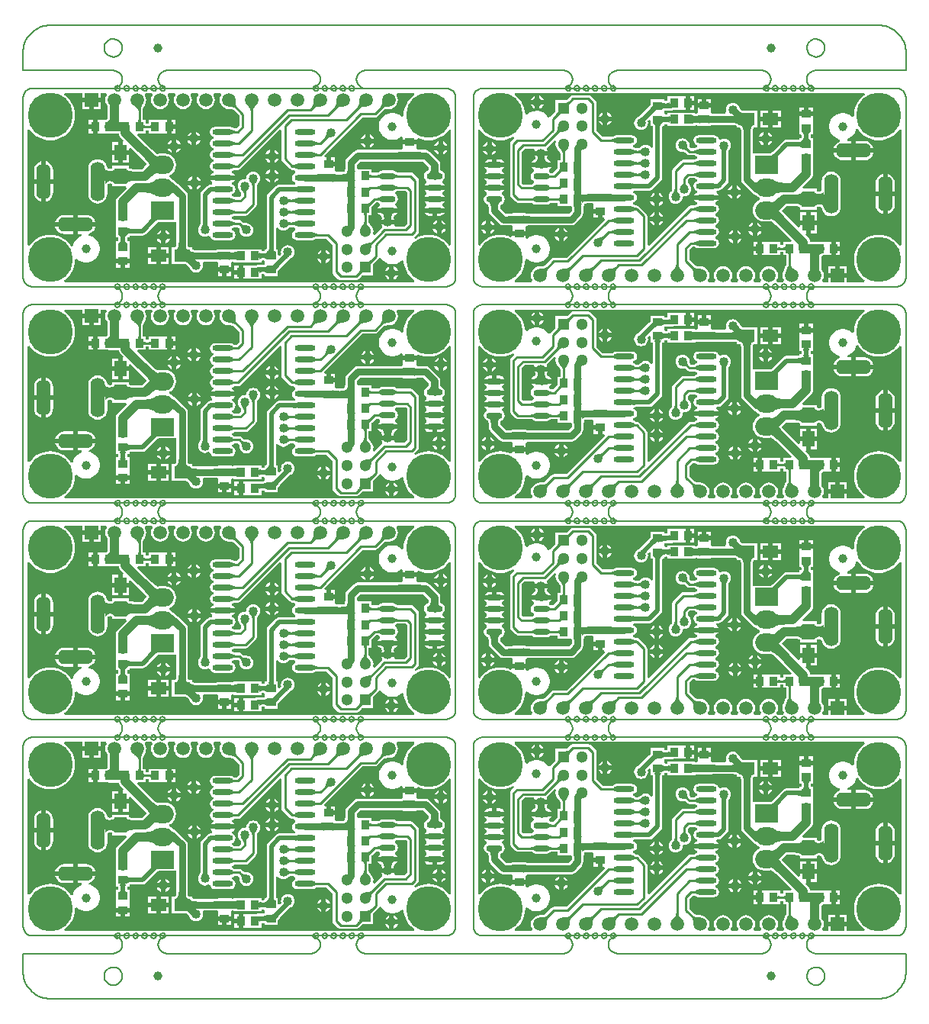
<source format=gtl>
G04*
G04 #@! TF.GenerationSoftware,Altium Limited,Altium Designer,18.0.7 (293)*
G04*
G04 Layer_Physical_Order=1*
G04 Layer_Color=255*
%FSLAX25Y25*%
%MOIN*%
G70*
G01*
G75*
%ADD10C,0.03937*%
%ADD11O,0.09055X0.02362*%
%ADD12R,0.03661X0.03858*%
%ADD13R,0.07087X0.05315*%
%ADD14R,0.05315X0.07087*%
%ADD15R,0.03858X0.03661*%
%ADD16O,0.07087X0.02756*%
%ADD17C,0.04000*%
%ADD18C,0.01000*%
%ADD19C,0.03000*%
%ADD20C,0.02000*%
%ADD21C,0.00787*%
%ADD22O,0.06299X0.15748*%
%ADD23O,0.15748X0.06299*%
%ADD24O,0.06299X0.17323*%
%ADD25O,0.09843X0.07874*%
%ADD26R,0.09843X0.07874*%
%ADD27C,0.05118*%
%ADD28R,0.05118X0.05118*%
%ADD29C,0.05906*%
%ADD30R,0.05906X0.05906*%
%ADD31C,0.19685*%
%ADD32C,0.04000*%
G36*
X461044Y548474D02*
X460846Y548269D01*
X460535Y547901D01*
X460422Y547738D01*
X460337Y547590D01*
X460280Y547456D01*
X460252Y547335D01*
Y547229D01*
X460280Y547137D01*
X460337Y547060D01*
X458923Y548474D01*
X459000Y548417D01*
X459092Y548389D01*
X459198D01*
X459319Y548417D01*
X459453Y548474D01*
X459601Y548559D01*
X459764Y548672D01*
X459941Y548813D01*
X460337Y549181D01*
X461044Y548474D01*
D02*
G37*
G36*
X504177Y546136D02*
X504156Y546094D01*
X504097Y546057D01*
X503997Y546024D01*
X503857Y545995D01*
X503677Y545971D01*
X503197Y545935D01*
X502744Y545927D01*
Y545916D01*
X502364Y545908D01*
X501724Y545842D01*
X501464Y545785D01*
X501244Y545711D01*
X501064Y545621D01*
X500924Y545515D01*
X500824Y545392D01*
X500764Y545253D01*
X500744Y545097D01*
Y548735D01*
X500764Y548579D01*
X500824Y548440D01*
X500924Y548317D01*
X501064Y548210D01*
X501244Y548120D01*
X501464Y548047D01*
X501724Y547989D01*
X502024Y547949D01*
X502364Y547924D01*
X502432Y547923D01*
X502558Y547926D01*
X502900Y547956D01*
X503201Y548006D01*
X503462Y548076D01*
X503683Y548166D01*
X503865Y548276D01*
X504006Y548406D01*
X504107Y548556D01*
X504168Y548726D01*
X504189Y548916D01*
X504177Y546136D01*
D02*
G37*
G36*
X381370Y546500D02*
X380946Y546497D01*
X380186Y546445D01*
X379849Y546397D01*
X379542Y546333D01*
X379263Y546255D01*
X379014Y546161D01*
X378795Y546052D01*
X378604Y545928D01*
X378443Y545789D01*
X377736Y546496D01*
X377875Y546657D01*
X377999Y546848D01*
X378108Y547067D01*
X378202Y547316D01*
X378280Y547594D01*
X378344Y547902D01*
X378393Y548238D01*
X378444Y548999D01*
X378447Y549423D01*
X381370Y546500D01*
D02*
G37*
G36*
X371371D02*
X370946Y546497D01*
X370185Y546445D01*
X369849Y546397D01*
X369542Y546333D01*
X369264Y546255D01*
X369015Y546161D01*
X368795Y546052D01*
X368604Y545928D01*
X368443Y545789D01*
X367736Y546496D01*
X367875Y546657D01*
X367999Y546848D01*
X368108Y547067D01*
X368202Y547316D01*
X368281Y547594D01*
X368344Y547902D01*
X368393Y548238D01*
X368444Y548999D01*
X368447Y549423D01*
X371371Y546500D01*
D02*
G37*
G36*
X361370D02*
X360946Y546497D01*
X360186Y546445D01*
X359849Y546397D01*
X359542Y546333D01*
X359263Y546255D01*
X359015Y546161D01*
X358795Y546052D01*
X358604Y545928D01*
X358443Y545789D01*
X357736Y546496D01*
X357875Y546657D01*
X357999Y546848D01*
X358108Y547067D01*
X358202Y547316D01*
X358280Y547594D01*
X358344Y547902D01*
X358393Y548238D01*
X358444Y548999D01*
X358447Y549423D01*
X361370Y546500D01*
D02*
G37*
G36*
X351371D02*
X350946Y546497D01*
X350185Y546445D01*
X349849Y546397D01*
X349542Y546333D01*
X349264Y546255D01*
X349014Y546161D01*
X348795Y546052D01*
X348604Y545928D01*
X348443Y545789D01*
X347736Y546496D01*
X347875Y546657D01*
X347999Y546848D01*
X348108Y547067D01*
X348202Y547316D01*
X348281Y547594D01*
X348344Y547902D01*
X348393Y548238D01*
X348444Y548999D01*
X348447Y549423D01*
X351371Y546500D01*
D02*
G37*
G36*
X314356Y548999D02*
X314407Y548238D01*
X314456Y547902D01*
X314520Y547594D01*
X314598Y547316D01*
X314692Y547067D01*
X314801Y546848D01*
X314925Y546657D01*
X315064Y546496D01*
X314357Y545789D01*
X314196Y545928D01*
X314005Y546052D01*
X313786Y546161D01*
X313537Y546255D01*
X313258Y546333D01*
X312951Y546397D01*
X312614Y546445D01*
X311854Y546497D01*
X311430Y546500D01*
X314353Y549423D01*
X314356Y548999D01*
D02*
G37*
G36*
X263454Y547314D02*
X263443Y547250D01*
X263433Y547151D01*
X263411Y546652D01*
X263400Y545509D01*
X259400D01*
X259333Y547344D01*
X263467D01*
X263454Y547314D01*
D02*
G37*
G36*
X392329Y552414D02*
X392555Y551614D01*
X392273Y551441D01*
X390975Y550332D01*
X389866Y549035D01*
X388975Y547579D01*
X388322Y546003D01*
X387923Y544343D01*
X387789Y542642D01*
X387797Y542537D01*
X387023Y542180D01*
X386713Y542490D01*
X385746Y543137D01*
X384671Y543582D01*
X383530Y543809D01*
X382367D01*
X381226Y543582D01*
X380151Y543137D01*
X379184Y542490D01*
X378362Y541668D01*
X377715Y540700D01*
X377270Y539626D01*
X377043Y538485D01*
Y537322D01*
X377270Y536181D01*
X377715Y535106D01*
X378362Y534139D01*
X379184Y533316D01*
X380151Y532670D01*
X381226Y532225D01*
X382367Y531998D01*
X383530D01*
X384671Y532225D01*
X385746Y532670D01*
X386713Y533316D01*
X386771Y533374D01*
X387571Y533042D01*
Y532170D01*
X390500D01*
X393429D01*
Y532209D01*
X394229Y532743D01*
X395304Y532298D01*
X396964Y531900D01*
X398665Y531766D01*
X400367Y531900D01*
X402026Y532298D01*
X403603Y532951D01*
X405058Y533843D01*
X406356Y534951D01*
X407464Y536249D01*
X407637Y536531D01*
X408437Y536306D01*
Y485986D01*
X407637Y485760D01*
X407464Y486042D01*
X406356Y487340D01*
X405058Y488448D01*
X403603Y489340D01*
X402026Y489993D01*
X400367Y490392D01*
X398665Y490526D01*
X396964Y490392D01*
X395304Y489993D01*
X393728Y489340D01*
X393046Y488923D01*
X392581Y489557D01*
X393981Y490957D01*
X394313Y491453D01*
X394429Y492039D01*
Y514239D01*
X394313Y514824D01*
X393981Y515320D01*
X391981Y517320D01*
X391485Y517652D01*
X390900Y517768D01*
X384967D01*
X384877Y517774D01*
X384823Y517780D01*
X384707Y517953D01*
X383921Y518479D01*
X382993Y518663D01*
X378662D01*
X377734Y518479D01*
X376948Y517953D01*
X376835Y517785D01*
X376652Y517768D01*
X373831D01*
Y519268D01*
X368568D01*
X368169Y519268D01*
X367534Y519667D01*
X367486Y520352D01*
Y521164D01*
X368880Y522558D01*
X387087D01*
X387571Y522524D01*
Y522276D01*
X388545D01*
X388583Y522269D01*
X388617Y522276D01*
X388651Y522271D01*
X388671Y522276D01*
X392329D01*
X392349Y522271D01*
X392383Y522276D01*
X392417Y522269D01*
X392455Y522276D01*
X393429D01*
Y522481D01*
X394513Y522558D01*
X396276D01*
X398751Y520083D01*
Y519847D01*
X398727Y519543D01*
X398664Y519127D01*
X398584Y518799D01*
X398497Y518562D01*
X398481Y518533D01*
X398207Y518479D01*
X397420Y517953D01*
X396895Y517166D01*
X396710Y516239D01*
X396895Y515311D01*
X397420Y514524D01*
X397931Y514183D01*
X397937Y514166D01*
Y513311D01*
X397931Y513294D01*
X397420Y512953D01*
X396943Y512239D01*
X401300D01*
X405657D01*
X405180Y512953D01*
X404669Y513294D01*
X404663Y513311D01*
Y514166D01*
X404669Y514183D01*
X405180Y514524D01*
X405705Y515311D01*
X405890Y516239D01*
X405705Y517166D01*
X405180Y517953D01*
X404393Y518479D01*
X404119Y518533D01*
X404103Y518562D01*
X404016Y518799D01*
X403936Y519127D01*
X403873Y519543D01*
X403849Y519847D01*
Y521139D01*
X403655Y522114D01*
X403102Y522941D01*
X399134Y526909D01*
X398307Y527462D01*
X397332Y527656D01*
X393913D01*
X393740Y527668D01*
X393429Y528339D01*
X393429Y528738D01*
Y530170D01*
X390500D01*
X387571D01*
Y528738D01*
X387571Y528339D01*
X387172Y527705D01*
X386487Y527656D01*
X367824D01*
X366849Y527462D01*
X366022Y526909D01*
X363135Y524022D01*
X362582Y523195D01*
X362388Y522220D01*
Y519752D01*
X362354Y519268D01*
X362106D01*
Y518376D01*
X362106Y518374D01*
X362093Y518265D01*
X362061Y518239D01*
X361944Y518175D01*
X361741Y518100D01*
X361452Y518030D01*
X361082Y517975D01*
X360848Y517956D01*
X358413D01*
X358240Y517968D01*
X357929Y518639D01*
X357929Y519038D01*
Y520470D01*
X355000D01*
Y521470D01*
X354000D01*
Y524301D01*
X353506D01*
X353175Y525101D01*
X369883Y541809D01*
X375286D01*
X375871Y541926D01*
X376367Y542257D01*
X379226Y545116D01*
X379301Y545165D01*
X379422Y545225D01*
X379583Y545285D01*
X379784Y545342D01*
X380025Y545392D01*
X380293Y545431D01*
X380985Y545478D01*
X381293Y545480D01*
X381400Y545466D01*
X382432Y545602D01*
X383393Y546000D01*
X384219Y546634D01*
X384853Y547459D01*
X385251Y548421D01*
X385387Y549453D01*
X385251Y550485D01*
X384853Y551446D01*
X384724Y551614D01*
X385119Y552414D01*
X392329D01*
D02*
G37*
G36*
X499311Y545097D02*
X499175Y545229D01*
X499006Y545301D01*
X498805Y545312D01*
X498570Y545261D01*
X498304Y545150D01*
X498005Y544979D01*
X497673Y544746D01*
X497309Y544452D01*
X496483Y543683D01*
X495495Y545524D01*
X495872Y545915D01*
X496469Y546625D01*
X496689Y546944D01*
X496856Y547238D01*
X496972Y547509D01*
X497035Y547756D01*
X497045Y547979D01*
X497004Y548178D01*
X496910Y548352D01*
X499311Y545097D01*
D02*
G37*
G36*
X323169Y547042D02*
X322668Y546467D01*
X322464Y546195D01*
X322292Y545933D01*
X322151Y545681D01*
X322041Y545438D01*
X321963Y545206D01*
X321916Y544983D01*
X321900Y544771D01*
X320900D01*
X320884Y544983D01*
X320837Y545206D01*
X320759Y545438D01*
X320649Y545681D01*
X320508Y545933D01*
X320336Y546195D01*
X320132Y546467D01*
X319631Y547042D01*
X319333Y547344D01*
X323467D01*
X323169Y547042D01*
D02*
G37*
G36*
X273799Y547655D02*
X272939Y545654D01*
X272879Y545436D01*
X272844Y545251D01*
X272832Y545099D01*
X271831Y544760D01*
X271814Y544996D01*
X271762Y545224D01*
X271676Y545446D01*
X271555Y545660D01*
X271400Y545868D01*
X271210Y546068D01*
X270985Y546262D01*
X270726Y546448D01*
X270432Y546627D01*
X270104Y546800D01*
X274027Y548104D01*
X273799Y547655D01*
D02*
G37*
G36*
X456657Y543392D02*
X456580Y543447D01*
X456489Y543474D01*
X456384Y543473D01*
X456264Y543443D01*
X456130Y543386D01*
X455981Y543300D01*
X455818Y543185D01*
X455641Y543043D01*
X455243Y542673D01*
X454536Y543380D01*
X454735Y543586D01*
X455048Y543955D01*
X455163Y544118D01*
X455249Y544267D01*
X455306Y544401D01*
X455336Y544521D01*
X455337Y544626D01*
X455310Y544717D01*
X455255Y544794D01*
X456657Y543392D01*
D02*
G37*
G36*
X589405Y551614D02*
X589123Y551441D01*
X587825Y550332D01*
X586717Y549035D01*
X585825Y547579D01*
X585172Y546003D01*
X584774Y544343D01*
X584640Y542642D01*
X584654Y542466D01*
X583879Y542109D01*
X583543Y542445D01*
X582576Y543091D01*
X581501Y543536D01*
X580361Y543763D01*
X579197D01*
X578056Y543536D01*
X576982Y543091D01*
X576014Y542445D01*
X575192Y541622D01*
X574545Y540655D01*
X574100Y539580D01*
X573873Y538439D01*
Y537276D01*
X574100Y536135D01*
X574545Y535060D01*
X575192Y534093D01*
X576014Y533270D01*
X576982Y532624D01*
X578056Y532179D01*
X578517Y532087D01*
X578582Y531794D01*
X578534Y531268D01*
X577675Y530912D01*
X576808Y530247D01*
X576143Y529380D01*
X575725Y528371D01*
X575714Y528287D01*
X583492D01*
Y531473D01*
X581887D01*
X581728Y532273D01*
X582576Y532624D01*
X583543Y533270D01*
X584366Y534093D01*
X585012Y535060D01*
X585457Y536135D01*
X585553Y536617D01*
X586399Y536768D01*
X586717Y536249D01*
X587825Y534951D01*
X589123Y533843D01*
X590578Y532951D01*
X592155Y532298D01*
X593814Y531900D01*
X595516Y531766D01*
X597217Y531900D01*
X598877Y532298D01*
X600453Y532951D01*
X601908Y533843D01*
X603206Y534951D01*
X604315Y536249D01*
X604488Y536531D01*
X605288Y536306D01*
Y485986D01*
X604488Y485760D01*
X604315Y486042D01*
X603206Y487340D01*
X601908Y488448D01*
X600453Y489340D01*
X598877Y489993D01*
X597217Y490392D01*
X595516Y490526D01*
X593814Y490392D01*
X592155Y489993D01*
X590578Y489340D01*
X589123Y488448D01*
X587825Y487340D01*
X586717Y486042D01*
X585825Y484587D01*
X585172Y483010D01*
X584774Y481351D01*
X584640Y479650D01*
X584774Y477948D01*
X585172Y476289D01*
X585825Y474712D01*
X586717Y473257D01*
X587825Y471959D01*
X589123Y470851D01*
X589405Y470678D01*
X589180Y469878D01*
X581380D01*
Y471839D01*
X573474D01*
Y469878D01*
X571145D01*
X570751Y470678D01*
X570880Y470845D01*
X571278Y471807D01*
X571414Y472839D01*
X571278Y473871D01*
X570880Y474832D01*
X570500Y475326D01*
X570453Y476628D01*
Y481031D01*
X571045Y481624D01*
X572727Y481624D01*
X573326Y481624D01*
X574758D01*
Y484553D01*
Y487482D01*
X573326D01*
X572727Y487482D01*
X572127Y487482D01*
X570430D01*
X569695Y487579D01*
X565537D01*
X565481Y488004D01*
X565179Y488734D01*
X564698Y489361D01*
X563546Y490513D01*
X563727Y490949D01*
Y494795D01*
X561069D01*
Y494035D01*
X560330Y493729D01*
X554721Y499338D01*
X553491Y500659D01*
X553226Y500980D01*
X554228Y502112D01*
X555201Y503084D01*
X558384D01*
X558797Y503076D01*
X559422Y503034D01*
X559954Y502966D01*
X560385Y502877D01*
X560711Y502775D01*
X560926Y502675D01*
X561032Y502599D01*
X561053Y502575D01*
X561069Y502454D01*
Y501567D01*
X562043D01*
X562081Y501559D01*
X562119Y501567D01*
X567334D01*
X567372Y501559D01*
X567410Y501567D01*
X568384D01*
Y502454D01*
X568401Y502575D01*
X568422Y502599D01*
X568528Y502675D01*
X568742Y502775D01*
X569068Y502877D01*
X569352Y502936D01*
X569375Y502932D01*
X569801Y502820D01*
X570122Y502693D01*
X570338Y502565D01*
X570465Y502452D01*
X570532Y502355D01*
X570534Y502351D01*
X570607Y501795D01*
X571025Y500785D01*
X571690Y499918D01*
X572557Y499253D01*
X573566Y498835D01*
X574650Y498693D01*
X575733Y498835D01*
X576742Y499253D01*
X577609Y499918D01*
X578274Y500785D01*
X578692Y501795D01*
X578835Y502878D01*
Y513902D01*
X578692Y514985D01*
X578274Y515994D01*
X577609Y516861D01*
X576742Y517526D01*
X575733Y517944D01*
X574650Y518087D01*
X573566Y517944D01*
X572557Y517526D01*
X571690Y516861D01*
X571025Y515994D01*
X570607Y514985D01*
X570464Y513902D01*
Y509930D01*
X570435Y509844D01*
X570375Y509754D01*
X570260Y509647D01*
X570058Y509523D01*
X569752Y509399D01*
X569339Y509288D01*
X569338Y509288D01*
X569068Y509343D01*
X568742Y509446D01*
X568528Y509546D01*
X568422Y509621D01*
X568401Y509645D01*
X568384Y509766D01*
Y510653D01*
X567410D01*
X567372Y510661D01*
X567334Y510653D01*
X562538D01*
X562207Y511453D01*
X565866Y515113D01*
X566347Y515740D01*
X566650Y516470D01*
X566753Y517253D01*
Y524021D01*
X566656Y524756D01*
X566656Y527053D01*
X566656Y527652D01*
Y531784D01*
X566657Y531787D01*
X566656Y531798D01*
Y531865D01*
X566664Y531903D01*
X566656Y531941D01*
Y532915D01*
X565853D01*
X565849Y532925D01*
X565810Y533083D01*
X565777Y533301D01*
X565766Y533435D01*
Y533870D01*
X565777Y534004D01*
X565810Y534223D01*
X565849Y534380D01*
X565853Y534391D01*
X566656D01*
Y535364D01*
X566664Y535403D01*
X566656Y535441D01*
Y535507D01*
X566657Y535519D01*
X566656Y535522D01*
Y539653D01*
X566656Y540253D01*
X566656Y540852D01*
Y542284D01*
X560798D01*
Y540852D01*
X560798Y540253D01*
X560798Y539653D01*
Y535522D01*
X560797Y535519D01*
X560798Y535507D01*
Y535441D01*
X560790Y535403D01*
X560798Y535364D01*
Y534391D01*
X561601D01*
X561604Y534380D01*
X561643Y534223D01*
X561677Y534004D01*
X561688Y533870D01*
Y533435D01*
X561677Y533301D01*
X561643Y533083D01*
X561604Y532925D01*
X561601Y532915D01*
X560798D01*
Y532195D01*
X560667Y532166D01*
X560249Y532123D01*
X555191D01*
X554410Y531968D01*
X553749Y531526D01*
X549109Y526886D01*
X548918Y526719D01*
X548639Y526500D01*
X548392Y526332D01*
X548185Y526215D01*
X548125Y526189D01*
X547536D01*
X547514Y526195D01*
X547472Y526189D01*
X547435D01*
X547393Y526195D01*
X547371Y526189D01*
X541218D01*
X540437Y526189D01*
X540418Y526981D01*
Y535995D01*
X540441Y536258D01*
X540502Y536621D01*
X540577Y536900D01*
X540657Y537095D01*
X540726Y537208D01*
X540770Y537255D01*
X540789Y537268D01*
X540810Y537276D01*
X540976Y537293D01*
X540982Y537295D01*
X542413D01*
Y544610D01*
X536127D01*
X535739Y544884D01*
X534779Y545705D01*
X534665Y545819D01*
X534650Y545936D01*
X534347Y546666D01*
X533866Y547292D01*
X533240Y547773D01*
X532510Y548076D01*
X531727Y548179D01*
X530944Y548076D01*
X530214Y547773D01*
X529587Y547292D01*
X529106Y546666D01*
X528804Y545936D01*
X528701Y545153D01*
X528804Y544370D01*
X528832Y544302D01*
X528298Y543502D01*
X522640D01*
X522467Y543514D01*
X522156Y544185D01*
X522156Y544584D01*
Y546016D01*
X516298D01*
Y544584D01*
X516298Y544185D01*
X515899Y543550D01*
X515681Y543535D01*
X514889Y543882D01*
Y543882D01*
X513939D01*
X513908Y543889D01*
X513893Y543886D01*
X513877Y543890D01*
X513839Y543882D01*
X509626D01*
X509027Y543882D01*
X508427Y543882D01*
X504296D01*
X504293Y543883D01*
X504281Y543882D01*
X504215D01*
X504177Y543890D01*
X504138Y543882D01*
X503164D01*
Y543079D01*
X503154Y543075D01*
X502997Y543036D01*
X502778Y543003D01*
X502644Y542992D01*
X502201D01*
X502117Y542997D01*
X502050Y543005D01*
X501756Y543683D01*
Y544085D01*
X501882Y544833D01*
X501886Y544834D01*
X502305Y544877D01*
X504858D01*
X505639Y545032D01*
X505776Y545124D01*
X509027Y545124D01*
X509626Y545124D01*
X511058D01*
Y548053D01*
Y550982D01*
X509626D01*
X509027Y550982D01*
X508427Y550982D01*
X503164D01*
Y549055D01*
X503137Y549044D01*
X502985Y549004D01*
X502771Y548968D01*
X502623Y548955D01*
X502243D01*
X502130Y548963D01*
X501903Y548994D01*
X501756Y549026D01*
Y549747D01*
X500782D01*
X500744Y549754D01*
X500706Y549747D01*
X495898D01*
Y548276D01*
X495895Y548250D01*
X495898Y548242D01*
Y547615D01*
X495824Y547486D01*
X495657Y547243D01*
X495192Y546690D01*
X490934Y542432D01*
X490909Y542410D01*
X490728Y542263D01*
X490678Y542227D01*
X490650Y542209D01*
X490637Y542204D01*
X490620Y542192D01*
X490604Y542184D01*
X490593Y542175D01*
X490580Y542166D01*
X490114Y541973D01*
X489487Y541492D01*
X489006Y540866D01*
X488704Y540136D01*
X488601Y539353D01*
X488704Y538570D01*
X489006Y537840D01*
X489487Y537213D01*
X490114Y536732D01*
X490844Y536430D01*
X491627Y536327D01*
X492410Y536430D01*
X493140Y536732D01*
X493766Y537213D01*
X494247Y537840D01*
X494550Y538570D01*
X494653Y539353D01*
X494550Y540136D01*
X494522Y540202D01*
X494533Y540223D01*
X494578Y540293D01*
X494625Y540355D01*
X495158Y540889D01*
X495898Y540583D01*
Y539153D01*
X495897Y539150D01*
X495898Y539139D01*
Y539072D01*
X495890Y539034D01*
X495898Y538996D01*
Y538022D01*
X496701D01*
X496704Y538012D01*
X496743Y537854D01*
X496777Y537636D01*
X496788Y537501D01*
Y528832D01*
X495988Y528574D01*
X495666Y528992D01*
X495040Y529473D01*
X494310Y529776D01*
X493527Y529879D01*
X492744Y529776D01*
X492014Y529473D01*
X491387Y528992D01*
X491359Y528956D01*
X491231Y528831D01*
X491099Y528716D01*
X490975Y528619D01*
X490860Y528541D01*
X490756Y528481D01*
X490662Y528437D01*
X490580Y528406D01*
X490509Y528387D01*
X490479Y528382D01*
X489291D01*
X489185Y528389D01*
X489155Y528392D01*
X489132Y528425D01*
X488411Y528907D01*
X488222Y528945D01*
Y529761D01*
X488411Y529798D01*
X489132Y530280D01*
X489614Y531002D01*
X489784Y531853D01*
X489614Y532704D01*
X489132Y533425D01*
X488411Y533907D01*
X487560Y534077D01*
X480867D01*
X480016Y533907D01*
X479294Y533425D01*
X479276Y533397D01*
X479099Y533382D01*
X474760D01*
X472056Y536086D01*
Y547986D01*
X471940Y548571D01*
X471608Y549067D01*
X469608Y551067D01*
X469112Y551399D01*
X468527Y551515D01*
X461849D01*
X461264Y551399D01*
X460767Y551067D01*
X459435Y549735D01*
X459275Y549586D01*
X459154Y549489D01*
X459149Y549486D01*
X458961D01*
X458923Y549493D01*
X458884Y549486D01*
X454231D01*
Y544567D01*
X454024Y544323D01*
X452045Y542345D01*
X451793Y541968D01*
X451261Y541857D01*
X450901Y541864D01*
X450497Y542469D01*
X449674Y543292D01*
X448707Y543938D01*
X447632Y544383D01*
X446491Y544610D01*
X445328D01*
X445227Y544590D01*
X444187Y544383D01*
X443112Y543938D01*
X442145Y543292D01*
X441815Y542962D01*
X440988Y543267D01*
X440904Y544343D01*
X440505Y546003D01*
X439852Y547579D01*
X438960Y549035D01*
X437852Y550332D01*
X436554Y551441D01*
X436272Y551614D01*
X436497Y552414D01*
X589180D01*
X589405Y551614D01*
D02*
G37*
G36*
X504177Y539036D02*
X504156Y539210D01*
X504097Y539366D01*
X503997Y539503D01*
X503857Y539623D01*
X503677Y539723D01*
X503456Y539806D01*
X503197Y539870D01*
X502897Y539916D01*
X502557Y539944D01*
X502460Y539946D01*
X502364Y539944D01*
X502024Y539916D01*
X501724Y539870D01*
X501464Y539806D01*
X501244Y539723D01*
X501064Y539622D01*
X500924Y539503D01*
X500824Y539365D01*
X500764Y539209D01*
X500744Y539034D01*
X500570Y539014D01*
X500414Y538954D01*
X500276Y538854D01*
X500157Y538714D01*
X500056Y538534D01*
X499973Y538314D01*
X499909Y538054D01*
X499863Y537754D01*
X499836Y537414D01*
X499827Y537034D01*
X497827D01*
X497818Y537414D01*
X497790Y537754D01*
X497744Y538054D01*
X497680Y538314D01*
X497598Y538534D01*
X497497Y538714D01*
X497377Y538854D01*
X497240Y538954D01*
X497084Y539014D01*
X496910Y539034D01*
X500744D01*
Y542671D01*
X500764Y542535D01*
X500824Y542413D01*
X500924Y542305D01*
X501064Y542211D01*
X501244Y542132D01*
X501464Y542068D01*
X501724Y542017D01*
X502024Y541982D01*
X502364Y541960D01*
X502426Y541959D01*
X502557Y541962D01*
X502897Y541990D01*
X503197Y542035D01*
X503456Y542100D01*
X503677Y542182D01*
X503857Y542283D01*
X503997Y542402D01*
X504097Y542540D01*
X504156Y542696D01*
X504177Y542870D01*
Y539036D01*
D02*
G37*
G36*
X247447Y552414D02*
Y550453D01*
X255353D01*
Y552414D01*
X257681D01*
X258076Y551614D01*
X257947Y551446D01*
X257549Y550485D01*
X257413Y549453D01*
X257549Y548421D01*
X257947Y547459D01*
X258327Y546965D01*
X258374Y545663D01*
Y541260D01*
X257781Y540668D01*
X256100Y540668D01*
X255501Y540668D01*
X254068D01*
Y537739D01*
Y534809D01*
X255501D01*
X256100Y534809D01*
X256699Y534809D01*
X258397D01*
X259132Y534713D01*
X263290D01*
X263346Y534287D01*
X263648Y533557D01*
X264129Y532931D01*
X265281Y531778D01*
X265100Y531342D01*
Y527496D01*
X267758D01*
Y528257D01*
X268497Y528563D01*
X274106Y522954D01*
X275336Y521632D01*
X275600Y521312D01*
X274598Y520180D01*
X273626Y519207D01*
X270443D01*
X270030Y519215D01*
X269405Y519258D01*
X268873Y519325D01*
X268442Y519414D01*
X268115Y519516D01*
X267901Y519617D01*
X267795Y519692D01*
X267774Y519716D01*
X267758Y519837D01*
Y520724D01*
X266784D01*
X266745Y520732D01*
X266707Y520724D01*
X261493D01*
X261455Y520732D01*
X261416Y520724D01*
X260442D01*
Y519837D01*
X260426Y519716D01*
X260405Y519692D01*
X260299Y519617D01*
X260085Y519516D01*
X259758Y519414D01*
X259474Y519356D01*
X259452Y519359D01*
X259025Y519471D01*
X258705Y519598D01*
X258489Y519726D01*
X258362Y519840D01*
X258295Y519937D01*
X258293Y519940D01*
X258220Y520497D01*
X257802Y521506D01*
X257137Y522373D01*
X256270Y523038D01*
X255260Y523456D01*
X254177Y523599D01*
X253094Y523456D01*
X252084Y523038D01*
X251218Y522373D01*
X250553Y521506D01*
X250134Y520497D01*
X249992Y519413D01*
Y508390D01*
X250134Y507306D01*
X250553Y506297D01*
X251218Y505430D01*
X252084Y504765D01*
X253094Y504347D01*
X254177Y504204D01*
X255260Y504347D01*
X256270Y504765D01*
X257137Y505430D01*
X257802Y506297D01*
X258220Y507306D01*
X258363Y508390D01*
Y512361D01*
X258392Y512448D01*
X258452Y512538D01*
X258566Y512644D01*
X258769Y512768D01*
X259075Y512893D01*
X259488Y513003D01*
X259489Y513003D01*
X259758Y512948D01*
X260085Y512846D01*
X260299Y512745D01*
X260405Y512670D01*
X260426Y512646D01*
X260442Y512525D01*
Y511638D01*
X261416D01*
X261455Y511630D01*
X261493Y511638D01*
X266289D01*
X266620Y510838D01*
X262960Y507178D01*
X262479Y506552D01*
X262177Y505822D01*
X262074Y505039D01*
Y498270D01*
X262171Y497535D01*
X262171Y495239D01*
X262171Y494639D01*
Y490508D01*
X262170Y490505D01*
X262171Y490493D01*
Y490426D01*
X262163Y490388D01*
X262171Y490350D01*
Y489376D01*
X262974D01*
X262978Y489366D01*
X263017Y489209D01*
X263050Y488990D01*
X263061Y488856D01*
Y488421D01*
X263050Y488287D01*
X263017Y488068D01*
X262978Y487911D01*
X262974Y487901D01*
X262171D01*
Y486927D01*
X262163Y486889D01*
X262171Y486851D01*
Y486784D01*
X262170Y486772D01*
X262171Y486770D01*
Y482638D01*
X262171Y482039D01*
X262171Y481439D01*
Y480007D01*
X265100D01*
X268029D01*
Y481439D01*
X268029Y482039D01*
X268029Y482638D01*
Y486770D01*
X268030Y486772D01*
X268029Y486784D01*
Y486851D01*
X268037Y486889D01*
X268029Y486927D01*
Y487901D01*
X267226D01*
X267222Y487911D01*
X267183Y488068D01*
X267150Y488287D01*
X267139Y488421D01*
Y488856D01*
X267150Y488990D01*
X267183Y489209D01*
X267222Y489366D01*
X267226Y489376D01*
X268029D01*
Y490096D01*
X268159Y490125D01*
X268578Y490168D01*
X273636D01*
X274416Y490323D01*
X275078Y490765D01*
X279718Y495405D01*
X279908Y495572D01*
X280188Y495792D01*
X280435Y495960D01*
X280642Y496077D01*
X280701Y496102D01*
X281290D01*
X281313Y496097D01*
X281355Y496102D01*
X281392D01*
X281434Y496097D01*
X281456Y496102D01*
X287609D01*
X288390Y496102D01*
X288408Y495310D01*
Y486296D01*
X288385Y486033D01*
X288325Y485671D01*
X288250Y485391D01*
X288170Y485196D01*
X288101Y485083D01*
X288057Y485036D01*
X288038Y485023D01*
X288016Y485015D01*
X287851Y484998D01*
X287844Y484996D01*
X286414D01*
Y477681D01*
X292700D01*
X293088Y477407D01*
X294048Y476586D01*
X294162Y476472D01*
X294177Y476355D01*
X294479Y475626D01*
X294960Y474999D01*
X295587Y474518D01*
X296317Y474216D01*
X297100Y474113D01*
X297883Y474216D01*
X298613Y474518D01*
X299240Y474999D01*
X299721Y475626D01*
X300023Y476355D01*
X300126Y477139D01*
X300023Y477922D01*
X299995Y477990D01*
X300529Y478790D01*
X306187D01*
X306360Y478777D01*
X306671Y478106D01*
X306671Y477708D01*
Y476276D01*
X309600D01*
X312529D01*
Y477708D01*
X312529Y478106D01*
X312928Y478741D01*
X313145Y478757D01*
X313938Y478409D01*
Y478409D01*
X314888D01*
X314918Y478402D01*
X314934Y478405D01*
X314950Y478402D01*
X314988Y478409D01*
X319201D01*
X319800Y478409D01*
X320399Y478409D01*
X324531D01*
X324534Y478408D01*
X324545Y478409D01*
X324612D01*
X324650Y478402D01*
X324688Y478409D01*
X325662D01*
Y479212D01*
X325673Y479216D01*
X325830Y479255D01*
X326048Y479289D01*
X326183Y479299D01*
X326626D01*
X326710Y479294D01*
X326777Y479286D01*
X327071Y478608D01*
Y478206D01*
X326945Y477458D01*
X326941Y477458D01*
X326522Y477415D01*
X323969D01*
X323188Y477260D01*
X323051Y477168D01*
X319800Y477168D01*
X319201Y477168D01*
X317769D01*
Y474239D01*
Y471310D01*
X319201D01*
X319800Y471310D01*
X320399Y471310D01*
X325662D01*
Y473236D01*
X325690Y473247D01*
X325842Y473288D01*
X326056Y473323D01*
X326204Y473336D01*
X326584D01*
X326697Y473328D01*
X326924Y473297D01*
X327071Y473265D01*
Y472545D01*
X328045D01*
X328083Y472537D01*
X328121Y472545D01*
X332929D01*
Y474016D01*
X332932Y474041D01*
X332929Y474049D01*
Y474676D01*
X333003Y474806D01*
X333170Y475048D01*
X333635Y475602D01*
X337892Y479859D01*
X337918Y479882D01*
X338099Y480029D01*
X338149Y480065D01*
X338176Y480082D01*
X338190Y480088D01*
X338207Y480099D01*
X338223Y480108D01*
X338234Y480117D01*
X338247Y480125D01*
X338713Y480318D01*
X339340Y480799D01*
X339821Y481426D01*
X340123Y482155D01*
X340226Y482939D01*
X340123Y483722D01*
X339821Y484451D01*
X339340Y485078D01*
X338713Y485559D01*
X337983Y485861D01*
X337200Y485964D01*
X336417Y485861D01*
X335687Y485559D01*
X335060Y485078D01*
X334579Y484451D01*
X334277Y483722D01*
X334174Y482939D01*
X334277Y482155D01*
X334305Y482089D01*
X334294Y482068D01*
X334249Y481998D01*
X334202Y481936D01*
X333668Y481402D01*
X332929Y481709D01*
Y483138D01*
X332930Y483141D01*
X332929Y483152D01*
Y483219D01*
X332937Y483257D01*
X332929Y483295D01*
Y484269D01*
X332126D01*
X332122Y484280D01*
X332084Y484437D01*
X332050Y484656D01*
X332039Y484790D01*
Y493460D01*
X332839Y493718D01*
X333160Y493299D01*
X333787Y492818D01*
X334517Y492516D01*
X335300Y492413D01*
X336083Y492516D01*
X336813Y492818D01*
X337440Y493299D01*
X337467Y493335D01*
X337596Y493460D01*
X337728Y493576D01*
X337852Y493672D01*
X337967Y493750D01*
X338071Y493810D01*
X338164Y493855D01*
X338246Y493885D01*
X338318Y493904D01*
X338348Y493909D01*
X339535D01*
X339642Y493903D01*
X339672Y493899D01*
X339694Y493866D01*
X340416Y493384D01*
X340605Y493346D01*
Y492531D01*
X340416Y492493D01*
X339694Y492011D01*
X339212Y491290D01*
X339043Y490439D01*
X339212Y489588D01*
X339694Y488866D01*
X340416Y488384D01*
X341267Y488215D01*
X347960D01*
X348811Y488384D01*
X349532Y488866D01*
X349551Y488894D01*
X349728Y488909D01*
X354066D01*
X356771Y486205D01*
Y474305D01*
X356887Y473720D01*
X357219Y473224D01*
X359219Y471224D01*
X359715Y470893D01*
X360300Y470776D01*
X366978D01*
X367563Y470893D01*
X368059Y471224D01*
X369391Y472556D01*
X369552Y472705D01*
X369673Y472802D01*
X369678Y472806D01*
X369866D01*
X369904Y472798D01*
X369942Y472806D01*
X374596D01*
Y477724D01*
X374803Y477968D01*
X376781Y479946D01*
X377033Y480323D01*
X377566Y480434D01*
X377926Y480428D01*
X378330Y479822D01*
X379153Y479000D01*
X380120Y478353D01*
X381195Y477908D01*
X382336Y477681D01*
X383499D01*
X383600Y477701D01*
D01*
X384640Y477908D01*
X385715Y478353D01*
X386682Y479000D01*
X387012Y479330D01*
X387839Y479025D01*
X387923Y477948D01*
X388322Y476289D01*
X388975Y474712D01*
X389866Y473257D01*
X390975Y471959D01*
X392273Y470851D01*
X392555Y470678D01*
X392329Y469878D01*
X239647D01*
X239422Y470678D01*
X239704Y470851D01*
X241002Y471959D01*
X242110Y473257D01*
X243002Y474712D01*
X243655Y476289D01*
X244053Y477948D01*
X244187Y479650D01*
X244173Y479826D01*
X244948Y480183D01*
X245283Y479847D01*
X246251Y479201D01*
X247325Y478755D01*
X248466Y478528D01*
X249629D01*
X250770Y478755D01*
X251845Y479201D01*
X252812Y479847D01*
X253635Y480669D01*
X254281Y481637D01*
X254727Y482711D01*
X254953Y483852D01*
Y485016D01*
X254727Y486157D01*
X254281Y487231D01*
X253635Y488199D01*
X252812Y489021D01*
X251845Y489667D01*
X250770Y490112D01*
X250309Y490204D01*
X250245Y490497D01*
X250292Y491023D01*
X251152Y491379D01*
X252019Y492044D01*
X252684Y492911D01*
X253102Y493921D01*
X253113Y494004D01*
X245335D01*
Y490819D01*
X246939D01*
X247098Y490019D01*
X246251Y489667D01*
X245283Y489021D01*
X244461Y488199D01*
X243814Y487231D01*
X243369Y486157D01*
X243273Y485675D01*
X242428Y485524D01*
X242110Y486042D01*
X241002Y487340D01*
X239704Y488448D01*
X238249Y489340D01*
X236672Y489993D01*
X235012Y490392D01*
X233311Y490526D01*
X231610Y490392D01*
X229950Y489993D01*
X228373Y489340D01*
X226918Y488448D01*
X225621Y487340D01*
X224512Y486042D01*
X224339Y485760D01*
X223539Y485986D01*
Y536306D01*
X224339Y536531D01*
X224512Y536249D01*
X225621Y534951D01*
X226918Y533843D01*
X228373Y532951D01*
X229950Y532298D01*
X231610Y531900D01*
X233311Y531766D01*
X235012Y531900D01*
X236672Y532298D01*
X238249Y532951D01*
X239704Y533843D01*
X241002Y534951D01*
X242110Y536249D01*
X243002Y537704D01*
X243655Y539281D01*
X244053Y540940D01*
X244187Y542642D01*
X244053Y544343D01*
X243655Y546003D01*
X243002Y547579D01*
X242110Y549035D01*
X241002Y550332D01*
X239704Y551441D01*
X239422Y551614D01*
X239647Y552414D01*
X247447D01*
D02*
G37*
G36*
X494128Y541328D02*
X493979Y541172D01*
X493850Y541021D01*
X493740Y540876D01*
X493650Y540735D01*
X493580Y540600D01*
X493529Y540470D01*
X493497Y540344D01*
X493485Y540225D01*
X493492Y540110D01*
X493519Y540000D01*
X491018Y541258D01*
X491085Y541285D01*
X491162Y541326D01*
X491250Y541382D01*
X491347Y541452D01*
X491573Y541635D01*
X491839Y541876D01*
X492145Y542174D01*
X494128Y541328D01*
D02*
G37*
G36*
X272836Y540463D02*
X272851Y540291D01*
X272877Y540140D01*
X272912Y540008D01*
X272956Y539897D01*
X273011Y539806D01*
X273077Y539735D01*
X273151Y539684D01*
X273236Y539654D01*
X273331Y539644D01*
X271332D01*
X271427Y539654D01*
X271512Y539684D01*
X271586Y539735D01*
X271652Y539806D01*
X271707Y539897D01*
X271751Y540008D01*
X271786Y540140D01*
X271812Y540291D01*
X271827Y540463D01*
X271831Y540656D01*
X272832D01*
X272836Y540463D01*
D02*
G37*
G36*
X521174Y542711D02*
X521264Y542657D01*
X521414Y542609D01*
X521624Y542567D01*
X521894Y542532D01*
X522614Y542481D01*
X524144Y542453D01*
Y539453D01*
X523574Y539450D01*
X521414Y539297D01*
X521264Y539249D01*
X521174Y539195D01*
X521144Y539134D01*
Y542771D01*
X521174Y542711D01*
D02*
G37*
G36*
X513907Y542791D02*
X513997Y542720D01*
X514147Y542657D01*
X514357Y542603D01*
X514627Y542557D01*
X514957Y542520D01*
X515402Y542493D01*
X517040Y542609D01*
X517190Y542657D01*
X517280Y542711D01*
X517310Y542771D01*
Y539134D01*
X517280Y539195D01*
X517190Y539249D01*
X517040Y539297D01*
X516830Y539338D01*
X516560Y539373D01*
X515912Y539419D01*
X514357Y539303D01*
X514147Y539248D01*
X513997Y539186D01*
X513907Y539115D01*
X513877Y539036D01*
Y542870D01*
X513907Y542791D01*
D02*
G37*
G36*
X533945Y545078D02*
X535112Y544079D01*
X535615Y543723D01*
X536066Y543462D01*
X536464Y543296D01*
X536809Y543226D01*
X537100Y543251D01*
X537339Y543371D01*
X537524Y543586D01*
X534338Y538307D01*
X534308Y538525D01*
X534218Y538720D01*
X534068Y538892D01*
X533858Y539040D01*
X533588Y539166D01*
X533258Y539269D01*
X532868Y539350D01*
X532418Y539407D01*
X531908Y539441D01*
X531338Y539453D01*
Y542453D01*
X531908Y542464D01*
X532258Y542498D01*
X532217Y542542D01*
X533281Y545720D01*
X533945Y545078D01*
D02*
G37*
G36*
X277681Y552414D02*
X278076Y551614D01*
X277947Y551446D01*
X277549Y550485D01*
X277413Y549453D01*
X277549Y548421D01*
X277947Y547459D01*
X278581Y546634D01*
X279407Y546000D01*
X280368Y545602D01*
X281400Y545466D01*
X282432Y545602D01*
X283393Y546000D01*
X284219Y546634D01*
X284853Y547459D01*
X285251Y548421D01*
X285387Y549453D01*
X285251Y550485D01*
X284853Y551446D01*
X284724Y551614D01*
X285119Y552414D01*
X287681D01*
X288076Y551614D01*
X287947Y551446D01*
X287549Y550485D01*
X287413Y549453D01*
X287549Y548421D01*
X287947Y547459D01*
X288581Y546634D01*
X289407Y546000D01*
X290368Y545602D01*
X291400Y545466D01*
X292432Y545602D01*
X293393Y546000D01*
X294219Y546634D01*
X294853Y547459D01*
X295251Y548421D01*
X295387Y549453D01*
X295251Y550485D01*
X294853Y551446D01*
X294724Y551614D01*
X295119Y552414D01*
X297681D01*
X298076Y551614D01*
X297947Y551446D01*
X297549Y550485D01*
X297413Y549453D01*
X297549Y548421D01*
X297947Y547459D01*
X298581Y546634D01*
X299407Y546000D01*
X300368Y545602D01*
X301400Y545466D01*
X302432Y545602D01*
X303393Y546000D01*
X304219Y546634D01*
X304853Y547459D01*
X305251Y548421D01*
X305387Y549453D01*
X305251Y550485D01*
X304853Y551446D01*
X304724Y551614D01*
X305119Y552414D01*
X307681D01*
X308076Y551614D01*
X307947Y551446D01*
X307549Y550485D01*
X307413Y549453D01*
X307549Y548421D01*
X307947Y547459D01*
X308581Y546634D01*
X309407Y546000D01*
X310368Y545602D01*
X311400Y545466D01*
X311507Y545480D01*
X311815Y545478D01*
X312507Y545431D01*
X312775Y545392D01*
X313016Y545342D01*
X313217Y545285D01*
X313378Y545225D01*
X313499Y545165D01*
X313574Y545116D01*
X316071Y542619D01*
Y538272D01*
X314767Y536968D01*
X313865D01*
X313758Y536974D01*
X313728Y536978D01*
X313706Y537011D01*
X312984Y537493D01*
X312133Y537662D01*
X305440D01*
X304589Y537493D01*
X303868Y537011D01*
X303386Y536290D01*
X303216Y535439D01*
X303386Y534588D01*
X303868Y533866D01*
X304589Y533384D01*
X304778Y533346D01*
Y532531D01*
X304589Y532493D01*
X303868Y532011D01*
X303386Y531290D01*
X303216Y530439D01*
X303386Y529588D01*
X303868Y528866D01*
X304589Y528384D01*
X304778Y528346D01*
Y527531D01*
X304589Y527493D01*
X303868Y527011D01*
X303386Y526290D01*
X303216Y525439D01*
X303386Y524588D01*
X303868Y523866D01*
X304589Y523384D01*
X304778Y523346D01*
Y522531D01*
X304589Y522493D01*
X303868Y522011D01*
X303386Y521290D01*
X303216Y520439D01*
X303386Y519588D01*
X303868Y518866D01*
X304589Y518384D01*
X304778Y518346D01*
Y517531D01*
X304589Y517493D01*
X303868Y517011D01*
X303485Y516439D01*
X308787D01*
X314088D01*
X313706Y517011D01*
X312984Y517493D01*
X312795Y517531D01*
Y518346D01*
X312984Y518384D01*
X313706Y518866D01*
X313724Y518894D01*
X313901Y518909D01*
X315500D01*
X316085Y519026D01*
X316581Y519357D01*
X333732Y536507D01*
X334471Y536201D01*
Y523647D01*
X334587Y523062D01*
X334919Y522566D01*
X338127Y519357D01*
X338623Y519026D01*
X339209Y518909D01*
X339501D01*
X339609Y518906D01*
X339672Y518900D01*
X339694Y518866D01*
X340416Y518384D01*
X340605Y518346D01*
Y517531D01*
X340416Y517493D01*
X339694Y517011D01*
X339212Y516290D01*
X339043Y515439D01*
X339212Y514588D01*
X339694Y513866D01*
X340416Y513384D01*
X340562Y513355D01*
X340507Y512550D01*
X339301Y512478D01*
X333600D01*
X332820Y512323D01*
X332158Y511880D01*
X328558Y508281D01*
X328116Y507619D01*
X327961Y506839D01*
Y484790D01*
X327950Y484656D01*
X327917Y484437D01*
X327878Y484280D01*
X327874Y484269D01*
X327071D01*
Y483465D01*
X327060Y483461D01*
X326903Y483422D01*
X326684Y483389D01*
X326550Y483378D01*
X326183D01*
X326048Y483389D01*
X325830Y483422D01*
X325673Y483461D01*
X325662Y483465D01*
Y484268D01*
X324688D01*
X324650Y484275D01*
X324612Y484268D01*
X324545D01*
X324534Y484269D01*
X324531Y484268D01*
X320399D01*
X319800Y484268D01*
X319201Y484268D01*
X314988D01*
X314950Y484275D01*
X314934Y484272D01*
X314918Y484275D01*
X314888Y484268D01*
X313938D01*
Y484268D01*
X313138Y483984D01*
X312529Y484169D01*
Y484169D01*
X311555D01*
X311517Y484177D01*
X311483Y484170D01*
X311449Y484175D01*
X311429Y484169D01*
X307771D01*
X307751Y484175D01*
X307717Y484170D01*
X307683Y484177D01*
X307645Y484169D01*
X306671D01*
Y483964D01*
X305587Y483888D01*
X296687D01*
X296508Y483900D01*
X296126Y483948D01*
X295824Y484010D01*
X295608Y484078D01*
X295501Y484128D01*
Y484996D01*
X294527D01*
X294489Y485004D01*
X294463Y484999D01*
X294438Y485002D01*
X294413Y484996D01*
X294071D01*
X294064Y484998D01*
X293899Y485015D01*
X293877Y485023D01*
X293858Y485036D01*
X293814Y485083D01*
X293745Y485196D01*
X293665Y485391D01*
X293590Y485671D01*
X293530Y486033D01*
X293507Y486296D01*
Y507477D01*
X293312Y508452D01*
X292760Y509279D01*
X289197Y512842D01*
X288860Y513067D01*
X288037Y513810D01*
X288011Y513826D01*
X287992Y513848D01*
X287660Y514116D01*
X287618Y514138D01*
X287584Y514171D01*
X287356Y514322D01*
X287211Y514382D01*
X287072Y514453D01*
X287052Y514459D01*
X286974Y514561D01*
X285943Y515352D01*
X285328Y515606D01*
Y516472D01*
X285943Y516727D01*
X286974Y517518D01*
X287765Y518550D01*
X288263Y519751D01*
X288432Y521039D01*
X288263Y522328D01*
X287765Y523529D01*
X286974Y524561D01*
X285943Y525352D01*
X284742Y525849D01*
X283453Y526019D01*
X281484D01*
X280233Y525854D01*
X280085Y525934D01*
X279570Y526279D01*
X278273Y527363D01*
X277783Y527835D01*
X271548Y534070D01*
X271854Y534809D01*
X275162D01*
Y536209D01*
X276438D01*
Y534809D01*
X281701D01*
X282300Y534809D01*
X282899Y534809D01*
X284331D01*
Y537739D01*
Y540668D01*
X282899D01*
X282300Y540668D01*
X281701Y540668D01*
X276438D01*
Y539268D01*
X275162D01*
Y540668D01*
X273861D01*
Y545142D01*
X273873Y545204D01*
X273904Y545316D01*
X274724Y547223D01*
X274825Y547423D01*
X274853Y547459D01*
X274896Y547563D01*
X274936Y547644D01*
X274937Y547646D01*
X274938Y547647D01*
X274953Y547702D01*
X275251Y548421D01*
X275387Y549453D01*
X275251Y550485D01*
X274853Y551446D01*
X274724Y551614D01*
X275119Y552414D01*
X277681D01*
D02*
G37*
G36*
X277462Y536739D02*
X277452Y536834D01*
X277421Y536919D01*
X277371Y536994D01*
X277300Y537059D01*
X277209Y537114D01*
X277098Y537159D01*
X276966Y537194D01*
X276814Y537219D01*
X276642Y537234D01*
X276450Y537239D01*
Y538239D01*
X276642Y538244D01*
X276814Y538259D01*
X276966Y538284D01*
X277098Y538319D01*
X277209Y538364D01*
X277300Y538419D01*
X277371Y538484D01*
X277421Y538559D01*
X277452Y538644D01*
X277462Y538739D01*
Y536739D01*
D02*
G37*
G36*
X274148Y538644D02*
X274179Y538559D01*
X274229Y538484D01*
X274300Y538419D01*
X274391Y538364D01*
X274502Y538319D01*
X274634Y538284D01*
X274786Y538259D01*
X274958Y538244D01*
X275150Y538239D01*
Y537239D01*
X274958Y537234D01*
X274786Y537219D01*
X274634Y537194D01*
X274502Y537159D01*
X274391Y537114D01*
X274300Y537059D01*
X274229Y536994D01*
X274179Y536919D01*
X274148Y536834D01*
X274138Y536739D01*
Y538739D01*
X274148Y538644D01*
D02*
G37*
G36*
X540584Y538277D02*
X540329Y538187D01*
X540104Y538037D01*
X539909Y537827D01*
X539744Y537557D01*
X539609Y537227D01*
X539504Y536837D01*
X539429Y536387D01*
X539384Y535877D01*
X539369Y535307D01*
X536369D01*
X536354Y535877D01*
X536309Y536387D01*
X536234Y536837D01*
X536129Y537227D01*
X535994Y537557D01*
X535829Y537827D01*
X535634Y538037D01*
X535409Y538187D01*
X535154Y538277D01*
X534869Y538307D01*
X540869D01*
X540584Y538277D01*
D02*
G37*
G36*
X457764Y535494D02*
X457414Y535491D01*
X456781Y535442D01*
X456499Y535398D01*
X456240Y535339D01*
X456003Y535267D01*
X455789Y535181D01*
X455598Y535080D01*
X455429Y534967D01*
X455283Y534839D01*
X454576Y535546D01*
X454704Y535692D01*
X454817Y535861D01*
X454917Y536052D01*
X455004Y536266D01*
X455076Y536503D01*
X455135Y536762D01*
X455180Y537044D01*
X455210Y537349D01*
X455231Y538027D01*
X457764Y535494D01*
D02*
G37*
G36*
X312757Y536336D02*
X312801Y536252D01*
X312873Y536179D01*
X312975Y536115D01*
X313105Y536061D01*
X313264Y536017D01*
X313453Y535983D01*
X313670Y535958D01*
X313916Y535944D01*
X314191Y535939D01*
Y534939D01*
X313916Y534934D01*
X313453Y534894D01*
X313264Y534860D01*
X313105Y534816D01*
X312975Y534762D01*
X312873Y534698D01*
X312801Y534625D01*
X312757Y534541D01*
X312743Y534448D01*
Y536429D01*
X312757Y536336D01*
D02*
G37*
G36*
X355980Y533039D02*
X355735Y533035D01*
X355285Y532993D01*
X355080Y532953D01*
X354889Y532902D01*
X354711Y532839D01*
X354547Y532764D01*
X354396Y532677D01*
X354259Y532578D01*
X354136Y532467D01*
X353429Y533174D01*
X353539Y533298D01*
X353638Y533435D01*
X353725Y533586D01*
X353800Y533750D01*
X353864Y533927D01*
X353915Y534119D01*
X353954Y534323D01*
X353981Y534542D01*
X353997Y534773D01*
X354000Y535019D01*
X355980Y533039D01*
D02*
G37*
G36*
X480257Y530862D02*
X480242Y530956D01*
X480199Y531039D01*
X480127Y531112D01*
X480025Y531176D01*
X479895Y531230D01*
X479736Y531274D01*
X479547Y531309D01*
X479330Y531333D01*
X479084Y531348D01*
X478809Y531353D01*
Y532353D01*
X479084Y532358D01*
X479547Y532397D01*
X479736Y532431D01*
X479895Y532475D01*
X480025Y532529D01*
X480127Y532593D01*
X480199Y532667D01*
X480242Y532750D01*
X480257Y532843D01*
Y530862D01*
D02*
G37*
G36*
X348584Y531336D02*
X348628Y531252D01*
X348700Y531179D01*
X348801Y531115D01*
X348932Y531061D01*
X349091Y531017D01*
X349279Y530983D01*
X349497Y530958D01*
X349743Y530943D01*
X350018Y530939D01*
Y529939D01*
X349743Y529934D01*
X349279Y529894D01*
X349091Y529860D01*
X348932Y529816D01*
X348801Y529762D01*
X348700Y529698D01*
X348628Y529625D01*
X348584Y529541D01*
X348570Y529448D01*
Y531429D01*
X348584Y531336D01*
D02*
G37*
G36*
X312757D02*
X312801Y531252D01*
X312873Y531179D01*
X312975Y531115D01*
X313105Y531061D01*
X313264Y531017D01*
X313453Y530983D01*
X313670Y530958D01*
X313916Y530943D01*
X314191Y530939D01*
Y529939D01*
X313916Y529934D01*
X313453Y529894D01*
X313264Y529860D01*
X313105Y529816D01*
X312975Y529762D01*
X312873Y529698D01*
X312801Y529625D01*
X312757Y529541D01*
X312743Y529448D01*
Y531429D01*
X312757Y531336D01*
D02*
G37*
G36*
X565470Y535383D02*
X565314Y535323D01*
X565176Y535223D01*
X565057Y535083D01*
X564956Y534903D01*
X564874Y534683D01*
X564809Y534423D01*
X564763Y534123D01*
X564736Y533783D01*
X564733Y533653D01*
X564736Y533523D01*
X564763Y533183D01*
X564809Y532883D01*
X564874Y532623D01*
X564956Y532403D01*
X565057Y532223D01*
X565176Y532083D01*
X565314Y531983D01*
X565470Y531923D01*
X565644Y531903D01*
X561810D01*
Y528266D01*
X561790Y528421D01*
X561730Y528560D01*
X561630Y528683D01*
X561490Y528790D01*
X561310Y528880D01*
X561090Y528953D01*
X560830Y529011D01*
X560530Y529051D01*
X560190Y529076D01*
X559810Y529084D01*
Y531084D01*
X560190Y531093D01*
X560830Y531158D01*
X561090Y531215D01*
X561310Y531289D01*
X561490Y531379D01*
X561630Y531485D01*
X561730Y531608D01*
X561790Y531747D01*
X561810Y531903D01*
X561984Y531923D01*
X562140Y531983D01*
X562277Y532083D01*
X562397Y532223D01*
X562498Y532403D01*
X562580Y532623D01*
X562644Y532883D01*
X562690Y533183D01*
X562718Y533523D01*
X562721Y533653D01*
X562718Y533783D01*
X562690Y534123D01*
X562644Y534423D01*
X562580Y534683D01*
X562498Y534903D01*
X562397Y535083D01*
X562277Y535223D01*
X562140Y535323D01*
X561984Y535383D01*
X561810Y535403D01*
X565644D01*
X565470Y535383D01*
D02*
G37*
G36*
X454452Y531421D02*
X454322Y531108D01*
X454200Y530179D01*
X454322Y529250D01*
X454681Y528384D01*
X455251Y527640D01*
X455320Y527588D01*
X455735Y527159D01*
X455887Y526976D01*
X456019Y526799D01*
X456123Y526638D01*
X456200Y526494D01*
X456253Y526371D01*
X456285Y526269D01*
X456297Y526206D01*
Y523082D01*
X454996D01*
Y519524D01*
X454995Y519522D01*
X454783Y519272D01*
X453093Y517582D01*
X452139D01*
X452049Y517588D01*
X451994Y517595D01*
X451879Y517767D01*
X451368Y518108D01*
X451362Y518125D01*
Y518980D01*
X451368Y518997D01*
X451879Y519338D01*
X452356Y520053D01*
X443642D01*
X444119Y519338D01*
X444630Y518997D01*
X444637Y518980D01*
Y518125D01*
X444630Y518108D01*
X444119Y517767D01*
X443594Y516981D01*
X443409Y516053D01*
X443594Y515125D01*
X444119Y514338D01*
X444630Y513997D01*
X444637Y513980D01*
Y513125D01*
X444630Y513108D01*
X444119Y512767D01*
X444007Y512599D01*
X443823Y512582D01*
X440060D01*
X439456Y513186D01*
Y526919D01*
X440660Y528123D01*
X444719D01*
X445164Y527323D01*
X445094Y527153D01*
X450760D01*
X450547Y527666D01*
X450471Y528571D01*
X450654Y528754D01*
X453774Y531874D01*
X454452Y531421D01*
D02*
G37*
G36*
X459364Y528122D02*
X458954Y527633D01*
X458788Y527399D01*
X458647Y527172D01*
X458532Y526952D01*
X458442Y526739D01*
X458378Y526533D01*
X458340Y526334D01*
X458327Y526141D01*
X457327Y526126D01*
X457314Y526321D01*
X457275Y526521D01*
X457210Y526727D01*
X457119Y526939D01*
X457001Y527156D01*
X456858Y527379D01*
X456689Y527607D01*
X456494Y527841D01*
X456025Y528326D01*
X459607Y528377D01*
X459364Y528122D01*
D02*
G37*
G36*
X465688Y527620D02*
X465631Y527604D01*
X465581Y527558D01*
X465536Y527482D01*
X465497Y527375D01*
X465464Y527238D01*
X465438Y527071D01*
X465417Y526873D01*
X465393Y526387D01*
X465390Y526099D01*
X462390Y526799D01*
X463139Y529759D01*
X465688Y527620D01*
D02*
G37*
G36*
X488184Y527750D02*
X488228Y527667D01*
X488300Y527593D01*
X488402Y527529D01*
X488532Y527475D01*
X488691Y527431D01*
X488879Y527397D01*
X489097Y527372D01*
X489343Y527358D01*
X489618Y527353D01*
Y526353D01*
X489343Y526348D01*
X488879Y526309D01*
X488691Y526274D01*
X488532Y526230D01*
X488402Y526176D01*
X488300Y526112D01*
X488228Y526039D01*
X488184Y525955D01*
X488170Y525862D01*
Y527843D01*
X488184Y527750D01*
D02*
G37*
G36*
X492099Y525453D02*
X491923Y525624D01*
X491574Y525912D01*
X491402Y526029D01*
X491230Y526128D01*
X491060Y526209D01*
X490891Y526272D01*
X490723Y526317D01*
X490556Y526344D01*
X490390Y526353D01*
Y527353D01*
X490556Y527362D01*
X490723Y527389D01*
X490891Y527434D01*
X491060Y527497D01*
X491230Y527578D01*
X491402Y527677D01*
X491574Y527794D01*
X491748Y527929D01*
X491923Y528082D01*
X492099Y528253D01*
X492099Y525453D01*
D02*
G37*
G36*
X552682Y526161D02*
X552242Y525707D01*
X551560Y524912D01*
X551319Y524572D01*
X551145Y524270D01*
X551036Y524007D01*
X550994Y523781D01*
X551019Y523593D01*
X551110Y523444D01*
X551267Y523333D01*
X547455Y525177D01*
X547655Y525108D01*
X547873Y525086D01*
X548110Y525111D01*
X548365Y525182D01*
X548638Y525300D01*
X548931Y525465D01*
X549241Y525676D01*
X549570Y525935D01*
X549918Y526239D01*
X550283Y526591D01*
X552682Y526161D01*
D02*
G37*
G36*
X348584Y526336D02*
X348628Y526253D01*
X348700Y526179D01*
X348801Y526115D01*
X348932Y526061D01*
X349091Y526017D01*
X349279Y525983D01*
X349497Y525958D01*
X349743Y525944D01*
X350018Y525939D01*
Y524939D01*
X349743Y524934D01*
X349279Y524894D01*
X349091Y524860D01*
X348932Y524816D01*
X348801Y524762D01*
X348700Y524698D01*
X348628Y524625D01*
X348584Y524541D01*
X348570Y524448D01*
Y526429D01*
X348584Y526336D01*
D02*
G37*
G36*
X312757D02*
X312801Y526253D01*
X312873Y526179D01*
X312975Y526115D01*
X313105Y526061D01*
X313264Y526017D01*
X313453Y525983D01*
X313670Y525958D01*
X313916Y525944D01*
X314191Y525939D01*
Y524939D01*
X313916Y524934D01*
X313453Y524894D01*
X313264Y524860D01*
X313105Y524816D01*
X312975Y524762D01*
X312873Y524698D01*
X312801Y524625D01*
X312757Y524541D01*
X312743Y524448D01*
Y526429D01*
X312757Y526336D01*
D02*
G37*
G36*
X392447Y526865D02*
X392537Y526811D01*
X392687Y526763D01*
X392897Y526722D01*
X393167Y526687D01*
X393887Y526636D01*
X395417Y526607D01*
Y523607D01*
X394847Y523604D01*
X392687Y523451D01*
X392537Y523403D01*
X392447Y523349D01*
X392417Y523288D01*
Y526926D01*
X392447Y526865D01*
D02*
G37*
G36*
X388583Y523288D02*
X388553Y523349D01*
X388463Y523403D01*
X388313Y523451D01*
X388103Y523492D01*
X387833Y523527D01*
X387113Y523578D01*
X385583Y523607D01*
Y526607D01*
X386153Y526610D01*
X388313Y526763D01*
X388463Y526811D01*
X388553Y526865D01*
X388583Y526926D01*
Y523288D01*
D02*
G37*
G36*
X465393Y524500D02*
X465546Y522340D01*
X465594Y522190D01*
X465648Y522100D01*
X465708Y522070D01*
X462071D01*
X462132Y522100D01*
X462186Y522190D01*
X462234Y522340D01*
X462275Y522550D01*
X462310Y522820D01*
X462361Y523540D01*
X462390Y525070D01*
X465390D01*
X465393Y524500D01*
D02*
G37*
G36*
X458332Y522880D02*
X458347Y522710D01*
X458372Y522560D01*
X458407Y522430D01*
X458452Y522320D01*
X458507Y522230D01*
X458572Y522160D01*
X458647Y522110D01*
X458732Y522080D01*
X458827Y522070D01*
X456827D01*
X456922Y522080D01*
X457007Y522110D01*
X457082Y522160D01*
X457147Y522230D01*
X457202Y522320D01*
X457247Y522430D01*
X457282Y522560D01*
X457307Y522710D01*
X457322Y522880D01*
X457327Y523070D01*
X458327D01*
X458332Y522880D01*
D02*
G37*
G36*
X488184Y522750D02*
X488228Y522667D01*
X488300Y522593D01*
X488402Y522529D01*
X488532Y522475D01*
X488691Y522431D01*
X488879Y522397D01*
X489097Y522372D01*
X489343Y522358D01*
X489618Y522353D01*
Y521353D01*
X489343Y521348D01*
X488879Y521309D01*
X488691Y521274D01*
X488532Y521230D01*
X488402Y521176D01*
X488300Y521112D01*
X488228Y521039D01*
X488184Y520956D01*
X488170Y520862D01*
Y522843D01*
X488184Y522750D01*
D02*
G37*
G36*
X492099Y520453D02*
X491923Y520624D01*
X491574Y520912D01*
X491402Y521029D01*
X491230Y521128D01*
X491060Y521209D01*
X490891Y521272D01*
X490723Y521317D01*
X490556Y521344D01*
X490390Y521353D01*
Y522353D01*
X490556Y522362D01*
X490723Y522389D01*
X490891Y522434D01*
X491060Y522497D01*
X491230Y522578D01*
X491402Y522677D01*
X491574Y522794D01*
X491748Y522929D01*
X491923Y523082D01*
X492099Y523253D01*
Y520453D01*
D02*
G37*
G36*
X340499Y519569D02*
X340487Y519639D01*
X340448Y519702D01*
X340383Y519758D01*
X340293Y519805D01*
X340177Y519846D01*
X340035Y519879D01*
X339867Y519905D01*
X339673Y519924D01*
X339209Y519939D01*
Y520939D01*
X339454Y520942D01*
X339867Y520972D01*
X340035Y520998D01*
X340177Y521031D01*
X340293Y521072D01*
X340383Y521120D01*
X340448Y521175D01*
X340487Y521238D01*
X340499Y521308D01*
Y519569D01*
D02*
G37*
G36*
X312757Y521336D02*
X312801Y521252D01*
X312873Y521179D01*
X312975Y521115D01*
X313105Y521061D01*
X313264Y521017D01*
X313453Y520983D01*
X313670Y520958D01*
X313916Y520943D01*
X314191Y520939D01*
Y519939D01*
X313916Y519934D01*
X313453Y519894D01*
X313264Y519860D01*
X313105Y519816D01*
X312975Y519762D01*
X312873Y519698D01*
X312801Y519625D01*
X312757Y519541D01*
X312743Y519448D01*
Y521429D01*
X312757Y521336D01*
D02*
G37*
G36*
X366440Y520686D02*
X366593Y518526D01*
X366641Y518376D01*
X366695Y518286D01*
X366756Y518256D01*
X363118D01*
X363179Y518286D01*
X363233Y518376D01*
X363281Y518526D01*
X363322Y518736D01*
X363357Y519006D01*
X363408Y519726D01*
X363437Y521256D01*
X366437D01*
X366440Y520686D01*
D02*
G37*
G36*
X457324Y518248D02*
X457252Y518307D01*
X457164Y518338D01*
X457061Y518339D01*
X456943Y518311D01*
X456809Y518254D01*
X456660Y518167D01*
X456495Y518051D01*
X456315Y517906D01*
X455910Y517528D01*
X455301Y518334D01*
X455496Y518536D01*
X455803Y518899D01*
X455916Y519061D01*
X456002Y519209D01*
X456060Y519344D01*
X456091Y519465D01*
X456095Y519573D01*
X456071Y519667D01*
X456020Y519748D01*
X457324Y518248D01*
D02*
G37*
G36*
X402815Y519988D02*
X402860Y519426D01*
X402934Y518930D01*
X403039Y518501D01*
X403173Y518137D01*
X403337Y517839D01*
X403531Y517608D01*
X403755Y517443D01*
X404009Y517343D01*
X404293Y517310D01*
X398307D01*
X398591Y517343D01*
X398845Y517443D01*
X399069Y517608D01*
X399263Y517839D01*
X399427Y518137D01*
X399561Y518501D01*
X399666Y518930D01*
X399740Y519426D01*
X399785Y519988D01*
X399800Y520616D01*
X402800D01*
X402815Y519988D01*
D02*
G37*
G36*
X277592Y526604D02*
X278958Y525463D01*
X279559Y525059D01*
X280104Y524767D01*
X280596Y524585D01*
X281032Y524515D01*
X281414Y524556D01*
X281740Y524708D01*
X282012Y524971D01*
X278915Y520932D01*
X281454Y517110D01*
X281202Y517393D01*
X280895Y517565D01*
X280533Y517626D01*
X280116Y517575D01*
X279644Y517413D01*
X279117Y517140D01*
X278535Y516755D01*
X277899Y516260D01*
X277207Y515653D01*
X276461Y514935D01*
X274781Y518911D01*
X275317Y519453D01*
X276913Y521256D01*
X276479Y521849D01*
X276103Y522305D01*
X274719Y523791D01*
X276827Y527341D01*
X277592Y526604D01*
D02*
G37*
G36*
X488184Y517750D02*
X488228Y517667D01*
X488300Y517593D01*
X488402Y517529D01*
X488532Y517475D01*
X488691Y517431D01*
X488879Y517397D01*
X489097Y517372D01*
X489343Y517358D01*
X489618Y517353D01*
Y516353D01*
X489343Y516348D01*
X488879Y516309D01*
X488691Y516274D01*
X488532Y516230D01*
X488402Y516176D01*
X488300Y516112D01*
X488228Y516039D01*
X488184Y515955D01*
X488170Y515862D01*
Y517843D01*
X488184Y517750D01*
D02*
G37*
G36*
X492099Y515453D02*
X491923Y515624D01*
X491574Y515912D01*
X491402Y516029D01*
X491230Y516128D01*
X491060Y516209D01*
X490891Y516272D01*
X490723Y516317D01*
X490556Y516344D01*
X490390Y516353D01*
Y517353D01*
X490556Y517362D01*
X490723Y517389D01*
X490891Y517434D01*
X491060Y517497D01*
X491230Y517578D01*
X491402Y517677D01*
X491574Y517794D01*
X491748Y517929D01*
X491923Y518082D01*
X492099Y518253D01*
X492099Y515453D01*
D02*
G37*
G36*
X383940Y517136D02*
X383980Y517053D01*
X384047Y516979D01*
X384140Y516915D01*
X384261Y516861D01*
X384408Y516817D01*
X384582Y516783D01*
X384783Y516758D01*
X385010Y516744D01*
X385264Y516739D01*
Y515739D01*
X385010Y515734D01*
X384582Y515694D01*
X384408Y515660D01*
X384261Y515616D01*
X384140Y515562D01*
X384047Y515498D01*
X383980Y515425D01*
X383940Y515341D01*
X383926Y515248D01*
Y517229D01*
X383940Y517136D01*
D02*
G37*
G36*
X377729Y515248D02*
X377715Y515341D01*
X377675Y515425D01*
X377608Y515498D01*
X377515Y515562D01*
X377394Y515616D01*
X377247Y515660D01*
X377073Y515694D01*
X376872Y515719D01*
X376645Y515734D01*
X376391Y515739D01*
Y516739D01*
X376645Y516744D01*
X377073Y516783D01*
X377247Y516817D01*
X377394Y516861D01*
X377515Y516915D01*
X377608Y516979D01*
X377675Y517053D01*
X377715Y517136D01*
X377729Y517229D01*
Y515248D01*
D02*
G37*
G36*
X372817Y517144D02*
X372847Y517059D01*
X372898Y516984D01*
X372969Y516919D01*
X373060Y516864D01*
X373171Y516819D01*
X373303Y516784D01*
X373454Y516759D01*
X373626Y516744D01*
X373819Y516739D01*
Y515739D01*
X373626Y515734D01*
X373454Y515719D01*
X373303Y515694D01*
X373171Y515659D01*
X373060Y515614D01*
X372969Y515559D01*
X372898Y515494D01*
X372847Y515419D01*
X372817Y515334D01*
X372807Y515239D01*
Y517239D01*
X372817Y517144D01*
D02*
G37*
G36*
X451111Y516950D02*
X451151Y516867D01*
X451218Y516793D01*
X451312Y516729D01*
X451432Y516675D01*
X451580Y516631D01*
X451754Y516597D01*
X451954Y516572D01*
X452182Y516558D01*
X452436Y516553D01*
Y515553D01*
X452182Y515548D01*
X451754Y515509D01*
X451580Y515474D01*
X451432Y515430D01*
X451312Y515376D01*
X451218Y515312D01*
X451151Y515239D01*
X451111Y515156D01*
X451098Y515062D01*
Y517043D01*
X451111Y516950D01*
D02*
G37*
G36*
X465648Y518206D02*
X465594Y518116D01*
X465546Y517966D01*
X465505Y517756D01*
X465469Y517486D01*
X465428Y516903D01*
X465546Y515240D01*
X465594Y515090D01*
X465648Y515000D01*
X465708Y514970D01*
X462071D01*
X462132Y515000D01*
X462186Y515090D01*
X462234Y515240D01*
X462275Y515450D01*
X462310Y515720D01*
X462351Y516303D01*
X462234Y517966D01*
X462186Y518116D01*
X462132Y518206D01*
X462071Y518236D01*
X465708D01*
X465648Y518206D01*
D02*
G37*
G36*
X363118Y514422D02*
X360118Y513907D01*
Y516907D01*
X360688Y516921D01*
X361198Y516961D01*
X361648Y517029D01*
X362038Y517123D01*
X362368Y517244D01*
X362638Y517393D01*
X362848Y517568D01*
X362998Y517770D01*
X363088Y518000D01*
X363118Y518256D01*
Y514422D01*
D02*
G37*
G36*
X356947Y517165D02*
X357037Y517111D01*
X357187Y517063D01*
X357397Y517022D01*
X357667Y516987D01*
X358387Y516936D01*
X359917Y516907D01*
Y513907D01*
X359347Y513904D01*
X357187Y513751D01*
X357037Y513703D01*
X356947Y513649D01*
X356917Y513588D01*
Y517226D01*
X356947Y517165D01*
D02*
G37*
G36*
X353083Y513588D02*
X353053Y513655D01*
X352963Y513715D01*
X352813Y513767D01*
X352603Y513812D01*
X352333Y513851D01*
X351613Y513907D01*
X350083Y513939D01*
Y516939D01*
X350653Y516941D01*
X352813Y517079D01*
X352963Y517122D01*
X353053Y517171D01*
X353083Y517226D01*
Y513588D01*
D02*
G37*
G36*
X266786Y519421D02*
X266905Y519161D01*
X267106Y518931D01*
X267386Y518732D01*
X267745Y518564D01*
X268185Y518426D01*
X268706Y518319D01*
X269305Y518242D01*
X269986Y518196D01*
X270745Y518181D01*
Y514181D01*
X269986Y514166D01*
X268706Y514043D01*
X268185Y513936D01*
X267745Y513798D01*
X267386Y513630D01*
X267106Y513431D01*
X266905Y513201D01*
X266786Y512941D01*
X266745Y512650D01*
Y519712D01*
X266786Y519421D01*
D02*
G37*
G36*
X257258Y519798D02*
X257385Y519459D01*
X257593Y519159D01*
X257883Y518900D01*
X258254Y518680D01*
X258707Y518501D01*
X259241Y518361D01*
X259496Y518319D01*
X260015Y518426D01*
X260455Y518564D01*
X260814Y518732D01*
X261094Y518931D01*
X261295Y519161D01*
X261415Y519421D01*
X261455Y519712D01*
Y512650D01*
X261415Y512941D01*
X261295Y513201D01*
X261094Y513431D01*
X260814Y513630D01*
X260455Y513798D01*
X260015Y513936D01*
X259509Y514040D01*
X259273Y514001D01*
X258750Y513861D01*
X258308Y513681D01*
X257947Y513461D01*
X257668Y513201D01*
X257470Y512901D01*
X257353Y512561D01*
X257318Y512181D01*
X257212Y520178D01*
X257258Y519798D01*
D02*
G37*
G36*
X286792Y513472D02*
X287021Y513321D01*
X287353Y513054D01*
X288331Y512171D01*
X290579Y509977D01*
X289108Y507204D01*
X288575Y507717D01*
X287661Y508461D01*
X287280Y508694D01*
X286950Y508832D01*
X286672Y508878D01*
X286445Y508829D01*
X286268Y508688D01*
X286143Y508453D01*
X286069Y508124D01*
X286251Y509531D01*
X283761Y509513D01*
Y512566D01*
X283803Y512561D01*
X283916Y512556D01*
X286643Y512543D01*
X286732Y513231D01*
X286648Y513427D01*
X286668Y513508D01*
X286792Y513472D01*
D02*
G37*
G36*
X366695Y514392D02*
X366641Y514301D01*
X366593Y514151D01*
X366552Y513941D01*
X366517Y513671D01*
X366475Y513089D01*
X366593Y511426D01*
X366641Y511276D01*
X366695Y511186D01*
X366756Y511156D01*
X363118D01*
X363179Y511186D01*
X363233Y511276D01*
X363281Y511426D01*
X363322Y511636D01*
X363357Y511906D01*
X363399Y512489D01*
X363281Y514151D01*
X363233Y514301D01*
X363179Y514392D01*
X363118Y514422D01*
X366756D01*
X366695Y514392D01*
D02*
G37*
G36*
X487949Y512965D02*
X488065Y512942D01*
X488214Y512921D01*
X488611Y512887D01*
X489798Y512854D01*
X490177Y512853D01*
Y510853D01*
X489798Y510851D01*
X487949Y510740D01*
X487865Y510714D01*
Y512992D01*
X487949Y512965D01*
D02*
G37*
G36*
X383940Y512136D02*
X383980Y512052D01*
X384047Y511979D01*
X384140Y511915D01*
X384261Y511861D01*
X384408Y511817D01*
X384582Y511783D01*
X384783Y511758D01*
X385010Y511743D01*
X385264Y511739D01*
Y510739D01*
X385010Y510734D01*
X384582Y510694D01*
X384408Y510660D01*
X384261Y510616D01*
X384140Y510562D01*
X384047Y510498D01*
X383980Y510425D01*
X383940Y510341D01*
X383926Y510248D01*
Y512229D01*
X383940Y512136D01*
D02*
G37*
G36*
X377729Y510248D02*
X377715Y510341D01*
X377675Y510425D01*
X377608Y510498D01*
X377515Y510562D01*
X377394Y510616D01*
X377247Y510660D01*
X377073Y510694D01*
X376872Y510719D01*
X376645Y510734D01*
X376391Y510739D01*
Y511739D01*
X376645Y511743D01*
X377073Y511783D01*
X377247Y511817D01*
X377394Y511861D01*
X377515Y511915D01*
X377608Y511979D01*
X377675Y512052D01*
X377715Y512136D01*
X377729Y512229D01*
Y510248D01*
D02*
G37*
G36*
X451111Y511950D02*
X451151Y511867D01*
X451218Y511793D01*
X451312Y511729D01*
X451432Y511675D01*
X451580Y511631D01*
X451754Y511597D01*
X451954Y511572D01*
X452182Y511558D01*
X452436Y511553D01*
Y510553D01*
X452182Y510548D01*
X451754Y510509D01*
X451580Y510474D01*
X451432Y510430D01*
X451312Y510376D01*
X451218Y510312D01*
X451151Y510239D01*
X451111Y510155D01*
X451098Y510062D01*
Y512043D01*
X451111Y511950D01*
D02*
G37*
G36*
X444901Y510062D02*
X444887Y510155D01*
X444847Y510239D01*
X444780Y510312D01*
X444687Y510376D01*
X444566Y510430D01*
X444419Y510474D01*
X444245Y510509D01*
X444044Y510533D01*
X443817Y510548D01*
X443563Y510553D01*
Y511553D01*
X443817Y511558D01*
X444245Y511597D01*
X444419Y511631D01*
X444566Y511675D01*
X444687Y511729D01*
X444780Y511793D01*
X444847Y511867D01*
X444887Y511950D01*
X444901Y512043D01*
Y510062D01*
D02*
G37*
G36*
X540252Y514575D02*
X541166Y513830D01*
X541547Y513598D01*
X541876Y513459D01*
X542155Y513414D01*
X542382Y513462D01*
X542558Y513604D01*
X542684Y513839D01*
X542758Y514167D01*
X542575Y512760D01*
X545066Y512778D01*
Y509726D01*
X545024Y509731D01*
X544910Y509735D01*
X542184Y509748D01*
X542095Y509061D01*
X542179Y508864D01*
X542159Y508783D01*
X542034Y508819D01*
X541806Y508970D01*
X541473Y509238D01*
X540496Y510120D01*
X538248Y512315D01*
X539718Y515087D01*
X540252Y514575D01*
D02*
G37*
G36*
X340962Y509300D02*
X340878Y509326D01*
X340762Y509350D01*
X340613Y509371D01*
X340216Y509404D01*
X339029Y509437D01*
X338650Y509439D01*
Y511439D01*
X339029Y511440D01*
X340878Y511551D01*
X340962Y511578D01*
Y509300D01*
D02*
G37*
G36*
X571615Y502114D02*
X571569Y502493D01*
X571442Y502833D01*
X571233Y503132D01*
X570943Y503392D01*
X570572Y503611D01*
X570120Y503791D01*
X569586Y503931D01*
X569330Y503972D01*
X568812Y503865D01*
X568372Y503727D01*
X568012Y503559D01*
X567732Y503360D01*
X567532Y503130D01*
X567412Y502870D01*
X567372Y502579D01*
Y509642D01*
X567412Y509351D01*
X567532Y509090D01*
X567732Y508861D01*
X568012Y508662D01*
X568372Y508493D01*
X568812Y508355D01*
X569317Y508251D01*
X569554Y508290D01*
X570077Y508430D01*
X570519Y508610D01*
X570880Y508830D01*
X571159Y509090D01*
X571357Y509390D01*
X571474Y509730D01*
X571509Y510110D01*
X571615Y502114D01*
D02*
G37*
G36*
X549866Y514288D02*
X550240Y514071D01*
X550656Y513879D01*
X551112Y513713D01*
X551611Y513572D01*
X552150Y513457D01*
X552732Y513367D01*
X554018Y513265D01*
X554724Y513252D01*
Y509252D01*
X554018Y509239D01*
X552732Y509137D01*
X552150Y509047D01*
X551611Y508932D01*
X551112Y508791D01*
X550656Y508625D01*
X550240Y508433D01*
X549866Y508216D01*
X549534Y507973D01*
Y514531D01*
X549866Y514288D01*
D02*
G37*
G36*
X465648Y511106D02*
X465594Y511016D01*
X465546Y510866D01*
X465505Y510656D01*
X465469Y510386D01*
X465428Y509803D01*
X465546Y508140D01*
X465594Y507990D01*
X465648Y507900D01*
X465708Y507870D01*
X462071D01*
X462132Y507900D01*
X462186Y507990D01*
X462234Y508140D01*
X462275Y508350D01*
X462310Y508620D01*
X462351Y509203D01*
X462234Y510866D01*
X462186Y511016D01*
X462132Y511106D01*
X462071Y511136D01*
X465708D01*
X465648Y511106D01*
D02*
G37*
G36*
X279293Y507760D02*
X278961Y508003D01*
X278587Y508221D01*
X278171Y508413D01*
X277714Y508579D01*
X277216Y508720D01*
X276676Y508835D01*
X276095Y508924D01*
X274808Y509027D01*
X274103Y509039D01*
Y513039D01*
X274808Y513052D01*
X276095Y513155D01*
X276676Y513244D01*
X277216Y513359D01*
X277714Y513500D01*
X278171Y513666D01*
X278587Y513858D01*
X278961Y514076D01*
X279293Y514319D01*
Y507760D01*
D02*
G37*
G36*
X377729Y505248D02*
X377715Y505341D01*
X377675Y505425D01*
X377608Y505498D01*
X377515Y505562D01*
X377394Y505616D01*
X377247Y505660D01*
X377073Y505694D01*
X376872Y505719D01*
X376645Y505734D01*
X376391Y505739D01*
Y506739D01*
X376645Y506743D01*
X377073Y506783D01*
X377247Y506817D01*
X377394Y506861D01*
X377515Y506915D01*
X377608Y506979D01*
X377675Y507053D01*
X377715Y507136D01*
X377729Y507229D01*
Y505248D01*
D02*
G37*
G36*
X475774Y508636D02*
X475864Y508577D01*
X476014Y508524D01*
X476224Y508479D01*
X476494Y508440D01*
X477214Y508384D01*
X478744Y508353D01*
Y505353D01*
X478174Y505350D01*
X476014Y505212D01*
X475864Y505169D01*
X475774Y505120D01*
X475744Y505065D01*
Y508703D01*
X475774Y508636D01*
D02*
G37*
G36*
X471910Y505065D02*
X471880Y505126D01*
X471790Y505180D01*
X471640Y505228D01*
X471430Y505269D01*
X471160Y505305D01*
X470440Y505356D01*
X468910Y505384D01*
Y508384D01*
X469480Y508387D01*
X471640Y508540D01*
X471790Y508588D01*
X471880Y508642D01*
X471910Y508703D01*
Y505065D01*
D02*
G37*
G36*
X451111Y506950D02*
X451151Y506867D01*
X451218Y506793D01*
X451312Y506729D01*
X451432Y506675D01*
X451580Y506631D01*
X451754Y506597D01*
X451954Y506572D01*
X452182Y506558D01*
X452436Y506553D01*
Y505553D01*
X452182Y505548D01*
X451754Y505509D01*
X451580Y505474D01*
X451432Y505430D01*
X451312Y505376D01*
X451218Y505312D01*
X451151Y505239D01*
X451111Y505156D01*
X451098Y505062D01*
Y507043D01*
X451111Y506950D01*
D02*
G37*
G36*
X444901Y505062D02*
X444887Y505156D01*
X444847Y505239D01*
X444780Y505312D01*
X444687Y505376D01*
X444566Y505430D01*
X444419Y505474D01*
X444245Y505509D01*
X444044Y505533D01*
X443817Y505548D01*
X443563Y505553D01*
Y506553D01*
X443817Y506558D01*
X444245Y506597D01*
X444419Y506631D01*
X444566Y506675D01*
X444687Y506729D01*
X444780Y506793D01*
X444847Y506867D01*
X444887Y506950D01*
X444901Y507043D01*
Y505062D01*
D02*
G37*
G36*
X456020Y505053D02*
X456010Y505148D01*
X455980Y505233D01*
X455929Y505308D01*
X455858Y505373D01*
X455767Y505428D01*
X455656Y505473D01*
X455524Y505508D01*
X455372Y505533D01*
X455200Y505548D01*
X455008Y505553D01*
Y506553D01*
X455200Y506558D01*
X455372Y506573D01*
X455524Y506598D01*
X455656Y506633D01*
X455767Y506678D01*
X455858Y506733D01*
X455929Y506798D01*
X455980Y506873D01*
X456010Y506958D01*
X456020Y507053D01*
Y505053D01*
D02*
G37*
G36*
X554046Y503380D02*
X553510Y502838D01*
X551914Y501035D01*
X552348Y500442D01*
X552724Y499987D01*
X554107Y498501D01*
X552000Y494951D01*
X551235Y495688D01*
X549869Y496829D01*
X549268Y497232D01*
X548722Y497525D01*
X548231Y497706D01*
X547795Y497776D01*
X547413Y497735D01*
X547087Y497583D01*
X546815Y497320D01*
X549912Y501360D01*
X547372Y505181D01*
X547625Y504898D01*
X547932Y504726D01*
X548294Y504666D01*
X548711Y504716D01*
X549183Y504879D01*
X549710Y505152D01*
X550292Y505536D01*
X550928Y506032D01*
X551619Y506639D01*
X552366Y507357D01*
X554046Y503380D01*
D02*
G37*
G36*
X340657Y504448D02*
X340642Y504541D01*
X340599Y504625D01*
X340527Y504698D01*
X340425Y504762D01*
X340295Y504816D01*
X340136Y504860D01*
X339947Y504894D01*
X339730Y504919D01*
X339484Y504934D01*
X339209Y504939D01*
Y505939D01*
X339484Y505943D01*
X339947Y505983D01*
X340136Y506017D01*
X340295Y506061D01*
X340425Y506115D01*
X340527Y506179D01*
X340599Y506252D01*
X340642Y506336D01*
X340657Y506429D01*
Y504448D01*
D02*
G37*
G36*
X366695Y507292D02*
X366641Y507201D01*
X366593Y507052D01*
X366552Y506842D01*
X366517Y506571D01*
X366475Y505989D01*
X366593Y504326D01*
X366641Y504176D01*
X366695Y504086D01*
X366756Y504056D01*
X363118D01*
X363179Y504086D01*
X363233Y504176D01*
X363281Y504326D01*
X363322Y504536D01*
X363357Y504806D01*
X363399Y505389D01*
X363281Y507052D01*
X363233Y507201D01*
X363179Y507292D01*
X363118Y507322D01*
X366756D01*
X366695Y507292D01*
D02*
G37*
G36*
X336904Y506668D02*
X337253Y506380D01*
X337425Y506263D01*
X337596Y506164D01*
X337767Y506083D01*
X337936Y506020D01*
X338104Y505975D01*
X338271Y505948D01*
X338437Y505939D01*
Y504939D01*
X338271Y504930D01*
X338104Y504903D01*
X337936Y504858D01*
X337767Y504795D01*
X337596Y504714D01*
X337425Y504615D01*
X337252Y504498D01*
X337079Y504363D01*
X336904Y504210D01*
X336728Y504039D01*
X336728Y506839D01*
X336904Y506668D01*
D02*
G37*
G36*
X373526Y503957D02*
X373331Y503756D01*
X373023Y503392D01*
X372910Y503231D01*
X372825Y503083D01*
X372767Y502948D01*
X372736Y502827D01*
X372732Y502719D01*
X372756Y502624D01*
X372807Y502543D01*
X371503Y504044D01*
X371575Y503984D01*
X371663Y503954D01*
X371766Y503952D01*
X371884Y503980D01*
X372018Y504038D01*
X372167Y504124D01*
X372332Y504240D01*
X372511Y504385D01*
X372917Y504763D01*
X373526Y503957D01*
D02*
G37*
G36*
X562081Y502579D02*
X562041Y502870D01*
X561921Y503130D01*
X561721Y503360D01*
X561441Y503559D01*
X561081Y503727D01*
X560641Y503865D01*
X560121Y503972D01*
X559521Y504049D01*
X558841Y504095D01*
X558081Y504110D01*
Y508110D01*
X558841Y508126D01*
X560121Y508248D01*
X560641Y508355D01*
X561081Y508493D01*
X561441Y508662D01*
X561721Y508861D01*
X561921Y509090D01*
X562041Y509351D01*
X562081Y509642D01*
Y502579D01*
D02*
G37*
G36*
X389371Y509105D02*
Y495372D01*
X388166Y494168D01*
X384108D01*
X383662Y494968D01*
X383733Y495139D01*
X378067D01*
X378279Y494626D01*
X378356Y493720D01*
X378173Y493538D01*
X375053Y490418D01*
X374375Y490871D01*
X374504Y491184D01*
X374627Y492113D01*
X374504Y493042D01*
X374146Y493907D01*
X373575Y494651D01*
X373506Y494704D01*
X373092Y495132D01*
X372939Y495315D01*
X372808Y495493D01*
X372704Y495654D01*
X372627Y495797D01*
X372574Y495920D01*
X372542Y496022D01*
X372529Y496085D01*
Y499209D01*
X373831D01*
Y502768D01*
X373832Y502769D01*
X374044Y503019D01*
X375733Y504709D01*
X376688D01*
X376778Y504703D01*
X376833Y504697D01*
X376948Y504524D01*
X377458Y504183D01*
X377465Y504166D01*
Y503311D01*
X377458Y503294D01*
X376948Y502953D01*
X376470Y502239D01*
X380828D01*
X385185D01*
X384707Y502953D01*
X384197Y503294D01*
X384190Y503311D01*
Y504166D01*
X384197Y504183D01*
X384707Y504524D01*
X385233Y505311D01*
X385418Y506239D01*
X385233Y507166D01*
X384707Y507953D01*
X384197Y508294D01*
X384190Y508311D01*
Y509166D01*
X384197Y509183D01*
X384707Y509524D01*
X384820Y509692D01*
X385003Y509709D01*
X388767D01*
X389371Y509105D01*
D02*
G37*
G36*
X430236Y504948D02*
X429982Y504849D01*
X429758Y504683D01*
X429564Y504452D01*
X429400Y504154D01*
X429266Y503791D01*
X429161Y503361D01*
X429086Y502865D01*
X429042Y502303D01*
X429027Y501675D01*
X426027D01*
X426012Y502303D01*
X425967Y502865D01*
X425892Y503361D01*
X425788Y503791D01*
X425654Y504154D01*
X425489Y504452D01*
X425295Y504683D01*
X425071Y504849D01*
X424818Y504948D01*
X424534Y504981D01*
X430519D01*
X430236Y504948D01*
D02*
G37*
G36*
X468709Y505384D02*
X468139Y505371D01*
X467628Y505330D01*
X467178Y505263D01*
X466788Y505168D01*
X466459Y505047D01*
X466188Y504899D01*
X465978Y504723D01*
X465829Y504521D01*
X465738Y504292D01*
X465708Y504036D01*
X465648Y504006D01*
X465594Y503916D01*
X465546Y503766D01*
X465505Y503556D01*
X465469Y503286D01*
X465418Y502566D01*
X465390Y501036D01*
X462390D01*
X462387Y501606D01*
X462234Y503766D01*
X462186Y503916D01*
X462132Y504006D01*
X462071Y504036D01*
X465708D01*
Y507870D01*
X468709Y508384D01*
Y505384D01*
D02*
G37*
G36*
X488340Y502652D02*
X488379Y502589D01*
X488444Y502534D01*
X488534Y502486D01*
X488650Y502445D01*
X488792Y502412D01*
X488960Y502386D01*
X489153Y502368D01*
X489618Y502353D01*
Y501353D01*
X489373Y501349D01*
X488960Y501320D01*
X488792Y501294D01*
X488650Y501260D01*
X488534Y501220D01*
X488444Y501172D01*
X488379Y501116D01*
X488340Y501053D01*
X488327Y500983D01*
Y502722D01*
X488340Y502652D01*
D02*
G37*
G36*
X516084Y500862D02*
X516069Y500955D01*
X516026Y501039D01*
X515953Y501112D01*
X515852Y501176D01*
X515722Y501230D01*
X515562Y501274D01*
X515374Y501309D01*
X515157Y501333D01*
X514911Y501348D01*
X514635Y501353D01*
Y502353D01*
X514911Y502358D01*
X515374Y502397D01*
X515562Y502431D01*
X515722Y502475D01*
X515852Y502529D01*
X515953Y502593D01*
X516026Y502667D01*
X516069Y502750D01*
X516084Y502843D01*
Y500862D01*
D02*
G37*
G36*
X421362Y536249D02*
X422471Y534951D01*
X423769Y533843D01*
X425224Y532951D01*
X426800Y532298D01*
X428460Y531900D01*
X430161Y531766D01*
X431863Y531900D01*
X433522Y532298D01*
X435099Y532951D01*
X435780Y533369D01*
X436245Y532734D01*
X434845Y531334D01*
X434514Y530838D01*
X434397Y530253D01*
Y508053D01*
X434514Y507468D01*
X434845Y506971D01*
X436845Y504971D01*
X437341Y504640D01*
X437927Y504523D01*
X443859D01*
X443949Y504518D01*
X444004Y504511D01*
X444119Y504338D01*
X444906Y503813D01*
X445834Y503628D01*
X450165D01*
X451092Y503813D01*
X451879Y504338D01*
X451991Y504506D01*
X452175Y504523D01*
X454996D01*
Y503024D01*
X460259D01*
X460658Y503024D01*
X461292Y502625D01*
X461341Y501939D01*
Y501127D01*
X459947Y499733D01*
X441740D01*
X441256Y499767D01*
Y500015D01*
X440282D01*
X440244Y500023D01*
X440210Y500016D01*
X440175Y500020D01*
X440156Y500015D01*
X436498D01*
X436478Y500020D01*
X436444Y500016D01*
X436410Y500023D01*
X436372Y500015D01*
X435398D01*
Y499810D01*
X434314Y499733D01*
X432551D01*
X430076Y502209D01*
Y502444D01*
X430100Y502749D01*
X430163Y503164D01*
X430242Y503493D01*
X430330Y503729D01*
X430346Y503758D01*
X430620Y503813D01*
X431406Y504338D01*
X431932Y505125D01*
X432117Y506053D01*
X431932Y506981D01*
X431406Y507767D01*
X430896Y508108D01*
X430889Y508125D01*
Y508980D01*
X430896Y508997D01*
X431406Y509338D01*
X431884Y510053D01*
X423170D01*
X423647Y509338D01*
X424158Y508997D01*
X424164Y508980D01*
Y508125D01*
X424158Y508108D01*
X423647Y507767D01*
X423121Y506981D01*
X422937Y506053D01*
X423121Y505125D01*
X423647Y504338D01*
X424434Y503813D01*
X424708Y503758D01*
X424724Y503729D01*
X424811Y503493D01*
X424891Y503164D01*
X424954Y502749D01*
X424978Y502444D01*
Y501153D01*
X425172Y500177D01*
X425724Y499350D01*
X429693Y495382D01*
X430520Y494829D01*
X431495Y494635D01*
X434914D01*
X435086Y494623D01*
X435398Y493952D01*
X435398Y493553D01*
Y492121D01*
X441256D01*
Y493553D01*
X441256Y493952D01*
X441655Y494587D01*
X442340Y494635D01*
X461002D01*
X461978Y494829D01*
X462805Y495382D01*
X465692Y498269D01*
X466245Y499096D01*
X466439Y500072D01*
Y502540D01*
X466473Y503024D01*
X466720D01*
Y503915D01*
X466721Y503917D01*
X466734Y504026D01*
X466766Y504053D01*
X466882Y504117D01*
X467085Y504191D01*
X467374Y504261D01*
X467744Y504317D01*
X467978Y504335D01*
X470414D01*
X470586Y504323D01*
X470898Y503652D01*
X470898Y503254D01*
Y501821D01*
X473827D01*
Y500821D01*
X474827D01*
Y497991D01*
X475321D01*
X475652Y497191D01*
X458944Y480482D01*
X453541D01*
X452956Y480366D01*
X452459Y480034D01*
X449601Y477175D01*
X449526Y477127D01*
X449405Y477067D01*
X449244Y477006D01*
X449043Y476949D01*
X448802Y476899D01*
X448534Y476861D01*
X447842Y476814D01*
X447534Y476811D01*
X447427Y476826D01*
X446395Y476690D01*
X445433Y476291D01*
X444608Y475658D01*
X443974Y474832D01*
X443576Y473871D01*
X443440Y472839D01*
X443576Y471807D01*
X443974Y470845D01*
X444102Y470678D01*
X443708Y469878D01*
X436498D01*
X436272Y470678D01*
X436554Y470851D01*
X437852Y471959D01*
X438960Y473257D01*
X439852Y474712D01*
X440505Y476289D01*
X440904Y477948D01*
X441038Y479650D01*
X441029Y479754D01*
X441804Y480111D01*
X442114Y479801D01*
X443081Y479155D01*
X444156Y478710D01*
X445296Y478483D01*
X446460D01*
X447601Y478710D01*
X448675Y479155D01*
X449643Y479801D01*
X450465Y480624D01*
X451112Y481591D01*
X451557Y482666D01*
X451784Y483807D01*
Y484970D01*
X451557Y486111D01*
X451112Y487185D01*
X450465Y488153D01*
X449643Y488975D01*
X448675Y489622D01*
X447601Y490067D01*
X446460Y490294D01*
X445296D01*
X444156Y490067D01*
X443081Y489622D01*
X442114Y488975D01*
X442056Y488918D01*
X441256Y489249D01*
Y490121D01*
X435398D01*
Y490083D01*
X434598Y489548D01*
X433522Y489993D01*
X431863Y490392D01*
X430161Y490526D01*
X428460Y490392D01*
X426800Y489993D01*
X425224Y489340D01*
X423769Y488448D01*
X422471Y487340D01*
X421362Y486042D01*
X421189Y485760D01*
X420390Y485986D01*
Y536306D01*
X421189Y536531D01*
X421362Y536249D01*
D02*
G37*
G36*
X340657Y499448D02*
X340642Y499541D01*
X340599Y499625D01*
X340527Y499698D01*
X340425Y499762D01*
X340295Y499816D01*
X340136Y499860D01*
X339947Y499894D01*
X339730Y499919D01*
X339484Y499934D01*
X339209Y499939D01*
Y500939D01*
X339484Y500944D01*
X339947Y500983D01*
X340136Y501017D01*
X340295Y501061D01*
X340425Y501115D01*
X340527Y501179D01*
X340599Y501253D01*
X340642Y501336D01*
X340657Y501429D01*
Y499448D01*
D02*
G37*
G36*
X371905Y500211D02*
X371820Y500181D01*
X371745Y500132D01*
X371680Y500062D01*
X371625Y499971D01*
X371580Y499861D01*
X371545Y499731D01*
X371520Y499581D01*
X371505Y499411D01*
X371500Y499222D01*
X370500D01*
X370495Y499411D01*
X370480Y499581D01*
X370455Y499731D01*
X370420Y499861D01*
X370375Y499971D01*
X370320Y500062D01*
X370255Y500132D01*
X370180Y500181D01*
X370095Y500211D01*
X370000Y500221D01*
X372000D01*
X371905Y500211D01*
D02*
G37*
G36*
X336904Y501668D02*
X337253Y501380D01*
X337425Y501263D01*
X337596Y501164D01*
X337767Y501083D01*
X337936Y501020D01*
X338104Y500975D01*
X338271Y500948D01*
X338437Y500939D01*
Y499939D01*
X338271Y499930D01*
X338104Y499903D01*
X337936Y499858D01*
X337767Y499795D01*
X337596Y499714D01*
X337425Y499615D01*
X337253Y499498D01*
X337079Y499363D01*
X336904Y499210D01*
X336728Y499039D01*
Y501839D01*
X336904Y501668D01*
D02*
G37*
G36*
X366695Y500191D02*
X366641Y500102D01*
X366593Y499952D01*
X366552Y499742D01*
X366517Y499472D01*
X366466Y498751D01*
X366437Y497222D01*
X363437D01*
X363434Y497791D01*
X363281Y499952D01*
X363233Y500102D01*
X363179Y500191D01*
X363118Y500221D01*
X366756D01*
X366695Y500191D01*
D02*
G37*
G36*
X281372Y497114D02*
X281172Y497183D01*
X280954Y497205D01*
X280717Y497181D01*
X280462Y497110D01*
X280188Y496991D01*
X279896Y496827D01*
X279586Y496615D01*
X279257Y496357D01*
X278909Y496052D01*
X278543Y495700D01*
X276145Y496130D01*
X276585Y496585D01*
X277267Y497379D01*
X277508Y497719D01*
X277682Y498021D01*
X277790Y498285D01*
X277832Y498510D01*
X277808Y498698D01*
X277717Y498847D01*
X277559Y498959D01*
X281372Y497114D01*
D02*
G37*
G36*
X516084Y495862D02*
X516069Y495956D01*
X516026Y496039D01*
X515953Y496112D01*
X515852Y496176D01*
X515722Y496230D01*
X515562Y496274D01*
X515374Y496309D01*
X515157Y496333D01*
X514911Y496348D01*
X514635Y496353D01*
Y497353D01*
X514911Y497358D01*
X515374Y497397D01*
X515562Y497431D01*
X515722Y497475D01*
X515852Y497529D01*
X515953Y497593D01*
X516026Y497667D01*
X516069Y497750D01*
X516084Y497843D01*
Y495862D01*
D02*
G37*
G36*
X480257D02*
X480242Y495956D01*
X480199Y496039D01*
X480127Y496112D01*
X480025Y496176D01*
X479895Y496230D01*
X479736Y496274D01*
X479547Y496309D01*
X479330Y496333D01*
X479084Y496348D01*
X478809Y496353D01*
Y497353D01*
X479084Y497358D01*
X479547Y497397D01*
X479736Y497431D01*
X479895Y497475D01*
X480025Y497529D01*
X480127Y497593D01*
X480199Y497667D01*
X480242Y497750D01*
X480257Y497843D01*
Y495862D01*
D02*
G37*
G36*
X440274Y498942D02*
X440364Y498888D01*
X440514Y498840D01*
X440724Y498799D01*
X440994Y498764D01*
X441714Y498713D01*
X443244Y498684D01*
Y495684D01*
X442674Y495681D01*
X440514Y495528D01*
X440364Y495480D01*
X440274Y495426D01*
X440244Y495365D01*
Y499003D01*
X440274Y498942D01*
D02*
G37*
G36*
X436410Y495365D02*
X436380Y495426D01*
X436290Y495480D01*
X436140Y495528D01*
X435930Y495570D01*
X435660Y495605D01*
X434940Y495656D01*
X433410Y495684D01*
Y498684D01*
X433980Y498687D01*
X436140Y498840D01*
X436290Y498888D01*
X436380Y498942D01*
X436410Y499003D01*
Y495365D01*
D02*
G37*
G36*
X340657Y494448D02*
X340642Y494541D01*
X340599Y494625D01*
X340527Y494698D01*
X340425Y494762D01*
X340295Y494816D01*
X340136Y494860D01*
X339947Y494894D01*
X339730Y494919D01*
X339484Y494934D01*
X339209Y494939D01*
Y495939D01*
X339484Y495943D01*
X339947Y495983D01*
X340136Y496017D01*
X340295Y496061D01*
X340425Y496115D01*
X340527Y496179D01*
X340599Y496252D01*
X340642Y496336D01*
X340657Y496429D01*
Y494448D01*
D02*
G37*
G36*
X336904Y496668D02*
X337253Y496380D01*
X337425Y496263D01*
X337596Y496164D01*
X337767Y496083D01*
X337936Y496020D01*
X338104Y495975D01*
X338271Y495948D01*
X338437Y495939D01*
Y494939D01*
X338271Y494930D01*
X338104Y494903D01*
X337936Y494858D01*
X337767Y494795D01*
X337596Y494714D01*
X337425Y494615D01*
X337252Y494498D01*
X337079Y494363D01*
X336904Y494210D01*
X336728Y494039D01*
X336728Y496839D01*
X336904Y496668D01*
D02*
G37*
G36*
X371513Y495970D02*
X371552Y495770D01*
X371617Y495564D01*
X371708Y495353D01*
X371825Y495135D01*
X371969Y494913D01*
X372138Y494684D01*
X372333Y494451D01*
X372802Y493966D01*
X369219Y493914D01*
X369463Y494169D01*
X369872Y494658D01*
X370039Y494892D01*
X370180Y495119D01*
X370295Y495339D01*
X370385Y495552D01*
X370449Y495759D01*
X370487Y495958D01*
X370500Y496150D01*
X371500Y496165D01*
X371513Y495970D01*
D02*
G37*
G36*
X366437Y495492D02*
X365687Y492532D01*
X363139Y494672D01*
X363195Y494687D01*
X363246Y494733D01*
X363291Y494810D01*
X363330Y494916D01*
X363363Y495053D01*
X363389Y495220D01*
X363410Y495418D01*
X363434Y495904D01*
X363437Y496192D01*
X366437Y495492D01*
D02*
G37*
G36*
X516084Y490862D02*
X516069Y490955D01*
X516026Y491039D01*
X515953Y491112D01*
X515852Y491176D01*
X515722Y491230D01*
X515562Y491274D01*
X515374Y491309D01*
X515157Y491333D01*
X514911Y491348D01*
X514635Y491353D01*
Y492353D01*
X514911Y492358D01*
X515374Y492397D01*
X515562Y492431D01*
X515722Y492475D01*
X515852Y492529D01*
X515953Y492593D01*
X516026Y492667D01*
X516069Y492750D01*
X516084Y492843D01*
Y490862D01*
D02*
G37*
G36*
X480257D02*
X480242Y490955D01*
X480199Y491039D01*
X480127Y491112D01*
X480025Y491176D01*
X479895Y491230D01*
X479736Y491274D01*
X479547Y491309D01*
X479330Y491333D01*
X479084Y491348D01*
X478809Y491353D01*
Y492353D01*
X479084Y492358D01*
X479547Y492397D01*
X479736Y492431D01*
X479895Y492475D01*
X480025Y492529D01*
X480127Y492593D01*
X480199Y492667D01*
X480242Y492750D01*
X480257Y492843D01*
Y490862D01*
D02*
G37*
G36*
X348584Y491336D02*
X348628Y491253D01*
X348700Y491179D01*
X348801Y491115D01*
X348932Y491061D01*
X349091Y491017D01*
X349279Y490983D01*
X349497Y490958D01*
X349743Y490943D01*
X350018Y490939D01*
Y489939D01*
X349743Y489934D01*
X349279Y489894D01*
X349091Y489860D01*
X348932Y489816D01*
X348801Y489762D01*
X348700Y489698D01*
X348628Y489625D01*
X348584Y489541D01*
X348570Y489448D01*
Y491429D01*
X348584Y491336D01*
D02*
G37*
G36*
X475398Y489117D02*
X475287Y488994D01*
X475188Y488856D01*
X475101Y488706D01*
X475026Y488542D01*
X474963Y488364D01*
X474912Y488173D01*
X474873Y487968D01*
X474846Y487750D01*
X474830Y487518D01*
X474827Y487273D01*
X472847Y489253D01*
X473092Y489256D01*
X473542Y489299D01*
X473747Y489338D01*
X473938Y489389D01*
X474116Y489452D01*
X474280Y489527D01*
X474430Y489614D01*
X474568Y489713D01*
X474691Y489824D01*
X475398Y489117D01*
D02*
G37*
G36*
X267037Y493870D02*
X267097Y493731D01*
X267197Y493608D01*
X267337Y493502D01*
X267517Y493412D01*
X267737Y493338D01*
X267997Y493281D01*
X268297Y493240D01*
X268637Y493215D01*
X269017Y493207D01*
Y491207D01*
X268637Y491199D01*
X267997Y491133D01*
X267737Y491076D01*
X267517Y491002D01*
X267337Y490912D01*
X267197Y490806D01*
X267097Y490683D01*
X267037Y490544D01*
X267017Y490388D01*
X266843Y490368D01*
X266687Y490308D01*
X266549Y490208D01*
X266430Y490068D01*
X266329Y489888D01*
X266247Y489668D01*
X266182Y489408D01*
X266137Y489108D01*
X266109Y488768D01*
X266106Y488639D01*
X266109Y488509D01*
X266137Y488169D01*
X266182Y487869D01*
X266247Y487609D01*
X266329Y487389D01*
X266430Y487209D01*
X266549Y487069D01*
X266687Y486969D01*
X266843Y486909D01*
X267017Y486889D01*
X263183D01*
X263357Y486909D01*
X263513Y486969D01*
X263651Y487069D01*
X263770Y487209D01*
X263871Y487389D01*
X263953Y487609D01*
X264018Y487869D01*
X264063Y488169D01*
X264091Y488509D01*
X264094Y488639D01*
X264091Y488768D01*
X264063Y489108D01*
X264018Y489408D01*
X263953Y489668D01*
X263871Y489888D01*
X263770Y490068D01*
X263651Y490208D01*
X263513Y490308D01*
X263357Y490368D01*
X263183Y490388D01*
X267017D01*
Y494026D01*
X267037Y493870D01*
D02*
G37*
G36*
X502778Y538903D02*
X502997Y538869D01*
X503154Y538831D01*
X503164Y538827D01*
Y538024D01*
X504138D01*
X504177Y538016D01*
X504215Y538024D01*
X504281D01*
X504293Y538023D01*
X504296Y538024D01*
X508427D01*
X509027Y538024D01*
X509626Y538024D01*
X513839D01*
X513877Y538016D01*
X513893Y538019D01*
X513908Y538017D01*
X513939Y538024D01*
X514889D01*
Y538024D01*
X515689Y538307D01*
X516298Y538122D01*
Y538122D01*
X517272D01*
X517310Y538115D01*
X517344Y538121D01*
X517378Y538117D01*
X517398Y538122D01*
X521056D01*
X521075Y538117D01*
X521110Y538121D01*
X521144Y538115D01*
X521182Y538122D01*
X522156D01*
Y538327D01*
X523240Y538404D01*
X532140D01*
X532319Y538392D01*
X532701Y538343D01*
X533003Y538281D01*
X533219Y538214D01*
X533326Y538164D01*
Y537295D01*
X534300D01*
X534338Y537288D01*
X534363Y537293D01*
X534389Y537289D01*
X534414Y537295D01*
X534756D01*
X534763Y537293D01*
X534928Y537276D01*
X534950Y537268D01*
X534969Y537255D01*
X535013Y537208D01*
X535082Y537095D01*
X535161Y536900D01*
X535237Y536621D01*
X535297Y536258D01*
X535320Y535995D01*
Y514815D01*
X535514Y513839D01*
X536067Y513013D01*
X539630Y509449D01*
X539966Y509225D01*
X540790Y508481D01*
X540815Y508466D01*
X540834Y508443D01*
X541167Y508176D01*
X541209Y508154D01*
X541243Y508120D01*
X541471Y507969D01*
X541616Y507910D01*
X541755Y507838D01*
X541775Y507833D01*
X541853Y507731D01*
X542884Y506939D01*
X543499Y506685D01*
Y505819D01*
X542884Y505564D01*
X541853Y504773D01*
X541061Y503742D01*
X540564Y502541D01*
X540394Y501252D01*
X540564Y499963D01*
X541061Y498762D01*
X541853Y497731D01*
X542884Y496939D01*
X544085Y496442D01*
X545374Y496272D01*
X547342D01*
X548594Y496437D01*
X548742Y496357D01*
X549256Y496012D01*
X550554Y494928D01*
X551044Y494456D01*
X557279Y488221D01*
X556973Y487482D01*
X553664D01*
Y486082D01*
X552389D01*
Y487482D01*
X547126D01*
X546527Y487482D01*
X545927Y487482D01*
X544495D01*
Y484553D01*
Y481624D01*
X545927D01*
X546527Y481624D01*
X547126Y481624D01*
X552389D01*
Y483023D01*
X553664D01*
Y481624D01*
X554966D01*
Y477150D01*
X554954Y477088D01*
X554923Y476975D01*
X554103Y475068D01*
X554002Y474868D01*
X553974Y474832D01*
X553931Y474728D01*
X553890Y474648D01*
X553890Y474646D01*
X553889Y474644D01*
X553873Y474589D01*
X553576Y473871D01*
X553440Y472839D01*
X553576Y471807D01*
X553974Y470845D01*
X554103Y470678D01*
X553708Y469878D01*
X551146D01*
X550751Y470678D01*
X550879Y470845D01*
X551278Y471807D01*
X551414Y472839D01*
X551278Y473871D01*
X550879Y474832D01*
X550246Y475658D01*
X549420Y476291D01*
X548459Y476690D01*
X547427Y476826D01*
X546395Y476690D01*
X545433Y476291D01*
X544608Y475658D01*
X543974Y474832D01*
X543576Y473871D01*
X543440Y472839D01*
X543576Y471807D01*
X543974Y470845D01*
X544102Y470678D01*
X543708Y469878D01*
X541146D01*
X540751Y470678D01*
X540879Y470845D01*
X541278Y471807D01*
X541414Y472839D01*
X541278Y473871D01*
X540879Y474832D01*
X540246Y475658D01*
X539420Y476291D01*
X538459Y476690D01*
X537427Y476826D01*
X536395Y476690D01*
X535433Y476291D01*
X534608Y475658D01*
X533974Y474832D01*
X533576Y473871D01*
X533440Y472839D01*
X533576Y471807D01*
X533974Y470845D01*
X534102Y470678D01*
X533708Y469878D01*
X531145D01*
X530751Y470678D01*
X530879Y470845D01*
X531278Y471807D01*
X531414Y472839D01*
X531278Y473871D01*
X530879Y474832D01*
X530246Y475658D01*
X529420Y476291D01*
X528459Y476690D01*
X527427Y476826D01*
X526395Y476690D01*
X525433Y476291D01*
X524608Y475658D01*
X523974Y474832D01*
X523576Y473871D01*
X523440Y472839D01*
X523576Y471807D01*
X523974Y470845D01*
X524102Y470678D01*
X523708Y469878D01*
X521145D01*
X520751Y470678D01*
X520880Y470845D01*
X521278Y471807D01*
X521414Y472839D01*
X521278Y473871D01*
X520880Y474832D01*
X520246Y475658D01*
X519420Y476291D01*
X518459Y476690D01*
X517427Y476826D01*
X517320Y476811D01*
X517011Y476814D01*
X516320Y476861D01*
X516052Y476899D01*
X515811Y476949D01*
X515609Y477006D01*
X515449Y477067D01*
X515328Y477127D01*
X515253Y477175D01*
X512756Y479672D01*
Y484019D01*
X514060Y485323D01*
X514962D01*
X515069Y485317D01*
X515099Y485314D01*
X515121Y485280D01*
X515843Y484798D01*
X516694Y484629D01*
X523387D01*
X524238Y484798D01*
X524959Y485280D01*
X525441Y486002D01*
X525610Y486853D01*
X525441Y487704D01*
X524959Y488425D01*
X524238Y488907D01*
X524049Y488945D01*
Y489761D01*
X524238Y489798D01*
X524959Y490280D01*
X525441Y491002D01*
X525610Y491853D01*
X525441Y492704D01*
X524959Y493425D01*
X524238Y493907D01*
X524049Y493945D01*
Y494761D01*
X524238Y494798D01*
X524959Y495280D01*
X525441Y496002D01*
X525610Y496853D01*
X525441Y497704D01*
X524959Y498425D01*
X524238Y498907D01*
X524049Y498945D01*
Y499761D01*
X524238Y499798D01*
X524959Y500280D01*
X525441Y501002D01*
X525610Y501853D01*
X525441Y502704D01*
X524959Y503425D01*
X524238Y503907D01*
X524049Y503945D01*
Y504761D01*
X524238Y504798D01*
X524959Y505280D01*
X525342Y505853D01*
X514739D01*
X515121Y505280D01*
X515843Y504798D01*
X516032Y504761D01*
Y503945D01*
X515843Y503907D01*
X515121Y503425D01*
X515102Y503397D01*
X514925Y503382D01*
X513327D01*
X512742Y503266D01*
X512245Y502934D01*
X495095Y485784D01*
X494356Y486090D01*
Y498644D01*
X494240Y499229D01*
X493908Y499726D01*
X490700Y502934D01*
X490203Y503266D01*
X489618Y503382D01*
X489326D01*
X489218Y503386D01*
X489155Y503392D01*
X489132Y503425D01*
X488411Y503907D01*
X488222Y503945D01*
Y504761D01*
X488411Y504798D01*
X489132Y505280D01*
X489614Y506002D01*
X489784Y506853D01*
X489614Y507704D01*
X489132Y508425D01*
X488411Y508907D01*
X488265Y508936D01*
X488320Y509741D01*
X489526Y509814D01*
X495227D01*
X496007Y509969D01*
X496669Y510411D01*
X500269Y514011D01*
X500711Y514672D01*
X500866Y515453D01*
Y537501D01*
X500877Y537636D01*
X500910Y537854D01*
X500949Y538012D01*
X500953Y538022D01*
X501756D01*
Y538826D01*
X501767Y538830D01*
X501924Y538869D01*
X502142Y538903D01*
X502277Y538914D01*
X502644D01*
X502778Y538903D01*
D02*
G37*
G36*
X516084Y485862D02*
X516069Y485955D01*
X516026Y486039D01*
X515953Y486112D01*
X515852Y486176D01*
X515722Y486230D01*
X515562Y486274D01*
X515374Y486309D01*
X515157Y486333D01*
X514911Y486348D01*
X514635Y486353D01*
Y487353D01*
X514911Y487358D01*
X515374Y487397D01*
X515562Y487431D01*
X515722Y487475D01*
X515852Y487529D01*
X515953Y487593D01*
X516026Y487667D01*
X516069Y487750D01*
X516084Y487843D01*
Y485862D01*
D02*
G37*
G36*
X374251Y486745D02*
X374123Y486599D01*
X374009Y486431D01*
X373909Y486239D01*
X373823Y486025D01*
X373751Y485789D01*
X373692Y485529D01*
X373647Y485247D01*
X373616Y484942D01*
X373596Y484264D01*
X371063Y486798D01*
X371413Y486801D01*
X372045Y486849D01*
X372327Y486894D01*
X372587Y486952D01*
X372824Y487025D01*
X373038Y487111D01*
X373229Y487211D01*
X373398Y487325D01*
X373544Y487453D01*
X374251Y486745D01*
D02*
G37*
G36*
X292473Y486414D02*
X292517Y485904D01*
X292593Y485454D01*
X292698Y485064D01*
X292832Y484734D01*
X292998Y484464D01*
X293193Y484254D01*
X293418Y484104D01*
X293672Y484014D01*
X293957Y483984D01*
X287958D01*
X288243Y484014D01*
X288497Y484104D01*
X288722Y484254D01*
X288917Y484464D01*
X289083Y484734D01*
X289217Y485064D01*
X289322Y485454D01*
X289398Y485904D01*
X289442Y486414D01*
X289458Y486984D01*
X292458D01*
X292473Y486414D01*
D02*
G37*
G36*
X554689Y483553D02*
X554678Y483648D01*
X554648Y483733D01*
X554598Y483808D01*
X554527Y483873D01*
X554435Y483928D01*
X554324Y483973D01*
X554193Y484008D01*
X554041Y484033D01*
X553869Y484048D01*
X553677Y484053D01*
Y485053D01*
X553869Y485058D01*
X554041Y485073D01*
X554193Y485098D01*
X554324Y485133D01*
X554435Y485178D01*
X554527Y485233D01*
X554598Y485298D01*
X554648Y485373D01*
X554678Y485458D01*
X554689Y485553D01*
Y483553D01*
D02*
G37*
G36*
X551375Y485458D02*
X551405Y485373D01*
X551456Y485298D01*
X551527Y485233D01*
X551618Y485178D01*
X551729Y485133D01*
X551861Y485098D01*
X552013Y485073D01*
X552185Y485058D01*
X552377Y485053D01*
Y484053D01*
X552185Y484048D01*
X552013Y484033D01*
X551861Y484008D01*
X551729Y483973D01*
X551618Y483928D01*
X551527Y483873D01*
X551456Y483808D01*
X551405Y483733D01*
X551375Y483648D01*
X551365Y483553D01*
Y485553D01*
X551375Y485458D01*
D02*
G37*
G36*
X331009Y484877D02*
X331037Y484537D01*
X331083Y484237D01*
X331147Y483977D01*
X331229Y483757D01*
X331330Y483577D01*
X331449Y483437D01*
X331587Y483337D01*
X331743Y483277D01*
X331917Y483257D01*
X328083D01*
X328257Y483277D01*
X328413Y483337D01*
X328551Y483437D01*
X328670Y483577D01*
X328771Y483757D01*
X328853Y483977D01*
X328918Y484237D01*
X328963Y484537D01*
X328991Y484877D01*
X329000Y485257D01*
X331000D01*
X331009Y484877D01*
D02*
G37*
G36*
X314950Y479422D02*
X314920Y479501D01*
X314830Y479572D01*
X314680Y479634D01*
X314470Y479688D01*
X314200Y479734D01*
X313870Y479772D01*
X313424Y479798D01*
X311787Y479682D01*
X311637Y479635D01*
X311547Y479580D01*
X311517Y479520D01*
Y483157D01*
X311547Y483097D01*
X311637Y483043D01*
X311787Y482995D01*
X311997Y482953D01*
X312267Y482918D01*
X312915Y482872D01*
X314470Y482989D01*
X314680Y483043D01*
X314830Y483106D01*
X314920Y483177D01*
X314950Y483256D01*
Y479422D01*
D02*
G37*
G36*
X328083Y479620D02*
X328063Y479756D01*
X328003Y479879D01*
X327903Y479986D01*
X327763Y480080D01*
X327583Y480159D01*
X327363Y480224D01*
X327103Y480274D01*
X326803Y480310D01*
X326463Y480331D01*
X326401Y480333D01*
X326270Y480329D01*
X325930Y480302D01*
X325630Y480256D01*
X325370Y480192D01*
X325150Y480109D01*
X324970Y480008D01*
X324830Y479889D01*
X324730Y479752D01*
X324670Y479596D01*
X324650Y479422D01*
Y483256D01*
X324670Y483081D01*
X324730Y482926D01*
X324830Y482788D01*
X324970Y482669D01*
X325150Y482568D01*
X325370Y482485D01*
X325630Y482421D01*
X325930Y482375D01*
X326270Y482348D01*
X326366Y482345D01*
X326463Y482348D01*
X326803Y482375D01*
X327103Y482421D01*
X327363Y482486D01*
X327583Y482568D01*
X327763Y482669D01*
X327903Y482789D01*
X328003Y482927D01*
X328063Y483083D01*
X328083Y483257D01*
Y479620D01*
D02*
G37*
G36*
X557400Y482638D02*
X557315Y482607D01*
X557240Y482556D01*
X557175Y482486D01*
X557120Y482395D01*
X557075Y482283D01*
X557040Y482152D01*
X557015Y482000D01*
X557000Y481828D01*
X556995Y481636D01*
X555995D01*
X555990Y481828D01*
X555975Y482000D01*
X555950Y482152D01*
X555915Y482283D01*
X555870Y482395D01*
X555815Y482486D01*
X555750Y482556D01*
X555675Y482607D01*
X555590Y482638D01*
X555495Y482648D01*
X557495D01*
X557400Y482638D01*
D02*
G37*
G36*
X337809Y481034D02*
X337742Y481006D01*
X337664Y480965D01*
X337577Y480909D01*
X337479Y480839D01*
X337254Y480656D01*
X336988Y480415D01*
X336681Y480118D01*
X334699Y480964D01*
X334848Y481119D01*
X334977Y481270D01*
X335086Y481416D01*
X335176Y481556D01*
X335247Y481692D01*
X335298Y481822D01*
X335330Y481947D01*
X335342Y482067D01*
X335334Y482182D01*
X335308Y482292D01*
X337809Y481034D01*
D02*
G37*
G36*
X307683Y479520D02*
X307653Y479580D01*
X307563Y479635D01*
X307413Y479682D01*
X307203Y479724D01*
X306933Y479759D01*
X306213Y479810D01*
X304683Y479839D01*
Y482839D01*
X305253Y482842D01*
X307413Y482995D01*
X307563Y483043D01*
X307653Y483097D01*
X307683Y483157D01*
Y479520D01*
D02*
G37*
G36*
X374291Y478912D02*
X374092Y478706D01*
X373779Y478336D01*
X373664Y478173D01*
X373578Y478025D01*
X373520Y477890D01*
X373491Y477771D01*
X373490Y477665D01*
X373517Y477574D01*
X373572Y477497D01*
X372170Y478900D01*
X372247Y478844D01*
X372338Y478817D01*
X372443Y478818D01*
X372563Y478848D01*
X372697Y478906D01*
X372846Y478992D01*
X373009Y479106D01*
X373186Y479249D01*
X373584Y479619D01*
X374291Y478912D01*
D02*
G37*
G36*
X333331Y476767D02*
X332955Y476376D01*
X332358Y475667D01*
X332138Y475348D01*
X331971Y475053D01*
X331855Y474782D01*
X331792Y474535D01*
X331782Y474313D01*
X331823Y474114D01*
X331917Y473939D01*
X329516Y477194D01*
X329652Y477062D01*
X329821Y476990D01*
X330022Y476980D01*
X330256Y477030D01*
X330523Y477141D01*
X330822Y477313D01*
X331154Y477545D01*
X331518Y477839D01*
X332344Y478609D01*
X333331Y476767D01*
D02*
G37*
G36*
X294519Y483766D02*
X294609Y483572D01*
X294759Y483400D01*
X294969Y483251D01*
X295239Y483125D01*
X295569Y483022D01*
X295959Y482942D01*
X296409Y482884D01*
X296919Y482850D01*
X297489Y482839D01*
Y479839D01*
X296919Y479827D01*
X296568Y479794D01*
X296610Y479750D01*
X295546Y476572D01*
X294882Y477214D01*
X293715Y478212D01*
X293211Y478569D01*
X292760Y478829D01*
X292363Y478995D01*
X292018Y479066D01*
X291727Y479041D01*
X291488Y478921D01*
X291303Y478705D01*
X294489Y483984D01*
X294519Y483766D01*
D02*
G37*
G36*
X569494Y474947D02*
X565360D01*
X565373Y474977D01*
X565384Y475042D01*
X565394Y475140D01*
X565416Y475639D01*
X565427Y476783D01*
X569427D01*
X569494Y474947D01*
D02*
G37*
G36*
X507942Y477308D02*
X507990Y477085D01*
X508068Y476853D01*
X508178Y476611D01*
X508319Y476359D01*
X508491Y476096D01*
X508695Y475824D01*
X509196Y475249D01*
X509494Y474947D01*
X505360D01*
X505658Y475249D01*
X506159Y475824D01*
X506363Y476096D01*
X506535Y476359D01*
X506676Y476611D01*
X506786Y476853D01*
X506864Y477085D01*
X506911Y477308D01*
X506927Y477520D01*
X507927D01*
X507942Y477308D01*
D02*
G37*
G36*
X557013Y477296D02*
X557064Y477067D01*
X557151Y476846D01*
X557272Y476631D01*
X557427Y476424D01*
X557617Y476223D01*
X557842Y476030D01*
X558101Y475843D01*
X558395Y475664D01*
X558723Y475492D01*
X554800Y474188D01*
X555027Y474637D01*
X555888Y476638D01*
X555947Y476856D01*
X555983Y477041D01*
X555995Y477193D01*
X556995Y477531D01*
X557013Y477296D01*
D02*
G37*
G36*
X369904Y473817D02*
X369826Y473874D01*
X369735Y473902D01*
X369628D01*
X369508Y473874D01*
X369374Y473817D01*
X369225Y473733D01*
X369063Y473620D01*
X368886Y473478D01*
X368490Y473110D01*
X367783Y473817D01*
X367981Y474023D01*
X368292Y474390D01*
X368405Y474553D01*
X368490Y474701D01*
X368547Y474836D01*
X368575Y474956D01*
Y475062D01*
X368547Y475154D01*
X368490Y475232D01*
X369904Y473817D01*
D02*
G37*
G36*
X328083Y473557D02*
X328063Y473712D01*
X328003Y473852D01*
X327903Y473974D01*
X327763Y474081D01*
X327583Y474171D01*
X327363Y474245D01*
X327103Y474302D01*
X326803Y474343D01*
X326463Y474367D01*
X326394Y474369D01*
X326269Y474366D01*
X325927Y474336D01*
X325626Y474286D01*
X325365Y474216D01*
X325143Y474126D01*
X324962Y474016D01*
X324821Y473886D01*
X324720Y473736D01*
X324659Y473566D01*
X324638Y473376D01*
X324650Y476156D01*
X324670Y476197D01*
X324730Y476235D01*
X324830Y476268D01*
X324970Y476296D01*
X325150Y476321D01*
X325630Y476356D01*
X326083Y476365D01*
Y476376D01*
X326463Y476384D01*
X327103Y476449D01*
X327363Y476507D01*
X327583Y476580D01*
X327763Y476670D01*
X327903Y476777D01*
X328003Y476900D01*
X328063Y477039D01*
X328083Y477194D01*
Y473557D01*
D02*
G37*
G36*
X514631Y476364D02*
X514822Y476239D01*
X515041Y476131D01*
X515290Y476037D01*
X515568Y475958D01*
X515876Y475894D01*
X516212Y475846D01*
X516973Y475794D01*
X517397Y475791D01*
X514474Y472868D01*
X514471Y473292D01*
X514419Y474053D01*
X514371Y474390D01*
X514307Y474697D01*
X514229Y474975D01*
X514135Y475224D01*
X514026Y475444D01*
X513902Y475634D01*
X513763Y475796D01*
X514470Y476503D01*
X514631Y476364D01*
D02*
G37*
G36*
X481091Y475796D02*
X480952Y475634D01*
X480828Y475444D01*
X480719Y475224D01*
X480625Y474975D01*
X480546Y474697D01*
X480483Y474390D01*
X480434Y474053D01*
X480382Y473292D01*
X480379Y472868D01*
X477456Y475791D01*
X477880Y475794D01*
X478641Y475846D01*
X478978Y475894D01*
X479285Y475958D01*
X479563Y476037D01*
X479812Y476131D01*
X480032Y476239D01*
X480222Y476364D01*
X480384Y476503D01*
X481091Y475796D01*
D02*
G37*
G36*
X471091D02*
X470952Y475634D01*
X470828Y475444D01*
X470719Y475224D01*
X470625Y474975D01*
X470546Y474697D01*
X470483Y474390D01*
X470434Y474053D01*
X470382Y473292D01*
X470379Y472868D01*
X467456Y475791D01*
X467880Y475794D01*
X468641Y475846D01*
X468978Y475894D01*
X469285Y475958D01*
X469563Y476037D01*
X469812Y476131D01*
X470032Y476239D01*
X470222Y476364D01*
X470384Y476503D01*
X471091Y475796D01*
D02*
G37*
G36*
X461091D02*
X460952Y475634D01*
X460828Y475444D01*
X460719Y475224D01*
X460625Y474975D01*
X460546Y474697D01*
X460483Y474390D01*
X460434Y474053D01*
X460383Y473292D01*
X460379Y472868D01*
X457456Y475791D01*
X457880Y475794D01*
X458641Y475846D01*
X458978Y475894D01*
X459285Y475958D01*
X459563Y476037D01*
X459812Y476131D01*
X460032Y476239D01*
X460222Y476364D01*
X460384Y476503D01*
X461091Y475796D01*
D02*
G37*
G36*
X451091D02*
X450952Y475634D01*
X450828Y475444D01*
X450719Y475224D01*
X450625Y474975D01*
X450546Y474697D01*
X450483Y474390D01*
X450434Y474053D01*
X450383Y473292D01*
X450379Y472868D01*
X447456Y475791D01*
X447881Y475794D01*
X448641Y475846D01*
X448978Y475894D01*
X449285Y475958D01*
X449563Y476037D01*
X449812Y476131D01*
X450032Y476239D01*
X450222Y476364D01*
X450384Y476503D01*
X451091Y475796D01*
D02*
G37*
G36*
X461044Y453986D02*
X460846Y453781D01*
X460535Y453413D01*
X460422Y453250D01*
X460337Y453102D01*
X460280Y452967D01*
X460252Y452847D01*
Y452741D01*
X460280Y452649D01*
X460337Y452571D01*
X458923Y453986D01*
X459000Y453929D01*
X459092Y453901D01*
X459198D01*
X459319Y453929D01*
X459453Y453986D01*
X459601Y454071D01*
X459764Y454184D01*
X459941Y454325D01*
X460337Y454693D01*
X461044Y453986D01*
D02*
G37*
G36*
X504177Y451647D02*
X504156Y451606D01*
X504097Y451568D01*
X503997Y451535D01*
X503857Y451507D01*
X503677Y451482D01*
X503197Y451447D01*
X502744Y451439D01*
Y451428D01*
X502364Y451419D01*
X501724Y451354D01*
X501464Y451297D01*
X501244Y451223D01*
X501064Y451133D01*
X500924Y451026D01*
X500824Y450904D01*
X500764Y450764D01*
X500744Y450609D01*
Y454246D01*
X500764Y454091D01*
X500824Y453952D01*
X500924Y453829D01*
X501064Y453722D01*
X501244Y453632D01*
X501464Y453559D01*
X501724Y453501D01*
X502024Y453460D01*
X502364Y453436D01*
X502432Y453434D01*
X502558Y453438D01*
X502900Y453468D01*
X503201Y453518D01*
X503462Y453588D01*
X503683Y453678D01*
X503865Y453788D01*
X504006Y453918D01*
X504107Y454068D01*
X504168Y454238D01*
X504189Y454428D01*
X504177Y451647D01*
D02*
G37*
G36*
X381370Y452012D02*
X380946Y452009D01*
X380186Y451957D01*
X379849Y451909D01*
X379542Y451845D01*
X379263Y451766D01*
X379014Y451673D01*
X378795Y451564D01*
X378604Y451440D01*
X378443Y451300D01*
X377736Y452008D01*
X377875Y452169D01*
X377999Y452359D01*
X378108Y452579D01*
X378202Y452828D01*
X378280Y453106D01*
X378344Y453413D01*
X378393Y453750D01*
X378444Y454511D01*
X378447Y454935D01*
X381370Y452012D01*
D02*
G37*
G36*
X371371D02*
X370946Y452009D01*
X370185Y451957D01*
X369849Y451909D01*
X369542Y451845D01*
X369264Y451766D01*
X369015Y451673D01*
X368795Y451564D01*
X368604Y451440D01*
X368443Y451300D01*
X367736Y452008D01*
X367875Y452169D01*
X367999Y452359D01*
X368108Y452579D01*
X368202Y452828D01*
X368281Y453106D01*
X368344Y453413D01*
X368393Y453750D01*
X368444Y454511D01*
X368447Y454935D01*
X371371Y452012D01*
D02*
G37*
G36*
X361370D02*
X360946Y452009D01*
X360186Y451957D01*
X359849Y451909D01*
X359542Y451845D01*
X359263Y451766D01*
X359015Y451673D01*
X358795Y451564D01*
X358604Y451440D01*
X358443Y451300D01*
X357736Y452008D01*
X357875Y452169D01*
X357999Y452359D01*
X358108Y452579D01*
X358202Y452828D01*
X358280Y453106D01*
X358344Y453413D01*
X358393Y453750D01*
X358444Y454511D01*
X358447Y454935D01*
X361370Y452012D01*
D02*
G37*
G36*
X351371D02*
X350946Y452009D01*
X350185Y451957D01*
X349849Y451909D01*
X349542Y451845D01*
X349264Y451766D01*
X349014Y451673D01*
X348795Y451564D01*
X348604Y451440D01*
X348443Y451300D01*
X347736Y452008D01*
X347875Y452169D01*
X347999Y452359D01*
X348108Y452579D01*
X348202Y452828D01*
X348281Y453106D01*
X348344Y453413D01*
X348393Y453750D01*
X348444Y454511D01*
X348447Y454935D01*
X351371Y452012D01*
D02*
G37*
G36*
X314356Y454511D02*
X314407Y453750D01*
X314456Y453413D01*
X314520Y453106D01*
X314598Y452828D01*
X314692Y452579D01*
X314801Y452359D01*
X314925Y452169D01*
X315064Y452008D01*
X314357Y451300D01*
X314196Y451440D01*
X314005Y451564D01*
X313786Y451673D01*
X313537Y451766D01*
X313258Y451845D01*
X312951Y451909D01*
X312614Y451957D01*
X311854Y452009D01*
X311430Y452012D01*
X314353Y454935D01*
X314356Y454511D01*
D02*
G37*
G36*
X263454Y452826D02*
X263443Y452762D01*
X263433Y452663D01*
X263411Y452164D01*
X263400Y451021D01*
X259400D01*
X259333Y452856D01*
X263467D01*
X263454Y452826D01*
D02*
G37*
G36*
X392329Y457925D02*
X392555Y457125D01*
X392273Y456952D01*
X390975Y455844D01*
X389866Y454546D01*
X388975Y453091D01*
X388322Y451514D01*
X387923Y449855D01*
X387789Y448153D01*
X387797Y448049D01*
X387023Y447692D01*
X386713Y448002D01*
X385746Y448648D01*
X384671Y449093D01*
X383530Y449321D01*
X382367D01*
X381226Y449093D01*
X380151Y448648D01*
X379184Y448002D01*
X378362Y447180D01*
X377715Y446212D01*
X377270Y445138D01*
X377043Y443997D01*
Y442833D01*
X377270Y441692D01*
X377715Y440618D01*
X378362Y439650D01*
X379184Y438828D01*
X380151Y438182D01*
X381226Y437736D01*
X382367Y437509D01*
X383530D01*
X384671Y437736D01*
X385746Y438182D01*
X386713Y438828D01*
X386771Y438885D01*
X387571Y438554D01*
Y437682D01*
X390500D01*
X393429D01*
Y437721D01*
X394229Y438255D01*
X395304Y437810D01*
X396964Y437411D01*
X398665Y437278D01*
X400367Y437411D01*
X402026Y437810D01*
X403603Y438463D01*
X405058Y439355D01*
X406356Y440463D01*
X407464Y441761D01*
X407637Y442043D01*
X408437Y441817D01*
Y391497D01*
X407637Y391272D01*
X407464Y391554D01*
X406356Y392852D01*
X405058Y393960D01*
X403603Y394852D01*
X402026Y395505D01*
X400367Y395904D01*
X398665Y396038D01*
X396964Y395904D01*
X395304Y395505D01*
X393728Y394852D01*
X393046Y394435D01*
X392581Y395069D01*
X393981Y396469D01*
X394313Y396965D01*
X394429Y397550D01*
Y419750D01*
X394313Y420336D01*
X393981Y420832D01*
X391981Y422832D01*
X391485Y423163D01*
X390900Y423280D01*
X384967D01*
X384877Y423286D01*
X384823Y423292D01*
X384707Y423465D01*
X383921Y423990D01*
X382993Y424175D01*
X378662D01*
X377734Y423990D01*
X376948Y423465D01*
X376835Y423297D01*
X376652Y423280D01*
X373831D01*
Y424780D01*
X368568D01*
X368169Y424780D01*
X367534Y425178D01*
X367486Y425864D01*
Y426676D01*
X368880Y428070D01*
X387087D01*
X387571Y428036D01*
Y427788D01*
X388545D01*
X388583Y427781D01*
X388617Y427787D01*
X388651Y427783D01*
X388671Y427788D01*
X392329D01*
X392349Y427783D01*
X392383Y427787D01*
X392417Y427781D01*
X392455Y427788D01*
X393429D01*
Y427993D01*
X394513Y428070D01*
X396276D01*
X398751Y425595D01*
Y425359D01*
X398727Y425055D01*
X398664Y424639D01*
X398584Y424310D01*
X398497Y424074D01*
X398481Y424045D01*
X398207Y423990D01*
X397420Y423465D01*
X396895Y422678D01*
X396710Y421750D01*
X396895Y420823D01*
X397420Y420036D01*
X397931Y419695D01*
X397937Y419678D01*
Y418823D01*
X397931Y418806D01*
X397420Y418465D01*
X396943Y417750D01*
X401300D01*
X405657D01*
X405180Y418465D01*
X404669Y418806D01*
X404663Y418823D01*
Y419678D01*
X404669Y419695D01*
X405180Y420036D01*
X405705Y420823D01*
X405890Y421750D01*
X405705Y422678D01*
X405180Y423465D01*
X404393Y423990D01*
X404119Y424045D01*
X404103Y424074D01*
X404016Y424310D01*
X403936Y424639D01*
X403873Y425055D01*
X403849Y425359D01*
Y426650D01*
X403655Y427626D01*
X403102Y428453D01*
X399134Y432421D01*
X398307Y432974D01*
X397332Y433168D01*
X393913D01*
X393740Y433180D01*
X393429Y433851D01*
X393429Y434250D01*
Y435682D01*
X390500D01*
X387571D01*
Y434250D01*
X387571Y433851D01*
X387172Y433216D01*
X386487Y433168D01*
X367824D01*
X366849Y432974D01*
X366022Y432421D01*
X363135Y429534D01*
X362582Y428707D01*
X362388Y427732D01*
Y425264D01*
X362354Y424780D01*
X362106D01*
Y423888D01*
X362106Y423886D01*
X362093Y423777D01*
X362061Y423750D01*
X361944Y423687D01*
X361741Y423612D01*
X361452Y423542D01*
X361082Y423486D01*
X360848Y423468D01*
X358413D01*
X358240Y423480D01*
X357929Y424151D01*
X357929Y424550D01*
Y425982D01*
X355000D01*
Y426982D01*
X354000D01*
Y429813D01*
X353506D01*
X353175Y430613D01*
X369883Y447321D01*
X375286D01*
X375871Y447437D01*
X376367Y447769D01*
X379226Y450628D01*
X379301Y450677D01*
X379422Y450736D01*
X379583Y450797D01*
X379784Y450854D01*
X380025Y450904D01*
X380293Y450943D01*
X380985Y450989D01*
X381293Y450992D01*
X381400Y450978D01*
X382432Y451114D01*
X383393Y451512D01*
X384219Y452145D01*
X384853Y452971D01*
X385251Y453933D01*
X385387Y454965D01*
X385251Y455997D01*
X384853Y456958D01*
X384724Y457125D01*
X385119Y457925D01*
X392329D01*
D02*
G37*
G36*
X499311Y450609D02*
X499175Y450741D01*
X499006Y450813D01*
X498805Y450823D01*
X498570Y450773D01*
X498304Y450662D01*
X498005Y450490D01*
X497673Y450258D01*
X497309Y449964D01*
X496483Y449195D01*
X495495Y451036D01*
X495872Y451427D01*
X496469Y452136D01*
X496689Y452455D01*
X496856Y452750D01*
X496972Y453021D01*
X497035Y453268D01*
X497045Y453491D01*
X497004Y453689D01*
X496910Y453864D01*
X499311Y450609D01*
D02*
G37*
G36*
X323169Y452554D02*
X322668Y451979D01*
X322464Y451707D01*
X322292Y451445D01*
X322151Y451192D01*
X322041Y450950D01*
X321963Y450718D01*
X321916Y450495D01*
X321900Y450283D01*
X320900D01*
X320884Y450495D01*
X320837Y450718D01*
X320759Y450950D01*
X320649Y451192D01*
X320508Y451445D01*
X320336Y451707D01*
X320132Y451979D01*
X319631Y452554D01*
X319333Y452856D01*
X323467D01*
X323169Y452554D01*
D02*
G37*
G36*
X273799Y453167D02*
X272939Y451166D01*
X272879Y450948D01*
X272844Y450763D01*
X272832Y450610D01*
X271831Y450272D01*
X271814Y450507D01*
X271762Y450736D01*
X271676Y450958D01*
X271555Y451172D01*
X271400Y451380D01*
X271210Y451580D01*
X270985Y451773D01*
X270726Y451960D01*
X270432Y452139D01*
X270104Y452312D01*
X274027Y453616D01*
X273799Y453167D01*
D02*
G37*
G36*
X456657Y448904D02*
X456580Y448959D01*
X456489Y448986D01*
X456384Y448985D01*
X456264Y448955D01*
X456130Y448898D01*
X455981Y448811D01*
X455818Y448697D01*
X455641Y448555D01*
X455243Y448184D01*
X454536Y448891D01*
X454735Y449098D01*
X455048Y449467D01*
X455163Y449630D01*
X455249Y449778D01*
X455306Y449913D01*
X455336Y450033D01*
X455337Y450138D01*
X455310Y450229D01*
X455255Y450306D01*
X456657Y448904D01*
D02*
G37*
G36*
X589405Y457125D02*
X589123Y456952D01*
X587825Y455844D01*
X586717Y454546D01*
X585825Y453091D01*
X585172Y451514D01*
X584774Y449855D01*
X584640Y448153D01*
X584654Y447978D01*
X583879Y447621D01*
X583543Y447956D01*
X582576Y448603D01*
X581501Y449048D01*
X580361Y449275D01*
X579197D01*
X578056Y449048D01*
X576982Y448603D01*
X576014Y447956D01*
X575192Y447134D01*
X574545Y446167D01*
X574100Y445092D01*
X573873Y443951D01*
Y442788D01*
X574100Y441647D01*
X574545Y440572D01*
X575192Y439605D01*
X576014Y438782D01*
X576982Y438136D01*
X578056Y437691D01*
X578517Y437599D01*
X578582Y437306D01*
X578534Y436780D01*
X577675Y436424D01*
X576808Y435759D01*
X576143Y434892D01*
X575725Y433883D01*
X575714Y433799D01*
X583492D01*
Y436985D01*
X581887D01*
X581728Y437785D01*
X582576Y438136D01*
X583543Y438782D01*
X584366Y439605D01*
X585012Y440572D01*
X585457Y441647D01*
X585553Y442128D01*
X586399Y442279D01*
X586717Y441761D01*
X587825Y440463D01*
X589123Y439355D01*
X590578Y438463D01*
X592155Y437810D01*
X593814Y437411D01*
X595516Y437278D01*
X597217Y437411D01*
X598877Y437810D01*
X600453Y438463D01*
X601908Y439355D01*
X603206Y440463D01*
X604315Y441761D01*
X604488Y442043D01*
X605288Y441817D01*
Y391498D01*
X604488Y391272D01*
X604315Y391554D01*
X603206Y392852D01*
X601908Y393960D01*
X600453Y394852D01*
X598877Y395505D01*
X597217Y395904D01*
X595516Y396038D01*
X593814Y395904D01*
X592155Y395505D01*
X590578Y394852D01*
X589123Y393960D01*
X587825Y392852D01*
X586717Y391554D01*
X585825Y390099D01*
X585172Y388522D01*
X584774Y386863D01*
X584640Y385161D01*
X584774Y383460D01*
X585172Y381801D01*
X585825Y380224D01*
X586717Y378769D01*
X587825Y377471D01*
X589123Y376362D01*
X589405Y376189D01*
X589180Y375390D01*
X581380D01*
Y377350D01*
X573474D01*
Y375390D01*
X571145D01*
X570751Y376189D01*
X570880Y376357D01*
X571278Y377319D01*
X571414Y378350D01*
X571278Y379382D01*
X570880Y380344D01*
X570500Y380838D01*
X570453Y382140D01*
Y386543D01*
X571045Y387135D01*
X572727Y387135D01*
X573326Y387135D01*
X574758D01*
Y390065D01*
Y392994D01*
X573326D01*
X572727Y392994D01*
X572127Y392994D01*
X570430D01*
X569695Y393091D01*
X565537D01*
X565481Y393516D01*
X565179Y394246D01*
X564698Y394873D01*
X563546Y396025D01*
X563727Y396461D01*
Y400307D01*
X561069D01*
Y399547D01*
X560330Y399240D01*
X554721Y404850D01*
X553491Y406171D01*
X553226Y406492D01*
X554228Y407624D01*
X555201Y408596D01*
X558384D01*
X558797Y408588D01*
X559422Y408546D01*
X559954Y408478D01*
X560385Y408389D01*
X560711Y408287D01*
X560926Y408186D01*
X561032Y408111D01*
X561053Y408087D01*
X561069Y407966D01*
Y407079D01*
X562043D01*
X562081Y407071D01*
X562119Y407079D01*
X567334D01*
X567372Y407071D01*
X567410Y407079D01*
X568384D01*
Y407966D01*
X568401Y408087D01*
X568422Y408111D01*
X568528Y408186D01*
X568742Y408287D01*
X569068Y408389D01*
X569352Y408447D01*
X569375Y408444D01*
X569801Y408332D01*
X570122Y408205D01*
X570338Y408077D01*
X570465Y407964D01*
X570532Y407866D01*
X570534Y407863D01*
X570607Y407306D01*
X571025Y406297D01*
X571690Y405430D01*
X572557Y404765D01*
X573566Y404347D01*
X574650Y404204D01*
X575733Y404347D01*
X576742Y404765D01*
X577609Y405430D01*
X578274Y406297D01*
X578692Y407306D01*
X578835Y408390D01*
Y419413D01*
X578692Y420497D01*
X578274Y421506D01*
X577609Y422373D01*
X576742Y423038D01*
X575733Y423456D01*
X574650Y423599D01*
X573566Y423456D01*
X572557Y423038D01*
X571690Y422373D01*
X571025Y421506D01*
X570607Y420497D01*
X570464Y419413D01*
Y415442D01*
X570435Y415355D01*
X570375Y415265D01*
X570260Y415159D01*
X570058Y415035D01*
X569752Y414911D01*
X569339Y414800D01*
X569338Y414800D01*
X569068Y414855D01*
X568742Y414957D01*
X568528Y415058D01*
X568422Y415133D01*
X568401Y415157D01*
X568384Y415278D01*
Y416165D01*
X567410D01*
X567372Y416173D01*
X567334Y416165D01*
X562538D01*
X562207Y416965D01*
X565866Y420625D01*
X566347Y421252D01*
X566650Y421981D01*
X566753Y422765D01*
Y429533D01*
X566656Y430268D01*
X566656Y432565D01*
X566656Y433164D01*
Y437296D01*
X566657Y437298D01*
X566656Y437310D01*
Y437377D01*
X566664Y437415D01*
X566656Y437453D01*
Y438427D01*
X565853D01*
X565849Y438437D01*
X565810Y438594D01*
X565777Y438813D01*
X565766Y438947D01*
Y439382D01*
X565777Y439516D01*
X565810Y439735D01*
X565849Y439892D01*
X565853Y439902D01*
X566656D01*
Y440876D01*
X566664Y440914D01*
X566656Y440952D01*
Y441019D01*
X566657Y441031D01*
X566656Y441034D01*
Y445165D01*
X566656Y445765D01*
X566656Y446364D01*
Y447796D01*
X560798D01*
Y446364D01*
X560798Y445765D01*
X560798Y445165D01*
Y441034D01*
X560797Y441031D01*
X560798Y441019D01*
Y440952D01*
X560790Y440914D01*
X560798Y440876D01*
Y439902D01*
X561601D01*
X561604Y439892D01*
X561643Y439735D01*
X561677Y439516D01*
X561688Y439382D01*
Y438947D01*
X561677Y438813D01*
X561643Y438594D01*
X561604Y438437D01*
X561601Y438427D01*
X560798D01*
Y437707D01*
X560667Y437678D01*
X560249Y437635D01*
X555191D01*
X554410Y437480D01*
X553749Y437038D01*
X549109Y432398D01*
X548918Y432231D01*
X548639Y432011D01*
X548392Y431843D01*
X548185Y431726D01*
X548125Y431701D01*
X547536D01*
X547514Y431707D01*
X547472Y431701D01*
X547435D01*
X547393Y431706D01*
X547371Y431701D01*
X541218D01*
X540437Y431701D01*
X540418Y432493D01*
Y441507D01*
X540441Y441770D01*
X540502Y442132D01*
X540577Y442412D01*
X540657Y442607D01*
X540726Y442720D01*
X540770Y442767D01*
X540789Y442780D01*
X540810Y442788D01*
X540976Y442805D01*
X540982Y442807D01*
X542413D01*
Y450122D01*
X536127D01*
X535739Y450396D01*
X534779Y451217D01*
X534665Y451331D01*
X534650Y451448D01*
X534347Y452177D01*
X533866Y452804D01*
X533240Y453285D01*
X532510Y453587D01*
X531727Y453690D01*
X530944Y453587D01*
X530214Y453285D01*
X529587Y452804D01*
X529106Y452177D01*
X528804Y451448D01*
X528701Y450665D01*
X528804Y449881D01*
X528832Y449814D01*
X528298Y449014D01*
X522640D01*
X522467Y449026D01*
X522156Y449697D01*
X522156Y450095D01*
Y451528D01*
X516298D01*
Y450095D01*
X516298Y449697D01*
X515899Y449062D01*
X515681Y449047D01*
X514889Y449394D01*
Y449394D01*
X513939D01*
X513908Y449401D01*
X513893Y449398D01*
X513877Y449401D01*
X513839Y449394D01*
X509626D01*
X509027Y449394D01*
X508427Y449394D01*
X504296D01*
X504293Y449395D01*
X504281Y449394D01*
X504215D01*
X504177Y449401D01*
X504138Y449394D01*
X503164D01*
Y448591D01*
X503154Y448587D01*
X502997Y448548D01*
X502778Y448515D01*
X502644Y448504D01*
X502201D01*
X502117Y448509D01*
X502050Y448517D01*
X501756Y449195D01*
Y449597D01*
X501882Y450345D01*
X501886Y450346D01*
X502305Y450388D01*
X504858D01*
X505639Y450544D01*
X505776Y450635D01*
X509027Y450635D01*
X509626Y450635D01*
X511058D01*
Y453565D01*
Y456494D01*
X509626D01*
X509027Y456494D01*
X508427Y456494D01*
X503164D01*
Y454567D01*
X503137Y454556D01*
X502985Y454515D01*
X502771Y454480D01*
X502623Y454467D01*
X502243D01*
X502130Y454475D01*
X501903Y454506D01*
X501756Y454538D01*
Y455258D01*
X500782D01*
X500744Y455266D01*
X500706Y455258D01*
X495898D01*
Y453787D01*
X495895Y453762D01*
X495898Y453754D01*
Y453127D01*
X495824Y452998D01*
X495657Y452755D01*
X495192Y452202D01*
X490934Y447944D01*
X490909Y447922D01*
X490728Y447774D01*
X490678Y447739D01*
X490650Y447721D01*
X490637Y447716D01*
X490620Y447704D01*
X490604Y447696D01*
X490593Y447686D01*
X490580Y447678D01*
X490114Y447485D01*
X489487Y447004D01*
X489006Y446378D01*
X488704Y445648D01*
X488601Y444865D01*
X488704Y444081D01*
X489006Y443352D01*
X489487Y442725D01*
X490114Y442244D01*
X490844Y441942D01*
X491627Y441839D01*
X492410Y441942D01*
X493140Y442244D01*
X493766Y442725D01*
X494247Y443352D01*
X494550Y444081D01*
X494653Y444865D01*
X494550Y445648D01*
X494522Y445714D01*
X494533Y445735D01*
X494578Y445805D01*
X494625Y445867D01*
X495158Y446401D01*
X495898Y446095D01*
Y444665D01*
X495897Y444662D01*
X495898Y444651D01*
Y444584D01*
X495890Y444546D01*
X495898Y444508D01*
Y443534D01*
X496701D01*
X496704Y443524D01*
X496743Y443366D01*
X496777Y443148D01*
X496788Y443013D01*
Y434343D01*
X495988Y434086D01*
X495666Y434504D01*
X495040Y434985D01*
X494310Y435287D01*
X493527Y435391D01*
X492744Y435287D01*
X492014Y434985D01*
X491387Y434504D01*
X491359Y434468D01*
X491231Y434343D01*
X491099Y434227D01*
X490975Y434131D01*
X490860Y434053D01*
X490756Y433993D01*
X490662Y433948D01*
X490580Y433918D01*
X490509Y433899D01*
X490479Y433894D01*
X489291D01*
X489185Y433900D01*
X489155Y433904D01*
X489132Y433937D01*
X488411Y434419D01*
X488222Y434457D01*
Y435272D01*
X488411Y435310D01*
X489132Y435792D01*
X489614Y436514D01*
X489784Y437365D01*
X489614Y438216D01*
X489132Y438937D01*
X488411Y439419D01*
X487560Y439588D01*
X480867D01*
X480016Y439419D01*
X479294Y438937D01*
X479276Y438909D01*
X479099Y438894D01*
X474760D01*
X472056Y441598D01*
Y453498D01*
X471940Y454083D01*
X471608Y454579D01*
X469608Y456579D01*
X469112Y456911D01*
X468527Y457027D01*
X461849D01*
X461264Y456911D01*
X460767Y456579D01*
X459435Y455247D01*
X459275Y455098D01*
X459154Y455001D01*
X459149Y454998D01*
X458961D01*
X458923Y455005D01*
X458884Y454998D01*
X454231D01*
Y450079D01*
X454024Y449835D01*
X452045Y447857D01*
X451793Y447480D01*
X451261Y447369D01*
X450901Y447376D01*
X450497Y447981D01*
X449674Y448804D01*
X448707Y449450D01*
X447632Y449895D01*
X446491Y450122D01*
X445328D01*
X445227Y450102D01*
X444187Y449895D01*
X443112Y449450D01*
X442145Y448804D01*
X441815Y448474D01*
X440988Y448778D01*
X440904Y449855D01*
X440505Y451514D01*
X439852Y453091D01*
X438960Y454546D01*
X437852Y455844D01*
X436554Y456952D01*
X436272Y457125D01*
X436497Y457925D01*
X589180D01*
X589405Y457125D01*
D02*
G37*
G36*
X504177Y444547D02*
X504156Y444722D01*
X504097Y444878D01*
X503997Y445015D01*
X503857Y445134D01*
X503677Y445235D01*
X503456Y445318D01*
X503197Y445382D01*
X502897Y445428D01*
X502557Y445455D01*
X502460Y445458D01*
X502364Y445455D01*
X502024Y445428D01*
X501724Y445382D01*
X501464Y445318D01*
X501244Y445235D01*
X501064Y445134D01*
X500924Y445014D01*
X500824Y444877D01*
X500764Y444720D01*
X500744Y444546D01*
X500570Y444526D01*
X500414Y444466D01*
X500276Y444366D01*
X500157Y444226D01*
X500056Y444046D01*
X499973Y443826D01*
X499909Y443566D01*
X499863Y443266D01*
X499836Y442926D01*
X499827Y442546D01*
X497827D01*
X497818Y442926D01*
X497790Y443266D01*
X497744Y443566D01*
X497680Y443826D01*
X497598Y444046D01*
X497497Y444226D01*
X497377Y444366D01*
X497240Y444466D01*
X497084Y444526D01*
X496910Y444546D01*
X500744D01*
Y448183D01*
X500764Y448047D01*
X500824Y447925D01*
X500924Y447817D01*
X501064Y447723D01*
X501244Y447644D01*
X501464Y447580D01*
X501724Y447529D01*
X502024Y447493D01*
X502364Y447472D01*
X502426Y447471D01*
X502557Y447474D01*
X502897Y447501D01*
X503197Y447547D01*
X503456Y447611D01*
X503677Y447694D01*
X503857Y447795D01*
X503997Y447914D01*
X504097Y448052D01*
X504156Y448207D01*
X504177Y448382D01*
Y444547D01*
D02*
G37*
G36*
X247447Y457925D02*
Y455965D01*
X255353D01*
Y457925D01*
X257681D01*
X258076Y457125D01*
X257947Y456958D01*
X257549Y455997D01*
X257413Y454965D01*
X257549Y453933D01*
X257947Y452971D01*
X258327Y452477D01*
X258374Y451175D01*
Y446772D01*
X257781Y446179D01*
X256100Y446179D01*
X255501Y446179D01*
X254068D01*
Y443250D01*
Y440321D01*
X255501D01*
X256100Y440321D01*
X256699Y440321D01*
X258397D01*
X259132Y440225D01*
X263290D01*
X263346Y439799D01*
X263648Y439069D01*
X264129Y438442D01*
X265281Y437290D01*
X265100Y436854D01*
Y433008D01*
X267758D01*
Y433768D01*
X268497Y434074D01*
X274106Y428465D01*
X275336Y427144D01*
X275600Y426823D01*
X274598Y425691D01*
X273626Y424719D01*
X270443D01*
X270030Y424727D01*
X269405Y424769D01*
X268873Y424837D01*
X268442Y424926D01*
X268115Y425028D01*
X267901Y425129D01*
X267795Y425204D01*
X267774Y425228D01*
X267758Y425349D01*
Y426236D01*
X266784D01*
X266745Y426244D01*
X266707Y426236D01*
X261493D01*
X261455Y426244D01*
X261416Y426236D01*
X260442D01*
Y425349D01*
X260426Y425228D01*
X260405Y425204D01*
X260299Y425129D01*
X260085Y425028D01*
X259758Y424926D01*
X259474Y424868D01*
X259452Y424871D01*
X259025Y424983D01*
X258705Y425110D01*
X258489Y425238D01*
X258362Y425351D01*
X258295Y425448D01*
X258293Y425452D01*
X258220Y426008D01*
X257802Y427018D01*
X257137Y427885D01*
X256270Y428550D01*
X255260Y428968D01*
X254177Y429111D01*
X253094Y428968D01*
X252084Y428550D01*
X251218Y427885D01*
X250553Y427018D01*
X250134Y426008D01*
X249992Y424925D01*
Y413902D01*
X250134Y412818D01*
X250553Y411809D01*
X251218Y410942D01*
X252084Y410277D01*
X253094Y409859D01*
X254177Y409716D01*
X255260Y409859D01*
X256270Y410277D01*
X257137Y410942D01*
X257802Y411809D01*
X258220Y412818D01*
X258363Y413902D01*
Y417873D01*
X258392Y417959D01*
X258452Y418050D01*
X258566Y418156D01*
X258769Y418280D01*
X259075Y418404D01*
X259488Y418515D01*
X259489Y418515D01*
X259758Y418460D01*
X260085Y418358D01*
X260299Y418257D01*
X260405Y418182D01*
X260426Y418158D01*
X260442Y418037D01*
Y417150D01*
X261416D01*
X261455Y417142D01*
X261493Y417150D01*
X266289D01*
X266620Y416350D01*
X262960Y412690D01*
X262479Y412063D01*
X262177Y411334D01*
X262074Y410550D01*
Y403782D01*
X262171Y403047D01*
X262171Y400750D01*
X262171Y400151D01*
Y396019D01*
X262170Y396016D01*
X262171Y396005D01*
Y395938D01*
X262163Y395900D01*
X262171Y395862D01*
Y394888D01*
X262974D01*
X262978Y394878D01*
X263017Y394721D01*
X263050Y394502D01*
X263061Y394368D01*
Y393933D01*
X263050Y393799D01*
X263017Y393580D01*
X262978Y393423D01*
X262974Y393413D01*
X262171D01*
Y392439D01*
X262163Y392401D01*
X262171Y392362D01*
Y392296D01*
X262170Y392284D01*
X262171Y392281D01*
Y388150D01*
X262171Y387550D01*
X262171Y386951D01*
Y385519D01*
X265100D01*
X268029D01*
Y386951D01*
X268029Y387550D01*
X268029Y388150D01*
Y392281D01*
X268030Y392284D01*
X268029Y392296D01*
Y392362D01*
X268037Y392401D01*
X268029Y392439D01*
Y393413D01*
X267226D01*
X267222Y393423D01*
X267183Y393580D01*
X267150Y393799D01*
X267139Y393933D01*
Y394368D01*
X267150Y394502D01*
X267183Y394721D01*
X267222Y394878D01*
X267226Y394888D01*
X268029D01*
Y395608D01*
X268159Y395637D01*
X268578Y395680D01*
X273636D01*
X274416Y395835D01*
X275078Y396277D01*
X279718Y400917D01*
X279908Y401084D01*
X280188Y401304D01*
X280435Y401472D01*
X280642Y401589D01*
X280701Y401614D01*
X281290D01*
X281313Y401608D01*
X281355Y401614D01*
X281392D01*
X281434Y401609D01*
X281456Y401614D01*
X287609D01*
X288390Y401614D01*
X288408Y400822D01*
Y391808D01*
X288385Y391545D01*
X288325Y391183D01*
X288250Y390903D01*
X288170Y390708D01*
X288101Y390595D01*
X288057Y390548D01*
X288038Y390535D01*
X288016Y390527D01*
X287851Y390510D01*
X287844Y390508D01*
X286414D01*
Y383193D01*
X292700D01*
X293088Y382919D01*
X294048Y382098D01*
X294162Y381984D01*
X294177Y381867D01*
X294479Y381137D01*
X294960Y380511D01*
X295587Y380030D01*
X296317Y379728D01*
X297100Y379625D01*
X297883Y379728D01*
X298613Y380030D01*
X299240Y380511D01*
X299721Y381137D01*
X300023Y381867D01*
X300126Y382650D01*
X300023Y383434D01*
X299995Y383501D01*
X300529Y384301D01*
X306187D01*
X306360Y384289D01*
X306671Y383618D01*
X306671Y383220D01*
Y381787D01*
X309600D01*
X312529D01*
Y383220D01*
X312529Y383618D01*
X312928Y384253D01*
X313145Y384268D01*
X313938Y383921D01*
Y383921D01*
X314888D01*
X314918Y383914D01*
X314934Y383917D01*
X314950Y383914D01*
X314988Y383921D01*
X319201D01*
X319800Y383921D01*
X320399Y383921D01*
X324531D01*
X324534Y383920D01*
X324545Y383921D01*
X324612D01*
X324650Y383914D01*
X324688Y383921D01*
X325662D01*
Y384724D01*
X325673Y384728D01*
X325830Y384767D01*
X326048Y384800D01*
X326183Y384811D01*
X326626D01*
X326710Y384806D01*
X326777Y384798D01*
X327071Y384120D01*
Y383718D01*
X326945Y382970D01*
X326941Y382969D01*
X326522Y382927D01*
X323969D01*
X323188Y382771D01*
X323051Y382680D01*
X319800Y382680D01*
X319201Y382680D01*
X317769D01*
Y379750D01*
Y376821D01*
X319201D01*
X319800Y376821D01*
X320399Y376821D01*
X325662D01*
Y378748D01*
X325690Y378759D01*
X325842Y378800D01*
X326056Y378835D01*
X326204Y378848D01*
X326584D01*
X326697Y378840D01*
X326924Y378809D01*
X327071Y378777D01*
Y378057D01*
X328045D01*
X328083Y378049D01*
X328121Y378057D01*
X332929D01*
Y379528D01*
X332932Y379553D01*
X332929Y379561D01*
Y380188D01*
X333003Y380317D01*
X333170Y380560D01*
X333635Y381113D01*
X337892Y385371D01*
X337918Y385394D01*
X338099Y385541D01*
X338149Y385577D01*
X338176Y385594D01*
X338190Y385599D01*
X338207Y385611D01*
X338223Y385619D01*
X338234Y385628D01*
X338247Y385637D01*
X338713Y385830D01*
X339340Y386311D01*
X339821Y386937D01*
X340123Y387667D01*
X340226Y388450D01*
X340123Y389234D01*
X339821Y389963D01*
X339340Y390590D01*
X338713Y391071D01*
X337983Y391373D01*
X337200Y391476D01*
X336417Y391373D01*
X335687Y391071D01*
X335060Y390590D01*
X334579Y389963D01*
X334277Y389234D01*
X334174Y388450D01*
X334277Y387667D01*
X334305Y387601D01*
X334294Y387580D01*
X334249Y387510D01*
X334202Y387448D01*
X333668Y386914D01*
X332929Y387220D01*
Y388650D01*
X332930Y388653D01*
X332929Y388664D01*
Y388731D01*
X332937Y388769D01*
X332929Y388807D01*
Y389781D01*
X332126D01*
X332122Y389791D01*
X332084Y389949D01*
X332050Y390167D01*
X332039Y390302D01*
Y398972D01*
X332839Y399229D01*
X333160Y398811D01*
X333787Y398330D01*
X334517Y398028D01*
X335300Y397924D01*
X336083Y398028D01*
X336813Y398330D01*
X337440Y398811D01*
X337467Y398847D01*
X337596Y398972D01*
X337728Y399088D01*
X337852Y399184D01*
X337967Y399262D01*
X338071Y399322D01*
X338164Y399366D01*
X338246Y399397D01*
X338318Y399416D01*
X338348Y399421D01*
X339535D01*
X339642Y399415D01*
X339672Y399411D01*
X339694Y399378D01*
X340416Y398896D01*
X340605Y398858D01*
Y398042D01*
X340416Y398005D01*
X339694Y397523D01*
X339212Y396801D01*
X339043Y395950D01*
X339212Y395099D01*
X339694Y394378D01*
X340416Y393896D01*
X341267Y393727D01*
X347960D01*
X348811Y393896D01*
X349532Y394378D01*
X349551Y394406D01*
X349728Y394421D01*
X354066D01*
X356771Y391717D01*
Y379817D01*
X356887Y379232D01*
X357219Y378736D01*
X359219Y376736D01*
X359715Y376404D01*
X360300Y376288D01*
X366978D01*
X367563Y376404D01*
X368059Y376736D01*
X369391Y378068D01*
X369552Y378217D01*
X369673Y378314D01*
X369678Y378317D01*
X369866D01*
X369904Y378310D01*
X369942Y378317D01*
X374596D01*
Y383236D01*
X374803Y383480D01*
X376781Y385458D01*
X377033Y385835D01*
X377566Y385946D01*
X377926Y385939D01*
X378330Y385334D01*
X379153Y384511D01*
X380120Y383865D01*
X381195Y383420D01*
X382336Y383193D01*
X383499D01*
X383600Y383213D01*
D01*
X384640Y383420D01*
X385715Y383865D01*
X386682Y384511D01*
X387012Y384841D01*
X387839Y384537D01*
X387923Y383460D01*
X388322Y381801D01*
X388975Y380224D01*
X389866Y378769D01*
X390975Y377471D01*
X392273Y376362D01*
X392555Y376189D01*
X392329Y375390D01*
X239647D01*
X239422Y376189D01*
X239704Y376362D01*
X241002Y377471D01*
X242110Y378769D01*
X243002Y380224D01*
X243655Y381801D01*
X244053Y383460D01*
X244187Y385161D01*
X244173Y385337D01*
X244948Y385694D01*
X245283Y385359D01*
X246251Y384712D01*
X247325Y384267D01*
X248466Y384040D01*
X249629D01*
X250770Y384267D01*
X251845Y384712D01*
X252812Y385359D01*
X253635Y386181D01*
X254281Y387148D01*
X254727Y388223D01*
X254953Y389364D01*
Y390527D01*
X254727Y391668D01*
X254281Y392743D01*
X253635Y393710D01*
X252812Y394533D01*
X251845Y395179D01*
X250770Y395624D01*
X250309Y395716D01*
X250245Y396009D01*
X250292Y396535D01*
X251152Y396891D01*
X252019Y397556D01*
X252684Y398423D01*
X253102Y399432D01*
X253113Y399516D01*
X245335D01*
Y396330D01*
X246939D01*
X247098Y395530D01*
X246251Y395179D01*
X245283Y394533D01*
X244461Y393710D01*
X243814Y392743D01*
X243369Y391668D01*
X243273Y391186D01*
X242428Y391036D01*
X242110Y391554D01*
X241002Y392852D01*
X239704Y393960D01*
X238249Y394852D01*
X236672Y395505D01*
X235012Y395904D01*
X233311Y396038D01*
X231610Y395904D01*
X229950Y395505D01*
X228373Y394852D01*
X226918Y393960D01*
X225621Y392852D01*
X224512Y391554D01*
X224339Y391272D01*
X223539Y391498D01*
Y441817D01*
X224339Y442043D01*
X224512Y441761D01*
X225621Y440463D01*
X226918Y439355D01*
X228373Y438463D01*
X229950Y437810D01*
X231610Y437411D01*
X233311Y437278D01*
X235012Y437411D01*
X236672Y437810D01*
X238249Y438463D01*
X239704Y439355D01*
X241002Y440463D01*
X242110Y441761D01*
X243002Y443216D01*
X243655Y444793D01*
X244053Y446452D01*
X244187Y448153D01*
X244053Y449855D01*
X243655Y451514D01*
X243002Y453091D01*
X242110Y454546D01*
X241002Y455844D01*
X239704Y456952D01*
X239422Y457125D01*
X239647Y457925D01*
X247447D01*
D02*
G37*
G36*
X494128Y446840D02*
X493979Y446684D01*
X493850Y446533D01*
X493740Y446387D01*
X493650Y446247D01*
X493580Y446112D01*
X493529Y445982D01*
X493497Y445856D01*
X493485Y445736D01*
X493492Y445621D01*
X493519Y445512D01*
X491018Y446770D01*
X491085Y446797D01*
X491162Y446838D01*
X491250Y446894D01*
X491347Y446964D01*
X491573Y447147D01*
X491839Y447388D01*
X492145Y447686D01*
X494128Y446840D01*
D02*
G37*
G36*
X272836Y445975D02*
X272851Y445803D01*
X272877Y445651D01*
X272912Y445520D01*
X272956Y445408D01*
X273011Y445318D01*
X273077Y445247D01*
X273151Y445196D01*
X273236Y445166D01*
X273331Y445155D01*
X271332D01*
X271427Y445166D01*
X271512Y445196D01*
X271586Y445247D01*
X271652Y445318D01*
X271707Y445408D01*
X271751Y445520D01*
X271786Y445651D01*
X271812Y445803D01*
X271827Y445975D01*
X271831Y446168D01*
X272832D01*
X272836Y445975D01*
D02*
G37*
G36*
X521174Y448223D02*
X521264Y448169D01*
X521414Y448121D01*
X521624Y448079D01*
X521894Y448044D01*
X522614Y447993D01*
X524144Y447965D01*
Y444965D01*
X523574Y444961D01*
X521414Y444808D01*
X521264Y444761D01*
X521174Y444706D01*
X521144Y444646D01*
Y448283D01*
X521174Y448223D01*
D02*
G37*
G36*
X513907Y448303D02*
X513997Y448232D01*
X514147Y448169D01*
X514357Y448115D01*
X514627Y448069D01*
X514957Y448031D01*
X515402Y448005D01*
X517040Y448121D01*
X517190Y448169D01*
X517280Y448223D01*
X517310Y448283D01*
Y444646D01*
X517280Y444706D01*
X517190Y444761D01*
X517040Y444808D01*
X516830Y444850D01*
X516560Y444885D01*
X515912Y444931D01*
X514357Y444814D01*
X514147Y444760D01*
X513997Y444698D01*
X513907Y444627D01*
X513877Y444547D01*
Y448382D01*
X513907Y448303D01*
D02*
G37*
G36*
X533945Y450589D02*
X535112Y449591D01*
X535615Y449235D01*
X536066Y448974D01*
X536464Y448808D01*
X536809Y448738D01*
X537100Y448762D01*
X537339Y448883D01*
X537524Y449098D01*
X534338Y443819D01*
X534308Y444037D01*
X534218Y444232D01*
X534068Y444403D01*
X533858Y444552D01*
X533588Y444678D01*
X533258Y444781D01*
X532868Y444862D01*
X532418Y444919D01*
X531908Y444953D01*
X531338Y444965D01*
Y447965D01*
X531908Y447976D01*
X532258Y448009D01*
X532217Y448053D01*
X533281Y451231D01*
X533945Y450589D01*
D02*
G37*
G36*
X277681Y457925D02*
X278076Y457125D01*
X277947Y456958D01*
X277549Y455997D01*
X277413Y454965D01*
X277549Y453933D01*
X277947Y452971D01*
X278581Y452145D01*
X279407Y451512D01*
X280368Y451114D01*
X281400Y450978D01*
X282432Y451114D01*
X283393Y451512D01*
X284219Y452145D01*
X284853Y452971D01*
X285251Y453933D01*
X285387Y454965D01*
X285251Y455997D01*
X284853Y456958D01*
X284724Y457125D01*
X285119Y457925D01*
X287681D01*
X288076Y457125D01*
X287947Y456958D01*
X287549Y455997D01*
X287413Y454965D01*
X287549Y453933D01*
X287947Y452971D01*
X288581Y452145D01*
X289407Y451512D01*
X290368Y451114D01*
X291400Y450978D01*
X292432Y451114D01*
X293393Y451512D01*
X294219Y452145D01*
X294853Y452971D01*
X295251Y453933D01*
X295387Y454965D01*
X295251Y455997D01*
X294853Y456958D01*
X294724Y457125D01*
X295119Y457925D01*
X297681D01*
X298076Y457125D01*
X297947Y456958D01*
X297549Y455997D01*
X297413Y454965D01*
X297549Y453933D01*
X297947Y452971D01*
X298581Y452145D01*
X299407Y451512D01*
X300368Y451114D01*
X301400Y450978D01*
X302432Y451114D01*
X303393Y451512D01*
X304219Y452145D01*
X304853Y452971D01*
X305251Y453933D01*
X305387Y454965D01*
X305251Y455997D01*
X304853Y456958D01*
X304724Y457125D01*
X305119Y457925D01*
X307681D01*
X308076Y457125D01*
X307947Y456958D01*
X307549Y455997D01*
X307413Y454965D01*
X307549Y453933D01*
X307947Y452971D01*
X308581Y452145D01*
X309407Y451512D01*
X310368Y451114D01*
X311400Y450978D01*
X311507Y450992D01*
X311815Y450989D01*
X312507Y450943D01*
X312775Y450904D01*
X313016Y450854D01*
X313217Y450797D01*
X313378Y450736D01*
X313499Y450677D01*
X313574Y450628D01*
X316071Y448131D01*
Y443784D01*
X314767Y442480D01*
X313865D01*
X313758Y442486D01*
X313728Y442489D01*
X313706Y442523D01*
X312984Y443005D01*
X312133Y443174D01*
X305440D01*
X304589Y443005D01*
X303868Y442523D01*
X303386Y441801D01*
X303216Y440950D01*
X303386Y440099D01*
X303868Y439378D01*
X304589Y438896D01*
X304778Y438858D01*
Y438043D01*
X304589Y438005D01*
X303868Y437523D01*
X303386Y436801D01*
X303216Y435950D01*
X303386Y435099D01*
X303868Y434378D01*
X304589Y433896D01*
X304778Y433858D01*
Y433043D01*
X304589Y433005D01*
X303868Y432523D01*
X303386Y431801D01*
X303216Y430950D01*
X303386Y430099D01*
X303868Y429378D01*
X304589Y428896D01*
X304778Y428858D01*
Y428043D01*
X304589Y428005D01*
X303868Y427523D01*
X303386Y426801D01*
X303216Y425950D01*
X303386Y425099D01*
X303868Y424378D01*
X304589Y423896D01*
X304778Y423858D01*
Y423043D01*
X304589Y423005D01*
X303868Y422523D01*
X303485Y421950D01*
X308787D01*
X314088D01*
X313706Y422523D01*
X312984Y423005D01*
X312795Y423043D01*
Y423858D01*
X312984Y423896D01*
X313706Y424378D01*
X313724Y424406D01*
X313901Y424421D01*
X315500D01*
X316085Y424537D01*
X316581Y424869D01*
X333732Y442019D01*
X334471Y441713D01*
Y429159D01*
X334587Y428574D01*
X334919Y428078D01*
X338127Y424869D01*
X338623Y424537D01*
X339209Y424421D01*
X339501D01*
X339609Y424418D01*
X339672Y424411D01*
X339694Y424378D01*
X340416Y423896D01*
X340605Y423858D01*
Y423043D01*
X340416Y423005D01*
X339694Y422523D01*
X339212Y421801D01*
X339043Y420950D01*
X339212Y420099D01*
X339694Y419378D01*
X340416Y418896D01*
X340562Y418867D01*
X340507Y418062D01*
X339301Y417990D01*
X333600D01*
X332820Y417834D01*
X332158Y417392D01*
X328558Y413792D01*
X328116Y413131D01*
X327961Y412350D01*
Y390302D01*
X327950Y390167D01*
X327917Y389949D01*
X327878Y389791D01*
X327874Y389781D01*
X327071D01*
Y388977D01*
X327060Y388973D01*
X326903Y388934D01*
X326684Y388900D01*
X326550Y388890D01*
X326183D01*
X326048Y388900D01*
X325830Y388934D01*
X325673Y388973D01*
X325662Y388977D01*
Y389779D01*
X324688D01*
X324650Y389787D01*
X324612Y389779D01*
X324545D01*
X324534Y389780D01*
X324531Y389779D01*
X320399D01*
X319800Y389779D01*
X319201Y389779D01*
X314988D01*
X314950Y389787D01*
X314934Y389784D01*
X314918Y389787D01*
X314888Y389779D01*
X313938D01*
Y389779D01*
X313138Y389496D01*
X312529Y389681D01*
Y389681D01*
X311555D01*
X311517Y389689D01*
X311483Y389682D01*
X311449Y389686D01*
X311429Y389681D01*
X307771D01*
X307751Y389686D01*
X307717Y389682D01*
X307683Y389689D01*
X307645Y389681D01*
X306671D01*
Y389476D01*
X305587Y389399D01*
X296687D01*
X296508Y389411D01*
X296126Y389460D01*
X295824Y389522D01*
X295608Y389590D01*
X295501Y389640D01*
Y390508D01*
X294527D01*
X294489Y390515D01*
X294463Y390510D01*
X294438Y390514D01*
X294413Y390508D01*
X294071D01*
X294064Y390510D01*
X293899Y390527D01*
X293877Y390535D01*
X293858Y390548D01*
X293814Y390595D01*
X293745Y390708D01*
X293665Y390903D01*
X293590Y391183D01*
X293530Y391545D01*
X293507Y391808D01*
Y412988D01*
X293312Y413964D01*
X292760Y414791D01*
X289197Y418354D01*
X288860Y418579D01*
X288037Y419322D01*
X288011Y419337D01*
X287992Y419360D01*
X287660Y419628D01*
X287618Y419649D01*
X287584Y419683D01*
X287356Y419834D01*
X287211Y419894D01*
X287072Y419965D01*
X287052Y419970D01*
X286974Y420072D01*
X285943Y420864D01*
X285328Y421118D01*
Y421984D01*
X285943Y422239D01*
X286974Y423030D01*
X287765Y424061D01*
X288263Y425262D01*
X288432Y426551D01*
X288263Y427840D01*
X287765Y429041D01*
X286974Y430072D01*
X285943Y430864D01*
X284742Y431361D01*
X283453Y431531D01*
X281484D01*
X280233Y431366D01*
X280085Y431446D01*
X279570Y431791D01*
X278273Y432875D01*
X277783Y433347D01*
X271548Y439582D01*
X271854Y440321D01*
X275162D01*
Y441721D01*
X276438D01*
Y440321D01*
X281701D01*
X282300Y440321D01*
X282899Y440321D01*
X284331D01*
Y443250D01*
Y446179D01*
X282899D01*
X282300Y446180D01*
X281701Y446179D01*
X276438D01*
Y444780D01*
X275162D01*
Y446179D01*
X273861D01*
Y450654D01*
X273873Y450716D01*
X273904Y450828D01*
X274724Y452735D01*
X274825Y452935D01*
X274853Y452971D01*
X274896Y453075D01*
X274936Y453155D01*
X274937Y453157D01*
X274938Y453159D01*
X274953Y453214D01*
X275251Y453933D01*
X275387Y454965D01*
X275251Y455997D01*
X274853Y456958D01*
X274724Y457125D01*
X275119Y457925D01*
X277681D01*
D02*
G37*
G36*
X277462Y442250D02*
X277452Y442345D01*
X277421Y442430D01*
X277371Y442505D01*
X277300Y442570D01*
X277209Y442625D01*
X277098Y442670D01*
X276966Y442705D01*
X276814Y442730D01*
X276642Y442745D01*
X276450Y442750D01*
Y443750D01*
X276642Y443755D01*
X276814Y443770D01*
X276966Y443795D01*
X277098Y443830D01*
X277209Y443875D01*
X277300Y443930D01*
X277371Y443995D01*
X277421Y444070D01*
X277452Y444155D01*
X277462Y444250D01*
Y442250D01*
D02*
G37*
G36*
X274148Y444155D02*
X274179Y444070D01*
X274229Y443995D01*
X274300Y443930D01*
X274391Y443875D01*
X274502Y443830D01*
X274634Y443795D01*
X274786Y443770D01*
X274958Y443755D01*
X275150Y443750D01*
Y442750D01*
X274958Y442745D01*
X274786Y442730D01*
X274634Y442705D01*
X274502Y442670D01*
X274391Y442625D01*
X274300Y442570D01*
X274229Y442505D01*
X274179Y442430D01*
X274148Y442345D01*
X274138Y442250D01*
Y444250D01*
X274148Y444155D01*
D02*
G37*
G36*
X540584Y443789D02*
X540329Y443699D01*
X540104Y443549D01*
X539909Y443339D01*
X539744Y443069D01*
X539609Y442739D01*
X539504Y442349D01*
X539429Y441899D01*
X539384Y441389D01*
X539369Y440819D01*
X536369D01*
X536354Y441389D01*
X536309Y441899D01*
X536234Y442349D01*
X536129Y442739D01*
X535994Y443069D01*
X535829Y443339D01*
X535634Y443549D01*
X535409Y443699D01*
X535154Y443789D01*
X534869Y443819D01*
X540869D01*
X540584Y443789D01*
D02*
G37*
G36*
X457764Y441006D02*
X457414Y441002D01*
X456781Y440954D01*
X456499Y440909D01*
X456240Y440851D01*
X456003Y440778D01*
X455789Y440692D01*
X455598Y440592D01*
X455429Y440478D01*
X455283Y440351D01*
X454576Y441058D01*
X454704Y441204D01*
X454817Y441372D01*
X454917Y441564D01*
X455004Y441778D01*
X455076Y442015D01*
X455135Y442274D01*
X455180Y442556D01*
X455210Y442861D01*
X455231Y443539D01*
X457764Y441006D01*
D02*
G37*
G36*
X312757Y441848D02*
X312801Y441764D01*
X312873Y441691D01*
X312975Y441627D01*
X313105Y441573D01*
X313264Y441529D01*
X313453Y441495D01*
X313670Y441470D01*
X313916Y441455D01*
X314191Y441450D01*
Y440450D01*
X313916Y440446D01*
X313453Y440406D01*
X313264Y440372D01*
X313105Y440328D01*
X312975Y440274D01*
X312873Y440210D01*
X312801Y440136D01*
X312757Y440053D01*
X312743Y439960D01*
Y441941D01*
X312757Y441848D01*
D02*
G37*
G36*
X355980Y438551D02*
X355735Y438547D01*
X355285Y438504D01*
X355080Y438465D01*
X354889Y438414D01*
X354711Y438351D01*
X354547Y438276D01*
X354396Y438189D01*
X354259Y438090D01*
X354136Y437979D01*
X353429Y438686D01*
X353539Y438810D01*
X353638Y438947D01*
X353725Y439097D01*
X353800Y439262D01*
X353864Y439439D01*
X353915Y439630D01*
X353954Y439835D01*
X353981Y440053D01*
X353997Y440285D01*
X354000Y440530D01*
X355980Y438551D01*
D02*
G37*
G36*
X480257Y436374D02*
X480242Y436467D01*
X480199Y436551D01*
X480127Y436624D01*
X480025Y436688D01*
X479895Y436742D01*
X479736Y436786D01*
X479547Y436820D01*
X479330Y436845D01*
X479084Y436860D01*
X478809Y436865D01*
Y437865D01*
X479084Y437870D01*
X479547Y437909D01*
X479736Y437943D01*
X479895Y437987D01*
X480025Y438041D01*
X480127Y438105D01*
X480199Y438178D01*
X480242Y438262D01*
X480257Y438355D01*
Y436374D01*
D02*
G37*
G36*
X348584Y436848D02*
X348628Y436764D01*
X348700Y436691D01*
X348801Y436627D01*
X348932Y436573D01*
X349091Y436529D01*
X349279Y436494D01*
X349497Y436470D01*
X349743Y436455D01*
X350018Y436450D01*
Y435450D01*
X349743Y435445D01*
X349279Y435406D01*
X349091Y435372D01*
X348932Y435328D01*
X348801Y435274D01*
X348700Y435210D01*
X348628Y435137D01*
X348584Y435053D01*
X348570Y434960D01*
Y436941D01*
X348584Y436848D01*
D02*
G37*
G36*
X312757D02*
X312801Y436764D01*
X312873Y436691D01*
X312975Y436627D01*
X313105Y436573D01*
X313264Y436529D01*
X313453Y436494D01*
X313670Y436470D01*
X313916Y436455D01*
X314191Y436450D01*
Y435450D01*
X313916Y435445D01*
X313453Y435406D01*
X313264Y435372D01*
X313105Y435328D01*
X312975Y435274D01*
X312873Y435210D01*
X312801Y435137D01*
X312757Y435053D01*
X312743Y434960D01*
Y436941D01*
X312757Y436848D01*
D02*
G37*
G36*
X565470Y440894D02*
X565314Y440834D01*
X565176Y440734D01*
X565057Y440594D01*
X564956Y440414D01*
X564874Y440194D01*
X564809Y439934D01*
X564763Y439634D01*
X564736Y439294D01*
X564733Y439165D01*
X564736Y439035D01*
X564763Y438695D01*
X564809Y438395D01*
X564874Y438135D01*
X564956Y437915D01*
X565057Y437735D01*
X565176Y437595D01*
X565314Y437495D01*
X565470Y437435D01*
X565644Y437415D01*
X561810D01*
Y433777D01*
X561790Y433933D01*
X561730Y434072D01*
X561630Y434195D01*
X561490Y434301D01*
X561310Y434391D01*
X561090Y434465D01*
X560830Y434522D01*
X560530Y434563D01*
X560190Y434588D01*
X559810Y434596D01*
Y436596D01*
X560190Y436604D01*
X560830Y436670D01*
X561090Y436727D01*
X561310Y436801D01*
X561490Y436891D01*
X561630Y436997D01*
X561730Y437120D01*
X561790Y437259D01*
X561810Y437415D01*
X561984Y437435D01*
X562140Y437495D01*
X562277Y437595D01*
X562397Y437735D01*
X562498Y437915D01*
X562580Y438135D01*
X562644Y438395D01*
X562690Y438695D01*
X562718Y439035D01*
X562721Y439165D01*
X562718Y439294D01*
X562690Y439634D01*
X562644Y439934D01*
X562580Y440194D01*
X562498Y440414D01*
X562397Y440594D01*
X562277Y440734D01*
X562140Y440834D01*
X561984Y440894D01*
X561810Y440914D01*
X565644D01*
X565470Y440894D01*
D02*
G37*
G36*
X454452Y436932D02*
X454322Y436620D01*
X454200Y435690D01*
X454322Y434761D01*
X454681Y433896D01*
X455251Y433152D01*
X455320Y433099D01*
X455735Y432671D01*
X455887Y432488D01*
X456019Y432311D01*
X456123Y432149D01*
X456200Y432006D01*
X456253Y431883D01*
X456285Y431781D01*
X456297Y431718D01*
Y428594D01*
X454996D01*
Y425035D01*
X454995Y425034D01*
X454783Y424784D01*
X453093Y423094D01*
X452139D01*
X452049Y423100D01*
X451994Y423106D01*
X451879Y423279D01*
X451368Y423620D01*
X451362Y423637D01*
Y424492D01*
X451368Y424509D01*
X451879Y424850D01*
X452356Y425565D01*
X443642D01*
X444119Y424850D01*
X444630Y424509D01*
X444637Y424492D01*
Y423637D01*
X444630Y423620D01*
X444119Y423279D01*
X443594Y422492D01*
X443409Y421565D01*
X443594Y420637D01*
X444119Y419850D01*
X444630Y419509D01*
X444637Y419492D01*
Y418637D01*
X444630Y418620D01*
X444119Y418279D01*
X444007Y418111D01*
X443823Y418094D01*
X440060D01*
X439456Y418698D01*
Y432431D01*
X440660Y433635D01*
X444719D01*
X445164Y432835D01*
X445094Y432665D01*
X450760D01*
X450547Y433178D01*
X450471Y434083D01*
X450654Y434266D01*
X453774Y437386D01*
X454452Y436932D01*
D02*
G37*
G36*
X459364Y433634D02*
X458954Y433145D01*
X458788Y432911D01*
X458647Y432684D01*
X458532Y432464D01*
X458442Y432251D01*
X458378Y432045D01*
X458340Y431845D01*
X458327Y431653D01*
X457327Y431638D01*
X457314Y431833D01*
X457275Y432033D01*
X457210Y432239D01*
X457119Y432451D01*
X457001Y432668D01*
X456858Y432891D01*
X456689Y433119D01*
X456494Y433353D01*
X456025Y433837D01*
X459607Y433889D01*
X459364Y433634D01*
D02*
G37*
G36*
X465688Y433132D02*
X465631Y433116D01*
X465581Y433070D01*
X465536Y432994D01*
X465497Y432887D01*
X465464Y432750D01*
X465438Y432583D01*
X465417Y432385D01*
X465393Y431899D01*
X465390Y431611D01*
X462390Y432311D01*
X463139Y435271D01*
X465688Y433132D01*
D02*
G37*
G36*
X488184Y433262D02*
X488228Y433179D01*
X488300Y433105D01*
X488402Y433041D01*
X488532Y432987D01*
X488691Y432943D01*
X488879Y432909D01*
X489097Y432884D01*
X489343Y432869D01*
X489618Y432865D01*
Y431865D01*
X489343Y431860D01*
X488879Y431820D01*
X488691Y431786D01*
X488532Y431742D01*
X488402Y431688D01*
X488300Y431624D01*
X488228Y431551D01*
X488184Y431467D01*
X488170Y431374D01*
Y433355D01*
X488184Y433262D01*
D02*
G37*
G36*
X492099Y430965D02*
X491923Y431136D01*
X491574Y431424D01*
X491402Y431541D01*
X491230Y431640D01*
X491060Y431721D01*
X490891Y431784D01*
X490723Y431829D01*
X490556Y431856D01*
X490390Y431865D01*
Y432865D01*
X490556Y432874D01*
X490723Y432901D01*
X490891Y432946D01*
X491060Y433009D01*
X491230Y433090D01*
X491402Y433189D01*
X491574Y433306D01*
X491748Y433441D01*
X491923Y433594D01*
X492099Y433765D01*
X492099Y430965D01*
D02*
G37*
G36*
X552682Y431673D02*
X552242Y431219D01*
X551560Y430424D01*
X551319Y430084D01*
X551145Y429782D01*
X551036Y429518D01*
X550994Y429293D01*
X551019Y429105D01*
X551110Y428956D01*
X551267Y428844D01*
X547455Y430689D01*
X547655Y430620D01*
X547873Y430598D01*
X548110Y430622D01*
X548365Y430694D01*
X548638Y430812D01*
X548931Y430977D01*
X549241Y431188D01*
X549570Y431446D01*
X549918Y431751D01*
X550283Y432103D01*
X552682Y431673D01*
D02*
G37*
G36*
X348584Y431848D02*
X348628Y431764D01*
X348700Y431691D01*
X348801Y431627D01*
X348932Y431573D01*
X349091Y431529D01*
X349279Y431495D01*
X349497Y431470D01*
X349743Y431455D01*
X350018Y431450D01*
Y430450D01*
X349743Y430445D01*
X349279Y430406D01*
X349091Y430372D01*
X348932Y430328D01*
X348801Y430274D01*
X348700Y430210D01*
X348628Y430136D01*
X348584Y430053D01*
X348570Y429960D01*
Y431941D01*
X348584Y431848D01*
D02*
G37*
G36*
X312757D02*
X312801Y431764D01*
X312873Y431691D01*
X312975Y431627D01*
X313105Y431573D01*
X313264Y431529D01*
X313453Y431495D01*
X313670Y431470D01*
X313916Y431455D01*
X314191Y431450D01*
Y430450D01*
X313916Y430445D01*
X313453Y430406D01*
X313264Y430372D01*
X313105Y430328D01*
X312975Y430274D01*
X312873Y430210D01*
X312801Y430136D01*
X312757Y430053D01*
X312743Y429960D01*
Y431941D01*
X312757Y431848D01*
D02*
G37*
G36*
X392447Y432377D02*
X392537Y432323D01*
X392687Y432275D01*
X392897Y432234D01*
X393167Y432199D01*
X393887Y432148D01*
X395417Y432119D01*
Y429119D01*
X394847Y429116D01*
X392687Y428963D01*
X392537Y428915D01*
X392447Y428861D01*
X392417Y428800D01*
Y432438D01*
X392447Y432377D01*
D02*
G37*
G36*
X388583Y428800D02*
X388553Y428861D01*
X388463Y428915D01*
X388313Y428963D01*
X388103Y429004D01*
X387833Y429039D01*
X387113Y429090D01*
X385583Y429119D01*
Y432119D01*
X386153Y432122D01*
X388313Y432275D01*
X388463Y432323D01*
X388553Y432377D01*
X388583Y432438D01*
Y428800D01*
D02*
G37*
G36*
X465393Y430012D02*
X465546Y427852D01*
X465594Y427702D01*
X465648Y427612D01*
X465708Y427582D01*
X462071D01*
X462132Y427612D01*
X462186Y427702D01*
X462234Y427852D01*
X462275Y428062D01*
X462310Y428332D01*
X462361Y429052D01*
X462390Y430582D01*
X465390D01*
X465393Y430012D01*
D02*
G37*
G36*
X458332Y428392D02*
X458347Y428222D01*
X458372Y428072D01*
X458407Y427942D01*
X458452Y427832D01*
X458507Y427742D01*
X458572Y427672D01*
X458647Y427622D01*
X458732Y427592D01*
X458827Y427582D01*
X456827D01*
X456922Y427592D01*
X457007Y427622D01*
X457082Y427672D01*
X457147Y427742D01*
X457202Y427832D01*
X457247Y427942D01*
X457282Y428072D01*
X457307Y428222D01*
X457322Y428392D01*
X457327Y428582D01*
X458327D01*
X458332Y428392D01*
D02*
G37*
G36*
X488184Y428262D02*
X488228Y428179D01*
X488300Y428105D01*
X488402Y428041D01*
X488532Y427987D01*
X488691Y427943D01*
X488879Y427909D01*
X489097Y427884D01*
X489343Y427870D01*
X489618Y427865D01*
Y426865D01*
X489343Y426860D01*
X488879Y426820D01*
X488691Y426786D01*
X488532Y426742D01*
X488402Y426688D01*
X488300Y426624D01*
X488228Y426551D01*
X488184Y426467D01*
X488170Y426374D01*
Y428355D01*
X488184Y428262D01*
D02*
G37*
G36*
X492099Y425965D02*
X491923Y426136D01*
X491574Y426424D01*
X491402Y426541D01*
X491230Y426640D01*
X491060Y426721D01*
X490891Y426784D01*
X490723Y426829D01*
X490556Y426856D01*
X490390Y426865D01*
Y427865D01*
X490556Y427874D01*
X490723Y427901D01*
X490891Y427946D01*
X491060Y428009D01*
X491230Y428090D01*
X491402Y428189D01*
X491574Y428306D01*
X491748Y428441D01*
X491923Y428594D01*
X492099Y428765D01*
Y425965D01*
D02*
G37*
G36*
X340499Y425081D02*
X340487Y425151D01*
X340448Y425214D01*
X340383Y425269D01*
X340293Y425317D01*
X340177Y425358D01*
X340035Y425391D01*
X339867Y425417D01*
X339673Y425436D01*
X339209Y425450D01*
Y426450D01*
X339454Y426454D01*
X339867Y426484D01*
X340035Y426510D01*
X340177Y426543D01*
X340293Y426583D01*
X340383Y426631D01*
X340448Y426687D01*
X340487Y426750D01*
X340499Y426820D01*
Y425081D01*
D02*
G37*
G36*
X312757Y426848D02*
X312801Y426764D01*
X312873Y426691D01*
X312975Y426627D01*
X313105Y426573D01*
X313264Y426529D01*
X313453Y426495D01*
X313670Y426470D01*
X313916Y426455D01*
X314191Y426450D01*
Y425450D01*
X313916Y425446D01*
X313453Y425406D01*
X313264Y425372D01*
X313105Y425328D01*
X312975Y425274D01*
X312873Y425210D01*
X312801Y425137D01*
X312757Y425053D01*
X312743Y424960D01*
Y426941D01*
X312757Y426848D01*
D02*
G37*
G36*
X366440Y426197D02*
X366593Y424038D01*
X366641Y423887D01*
X366695Y423798D01*
X366756Y423768D01*
X363118D01*
X363179Y423798D01*
X363233Y423887D01*
X363281Y424038D01*
X363322Y424248D01*
X363357Y424517D01*
X363408Y425238D01*
X363437Y426767D01*
X366437D01*
X366440Y426197D01*
D02*
G37*
G36*
X457324Y423759D02*
X457252Y423819D01*
X457164Y423850D01*
X457061Y423851D01*
X456943Y423823D01*
X456809Y423766D01*
X456660Y423679D01*
X456495Y423563D01*
X456315Y423418D01*
X455910Y423040D01*
X455301Y423846D01*
X455496Y424048D01*
X455803Y424411D01*
X455916Y424572D01*
X456002Y424721D01*
X456060Y424855D01*
X456091Y424977D01*
X456095Y425084D01*
X456071Y425179D01*
X456020Y425260D01*
X457324Y423759D01*
D02*
G37*
G36*
X402815Y425500D02*
X402860Y424938D01*
X402934Y424442D01*
X403039Y424012D01*
X403173Y423649D01*
X403337Y423351D01*
X403531Y423120D01*
X403755Y422954D01*
X404009Y422855D01*
X404293Y422822D01*
X398307D01*
X398591Y422855D01*
X398845Y422954D01*
X399069Y423120D01*
X399263Y423351D01*
X399427Y423649D01*
X399561Y424012D01*
X399666Y424442D01*
X399740Y424938D01*
X399785Y425500D01*
X399800Y426128D01*
X402800D01*
X402815Y425500D01*
D02*
G37*
G36*
X277592Y432115D02*
X278958Y430974D01*
X279559Y430571D01*
X280104Y430278D01*
X280596Y430097D01*
X281032Y430027D01*
X281414Y430068D01*
X281740Y430220D01*
X282012Y430483D01*
X278915Y426444D01*
X281454Y422622D01*
X281202Y422905D01*
X280895Y423077D01*
X280533Y423137D01*
X280116Y423087D01*
X279644Y422925D01*
X279117Y422651D01*
X278535Y422267D01*
X277899Y421771D01*
X277207Y421165D01*
X276461Y420446D01*
X274781Y424423D01*
X275317Y424965D01*
X276913Y426768D01*
X276479Y427361D01*
X276103Y427817D01*
X274719Y429303D01*
X276827Y432852D01*
X277592Y432115D01*
D02*
G37*
G36*
X488184Y423262D02*
X488228Y423178D01*
X488300Y423105D01*
X488402Y423041D01*
X488532Y422987D01*
X488691Y422943D01*
X488879Y422909D01*
X489097Y422884D01*
X489343Y422869D01*
X489618Y422865D01*
Y421865D01*
X489343Y421860D01*
X488879Y421820D01*
X488691Y421786D01*
X488532Y421742D01*
X488402Y421688D01*
X488300Y421624D01*
X488228Y421551D01*
X488184Y421467D01*
X488170Y421374D01*
Y423355D01*
X488184Y423262D01*
D02*
G37*
G36*
X492099Y420965D02*
X491923Y421136D01*
X491574Y421424D01*
X491402Y421541D01*
X491230Y421640D01*
X491060Y421721D01*
X490891Y421784D01*
X490723Y421829D01*
X490556Y421856D01*
X490390Y421865D01*
Y422865D01*
X490556Y422874D01*
X490723Y422901D01*
X490891Y422946D01*
X491060Y423009D01*
X491230Y423090D01*
X491402Y423189D01*
X491574Y423306D01*
X491748Y423441D01*
X491923Y423594D01*
X492099Y423765D01*
X492099Y420965D01*
D02*
G37*
G36*
X383940Y422648D02*
X383980Y422564D01*
X384047Y422491D01*
X384140Y422427D01*
X384261Y422373D01*
X384408Y422329D01*
X384582Y422295D01*
X384783Y422270D01*
X385010Y422255D01*
X385264Y422250D01*
Y421250D01*
X385010Y421245D01*
X384582Y421206D01*
X384408Y421172D01*
X384261Y421128D01*
X384140Y421074D01*
X384047Y421010D01*
X383980Y420936D01*
X383940Y420853D01*
X383926Y420760D01*
Y422741D01*
X383940Y422648D01*
D02*
G37*
G36*
X377729Y420760D02*
X377715Y420853D01*
X377675Y420936D01*
X377608Y421010D01*
X377515Y421074D01*
X377394Y421128D01*
X377247Y421172D01*
X377073Y421206D01*
X376872Y421231D01*
X376645Y421245D01*
X376391Y421250D01*
Y422250D01*
X376645Y422255D01*
X377073Y422295D01*
X377247Y422329D01*
X377394Y422373D01*
X377515Y422427D01*
X377608Y422491D01*
X377675Y422564D01*
X377715Y422648D01*
X377729Y422741D01*
Y420760D01*
D02*
G37*
G36*
X372817Y422655D02*
X372847Y422570D01*
X372898Y422495D01*
X372969Y422430D01*
X373060Y422375D01*
X373171Y422330D01*
X373303Y422295D01*
X373454Y422270D01*
X373626Y422255D01*
X373819Y422250D01*
Y421250D01*
X373626Y421245D01*
X373454Y421230D01*
X373303Y421205D01*
X373171Y421170D01*
X373060Y421125D01*
X372969Y421070D01*
X372898Y421005D01*
X372847Y420930D01*
X372817Y420845D01*
X372807Y420750D01*
Y422750D01*
X372817Y422655D01*
D02*
G37*
G36*
X451111Y422462D02*
X451151Y422378D01*
X451218Y422305D01*
X451312Y422241D01*
X451432Y422187D01*
X451580Y422143D01*
X451754Y422109D01*
X451954Y422084D01*
X452182Y422070D01*
X452436Y422065D01*
Y421065D01*
X452182Y421060D01*
X451754Y421020D01*
X451580Y420986D01*
X451432Y420942D01*
X451312Y420888D01*
X451218Y420824D01*
X451151Y420751D01*
X451111Y420667D01*
X451098Y420574D01*
Y422555D01*
X451111Y422462D01*
D02*
G37*
G36*
X465648Y423717D02*
X465594Y423627D01*
X465546Y423477D01*
X465505Y423267D01*
X465469Y422997D01*
X465428Y422415D01*
X465546Y420752D01*
X465594Y420602D01*
X465648Y420512D01*
X465708Y420482D01*
X462071D01*
X462132Y420512D01*
X462186Y420602D01*
X462234Y420752D01*
X462275Y420962D01*
X462310Y421232D01*
X462351Y421814D01*
X462234Y423477D01*
X462186Y423627D01*
X462132Y423717D01*
X462071Y423747D01*
X465708D01*
X465648Y423717D01*
D02*
G37*
G36*
X363118Y419933D02*
X360118Y419419D01*
Y422419D01*
X360688Y422432D01*
X361198Y422473D01*
X361648Y422540D01*
X362038Y422635D01*
X362368Y422756D01*
X362638Y422904D01*
X362848Y423080D01*
X362998Y423282D01*
X363088Y423511D01*
X363118Y423768D01*
Y419933D01*
D02*
G37*
G36*
X356947Y422677D02*
X357037Y422623D01*
X357187Y422575D01*
X357397Y422534D01*
X357667Y422499D01*
X358387Y422448D01*
X359917Y422419D01*
Y419419D01*
X359347Y419416D01*
X357187Y419263D01*
X357037Y419215D01*
X356947Y419161D01*
X356917Y419100D01*
Y422738D01*
X356947Y422677D01*
D02*
G37*
G36*
X353083Y419100D02*
X353053Y419167D01*
X352963Y419226D01*
X352813Y419279D01*
X352603Y419324D01*
X352333Y419363D01*
X351613Y419419D01*
X350083Y419450D01*
Y422450D01*
X350653Y422453D01*
X352813Y422591D01*
X352963Y422634D01*
X353053Y422683D01*
X353083Y422738D01*
Y419100D01*
D02*
G37*
G36*
X266786Y424933D02*
X266905Y424673D01*
X267106Y424443D01*
X267386Y424244D01*
X267745Y424076D01*
X268185Y423938D01*
X268706Y423831D01*
X269305Y423754D01*
X269986Y423708D01*
X270745Y423693D01*
Y419693D01*
X269986Y419678D01*
X268706Y419555D01*
X268185Y419448D01*
X267745Y419310D01*
X267386Y419142D01*
X267106Y418943D01*
X266905Y418713D01*
X266786Y418453D01*
X266745Y418162D01*
Y425224D01*
X266786Y424933D01*
D02*
G37*
G36*
X257258Y425310D02*
X257385Y424971D01*
X257593Y424671D01*
X257883Y424412D01*
X258254Y424192D01*
X258707Y424012D01*
X259241Y423873D01*
X259496Y423831D01*
X260015Y423938D01*
X260455Y424076D01*
X260814Y424244D01*
X261094Y424443D01*
X261295Y424673D01*
X261415Y424933D01*
X261455Y425224D01*
Y418162D01*
X261415Y418453D01*
X261295Y418713D01*
X261094Y418943D01*
X260814Y419142D01*
X260455Y419310D01*
X260015Y419448D01*
X259509Y419552D01*
X259273Y419513D01*
X258750Y419373D01*
X258308Y419193D01*
X257947Y418973D01*
X257668Y418713D01*
X257470Y418413D01*
X257353Y418073D01*
X257318Y417693D01*
X257212Y425689D01*
X257258Y425310D01*
D02*
G37*
G36*
X286792Y418984D02*
X287021Y418833D01*
X287353Y418565D01*
X288331Y417683D01*
X290579Y415488D01*
X289108Y412716D01*
X288575Y413229D01*
X287661Y413973D01*
X287280Y414205D01*
X286950Y414344D01*
X286672Y414389D01*
X286445Y414341D01*
X286268Y414200D01*
X286143Y413965D01*
X286069Y413636D01*
X286251Y415043D01*
X283761Y415025D01*
Y418077D01*
X283803Y418072D01*
X283916Y418068D01*
X286643Y418055D01*
X286732Y418742D01*
X286648Y418939D01*
X286668Y419020D01*
X286792Y418984D01*
D02*
G37*
G36*
X366695Y419903D02*
X366641Y419813D01*
X366593Y419663D01*
X366552Y419453D01*
X366517Y419183D01*
X366475Y418600D01*
X366593Y416937D01*
X366641Y416787D01*
X366695Y416698D01*
X366756Y416668D01*
X363118D01*
X363179Y416698D01*
X363233Y416787D01*
X363281Y416937D01*
X363322Y417147D01*
X363357Y417417D01*
X363399Y418000D01*
X363281Y419663D01*
X363233Y419813D01*
X363179Y419903D01*
X363118Y419933D01*
X366756D01*
X366695Y419903D01*
D02*
G37*
G36*
X487949Y418477D02*
X488065Y418454D01*
X488214Y418433D01*
X488611Y418399D01*
X489798Y418366D01*
X490177Y418365D01*
Y416365D01*
X489798Y416363D01*
X487949Y416252D01*
X487865Y416226D01*
Y418504D01*
X487949Y418477D01*
D02*
G37*
G36*
X383940Y417648D02*
X383980Y417564D01*
X384047Y417491D01*
X384140Y417427D01*
X384261Y417373D01*
X384408Y417329D01*
X384582Y417295D01*
X384783Y417270D01*
X385010Y417255D01*
X385264Y417250D01*
Y416250D01*
X385010Y416246D01*
X384582Y416206D01*
X384408Y416172D01*
X384261Y416128D01*
X384140Y416074D01*
X384047Y416010D01*
X383980Y415937D01*
X383940Y415853D01*
X383926Y415760D01*
Y417741D01*
X383940Y417648D01*
D02*
G37*
G36*
X377729Y415760D02*
X377715Y415853D01*
X377675Y415937D01*
X377608Y416010D01*
X377515Y416074D01*
X377394Y416128D01*
X377247Y416172D01*
X377073Y416206D01*
X376872Y416231D01*
X376645Y416246D01*
X376391Y416250D01*
Y417250D01*
X376645Y417255D01*
X377073Y417295D01*
X377247Y417329D01*
X377394Y417373D01*
X377515Y417427D01*
X377608Y417491D01*
X377675Y417564D01*
X377715Y417648D01*
X377729Y417741D01*
Y415760D01*
D02*
G37*
G36*
X451111Y417462D02*
X451151Y417379D01*
X451218Y417305D01*
X451312Y417241D01*
X451432Y417187D01*
X451580Y417143D01*
X451754Y417109D01*
X451954Y417084D01*
X452182Y417069D01*
X452436Y417065D01*
Y416065D01*
X452182Y416060D01*
X451754Y416020D01*
X451580Y415986D01*
X451432Y415942D01*
X451312Y415888D01*
X451218Y415824D01*
X451151Y415751D01*
X451111Y415667D01*
X451098Y415574D01*
Y417555D01*
X451111Y417462D01*
D02*
G37*
G36*
X444901Y415574D02*
X444887Y415667D01*
X444847Y415751D01*
X444780Y415824D01*
X444687Y415888D01*
X444566Y415942D01*
X444419Y415986D01*
X444245Y416020D01*
X444044Y416045D01*
X443817Y416060D01*
X443563Y416065D01*
Y417065D01*
X443817Y417069D01*
X444245Y417109D01*
X444419Y417143D01*
X444566Y417187D01*
X444687Y417241D01*
X444780Y417305D01*
X444847Y417379D01*
X444887Y417462D01*
X444901Y417555D01*
Y415574D01*
D02*
G37*
G36*
X540252Y420086D02*
X541166Y419342D01*
X541547Y419110D01*
X541876Y418971D01*
X542155Y418926D01*
X542382Y418974D01*
X542558Y419115D01*
X542684Y419350D01*
X542758Y419679D01*
X542575Y418272D01*
X545066Y418290D01*
Y415238D01*
X545024Y415243D01*
X544910Y415247D01*
X542184Y415260D01*
X542095Y414572D01*
X542179Y414376D01*
X542159Y414295D01*
X542034Y414331D01*
X541806Y414482D01*
X541473Y414749D01*
X540496Y415632D01*
X538248Y417826D01*
X539718Y420599D01*
X540252Y420086D01*
D02*
G37*
G36*
X340962Y414811D02*
X340878Y414838D01*
X340762Y414861D01*
X340613Y414882D01*
X340216Y414916D01*
X339029Y414949D01*
X338650Y414950D01*
Y416950D01*
X339029Y416952D01*
X340878Y417063D01*
X340962Y417089D01*
Y414811D01*
D02*
G37*
G36*
X571615Y407625D02*
X571569Y408005D01*
X571442Y408344D01*
X571233Y408644D01*
X570943Y408903D01*
X570572Y409123D01*
X570120Y409303D01*
X569586Y409442D01*
X569330Y409484D01*
X568812Y409377D01*
X568372Y409239D01*
X568012Y409071D01*
X567732Y408872D01*
X567532Y408642D01*
X567412Y408382D01*
X567372Y408091D01*
Y415153D01*
X567412Y414862D01*
X567532Y414602D01*
X567732Y414372D01*
X568012Y414173D01*
X568372Y414005D01*
X568812Y413867D01*
X569317Y413763D01*
X569554Y413802D01*
X570077Y413942D01*
X570519Y414122D01*
X570880Y414342D01*
X571159Y414602D01*
X571357Y414902D01*
X571474Y415242D01*
X571509Y415622D01*
X571615Y407625D01*
D02*
G37*
G36*
X549866Y419800D02*
X550240Y419583D01*
X550656Y419391D01*
X551112Y419224D01*
X551611Y419084D01*
X552150Y418968D01*
X552732Y418879D01*
X554018Y418777D01*
X554724Y418764D01*
Y414764D01*
X554018Y414751D01*
X552732Y414649D01*
X552150Y414559D01*
X551611Y414444D01*
X551112Y414303D01*
X550656Y414137D01*
X550240Y413945D01*
X549866Y413728D01*
X549534Y413484D01*
Y420043D01*
X549866Y419800D01*
D02*
G37*
G36*
X465648Y416617D02*
X465594Y416527D01*
X465546Y416377D01*
X465505Y416167D01*
X465469Y415897D01*
X465428Y415315D01*
X465546Y413652D01*
X465594Y413502D01*
X465648Y413412D01*
X465708Y413382D01*
X462071D01*
X462132Y413412D01*
X462186Y413502D01*
X462234Y413652D01*
X462275Y413862D01*
X462310Y414132D01*
X462351Y414714D01*
X462234Y416377D01*
X462186Y416527D01*
X462132Y416617D01*
X462071Y416647D01*
X465708D01*
X465648Y416617D01*
D02*
G37*
G36*
X279293Y413272D02*
X278961Y413515D01*
X278587Y413732D01*
X278171Y413924D01*
X277714Y414091D01*
X277216Y414231D01*
X276676Y414347D01*
X276095Y414436D01*
X274808Y414538D01*
X274103Y414551D01*
Y418551D01*
X274808Y418564D01*
X276095Y418666D01*
X276676Y418756D01*
X277216Y418871D01*
X277714Y419012D01*
X278171Y419178D01*
X278587Y419370D01*
X278961Y419588D01*
X279293Y419831D01*
Y413272D01*
D02*
G37*
G36*
X377729Y410760D02*
X377715Y410853D01*
X377675Y410936D01*
X377608Y411010D01*
X377515Y411074D01*
X377394Y411128D01*
X377247Y411172D01*
X377073Y411206D01*
X376872Y411231D01*
X376645Y411245D01*
X376391Y411250D01*
Y412250D01*
X376645Y412255D01*
X377073Y412294D01*
X377247Y412329D01*
X377394Y412373D01*
X377515Y412427D01*
X377608Y412491D01*
X377675Y412564D01*
X377715Y412648D01*
X377729Y412741D01*
Y410760D01*
D02*
G37*
G36*
X475774Y414148D02*
X475864Y414089D01*
X476014Y414036D01*
X476224Y413991D01*
X476494Y413952D01*
X477214Y413896D01*
X478744Y413865D01*
Y410865D01*
X478174Y410862D01*
X476014Y410724D01*
X475864Y410681D01*
X475774Y410632D01*
X475744Y410577D01*
Y414215D01*
X475774Y414148D01*
D02*
G37*
G36*
X471910Y410577D02*
X471880Y410638D01*
X471790Y410692D01*
X471640Y410740D01*
X471430Y410781D01*
X471160Y410816D01*
X470440Y410867D01*
X468910Y410896D01*
Y413896D01*
X469480Y413899D01*
X471640Y414052D01*
X471790Y414100D01*
X471880Y414154D01*
X471910Y414215D01*
Y410577D01*
D02*
G37*
G36*
X451111Y412462D02*
X451151Y412379D01*
X451218Y412305D01*
X451312Y412241D01*
X451432Y412187D01*
X451580Y412143D01*
X451754Y412109D01*
X451954Y412084D01*
X452182Y412070D01*
X452436Y412065D01*
Y411065D01*
X452182Y411060D01*
X451754Y411020D01*
X451580Y410986D01*
X451432Y410942D01*
X451312Y410888D01*
X451218Y410824D01*
X451151Y410751D01*
X451111Y410667D01*
X451098Y410574D01*
Y412555D01*
X451111Y412462D01*
D02*
G37*
G36*
X444901Y410574D02*
X444887Y410667D01*
X444847Y410751D01*
X444780Y410824D01*
X444687Y410888D01*
X444566Y410942D01*
X444419Y410986D01*
X444245Y411020D01*
X444044Y411045D01*
X443817Y411060D01*
X443563Y411065D01*
Y412065D01*
X443817Y412070D01*
X444245Y412109D01*
X444419Y412143D01*
X444566Y412187D01*
X444687Y412241D01*
X444780Y412305D01*
X444847Y412379D01*
X444887Y412462D01*
X444901Y412555D01*
Y410574D01*
D02*
G37*
G36*
X456020Y410565D02*
X456010Y410660D01*
X455980Y410745D01*
X455929Y410820D01*
X455858Y410885D01*
X455767Y410940D01*
X455656Y410985D01*
X455524Y411020D01*
X455372Y411045D01*
X455200Y411060D01*
X455008Y411065D01*
Y412065D01*
X455200Y412070D01*
X455372Y412085D01*
X455524Y412110D01*
X455656Y412145D01*
X455767Y412190D01*
X455858Y412245D01*
X455929Y412310D01*
X455980Y412385D01*
X456010Y412470D01*
X456020Y412565D01*
Y410565D01*
D02*
G37*
G36*
X554046Y408892D02*
X553510Y408350D01*
X551914Y406547D01*
X552348Y405954D01*
X552724Y405498D01*
X554107Y404012D01*
X552000Y400463D01*
X551235Y401200D01*
X549869Y402340D01*
X549268Y402744D01*
X548722Y403036D01*
X548231Y403218D01*
X547795Y403288D01*
X547413Y403247D01*
X547087Y403095D01*
X546815Y402832D01*
X549912Y406871D01*
X547372Y410693D01*
X547625Y410410D01*
X547932Y410238D01*
X548294Y410178D01*
X548711Y410228D01*
X549183Y410390D01*
X549710Y410664D01*
X550292Y411048D01*
X550928Y411544D01*
X551619Y412150D01*
X552366Y412868D01*
X554046Y408892D01*
D02*
G37*
G36*
X340657Y409960D02*
X340642Y410053D01*
X340599Y410137D01*
X340527Y410210D01*
X340425Y410274D01*
X340295Y410328D01*
X340136Y410372D01*
X339947Y410406D01*
X339730Y410431D01*
X339484Y410445D01*
X339209Y410450D01*
Y411450D01*
X339484Y411455D01*
X339947Y411494D01*
X340136Y411529D01*
X340295Y411573D01*
X340425Y411627D01*
X340527Y411691D01*
X340599Y411764D01*
X340642Y411848D01*
X340657Y411941D01*
Y409960D01*
D02*
G37*
G36*
X366695Y412803D02*
X366641Y412713D01*
X366593Y412563D01*
X366552Y412353D01*
X366517Y412083D01*
X366475Y411500D01*
X366593Y409837D01*
X366641Y409688D01*
X366695Y409597D01*
X366756Y409567D01*
X363118D01*
X363179Y409597D01*
X363233Y409688D01*
X363281Y409837D01*
X363322Y410047D01*
X363357Y410318D01*
X363399Y410900D01*
X363281Y412563D01*
X363233Y412713D01*
X363179Y412803D01*
X363118Y412833D01*
X366756D01*
X366695Y412803D01*
D02*
G37*
G36*
X336904Y412179D02*
X337253Y411891D01*
X337425Y411774D01*
X337596Y411675D01*
X337767Y411594D01*
X337936Y411531D01*
X338104Y411486D01*
X338271Y411459D01*
X338437Y411450D01*
Y410450D01*
X338271Y410441D01*
X338104Y410414D01*
X337936Y410369D01*
X337767Y410306D01*
X337596Y410225D01*
X337425Y410126D01*
X337252Y410009D01*
X337079Y409874D01*
X336904Y409721D01*
X336728Y409550D01*
X336728Y412350D01*
X336904Y412179D01*
D02*
G37*
G36*
X373526Y409469D02*
X373331Y409267D01*
X373023Y408904D01*
X372910Y408743D01*
X372825Y408594D01*
X372767Y408460D01*
X372736Y408338D01*
X372732Y408230D01*
X372756Y408136D01*
X372807Y408055D01*
X371503Y409555D01*
X371575Y409496D01*
X371663Y409465D01*
X371766Y409464D01*
X371884Y409492D01*
X372018Y409549D01*
X372167Y409636D01*
X372332Y409752D01*
X372511Y409897D01*
X372917Y410275D01*
X373526Y409469D01*
D02*
G37*
G36*
X562081Y408091D02*
X562041Y408382D01*
X561921Y408642D01*
X561721Y408872D01*
X561441Y409071D01*
X561081Y409239D01*
X560641Y409377D01*
X560121Y409484D01*
X559521Y409561D01*
X558841Y409607D01*
X558081Y409622D01*
Y413622D01*
X558841Y413637D01*
X560121Y413760D01*
X560641Y413867D01*
X561081Y414005D01*
X561441Y414173D01*
X561721Y414372D01*
X561921Y414602D01*
X562041Y414862D01*
X562081Y415153D01*
Y408091D01*
D02*
G37*
G36*
X389371Y414617D02*
Y400884D01*
X388166Y399680D01*
X384108D01*
X383662Y400480D01*
X383733Y400650D01*
X378067D01*
X378279Y400138D01*
X378356Y399232D01*
X378173Y399049D01*
X375053Y395929D01*
X374375Y396382D01*
X374504Y396695D01*
X374627Y397624D01*
X374504Y398553D01*
X374146Y399419D01*
X373575Y400163D01*
X373506Y400216D01*
X373092Y400644D01*
X372939Y400827D01*
X372808Y401004D01*
X372704Y401166D01*
X372627Y401309D01*
X372574Y401432D01*
X372542Y401534D01*
X372529Y401597D01*
Y404721D01*
X373831D01*
Y408279D01*
X373832Y408281D01*
X374044Y408531D01*
X375733Y410221D01*
X376688D01*
X376778Y410215D01*
X376833Y410209D01*
X376948Y410036D01*
X377458Y409695D01*
X377465Y409678D01*
Y408823D01*
X377458Y408806D01*
X376948Y408465D01*
X376470Y407750D01*
X380828D01*
X385185D01*
X384707Y408465D01*
X384197Y408806D01*
X384190Y408823D01*
Y409678D01*
X384197Y409695D01*
X384707Y410036D01*
X385233Y410823D01*
X385418Y411750D01*
X385233Y412678D01*
X384707Y413465D01*
X384197Y413806D01*
X384190Y413823D01*
Y414678D01*
X384197Y414695D01*
X384707Y415036D01*
X384820Y415204D01*
X385003Y415221D01*
X388767D01*
X389371Y414617D01*
D02*
G37*
G36*
X430236Y410460D02*
X429982Y410360D01*
X429758Y410195D01*
X429564Y409964D01*
X429400Y409666D01*
X429266Y409303D01*
X429161Y408873D01*
X429086Y408377D01*
X429042Y407815D01*
X429027Y407187D01*
X426027D01*
X426012Y407815D01*
X425967Y408377D01*
X425892Y408873D01*
X425788Y409303D01*
X425654Y409666D01*
X425489Y409964D01*
X425295Y410195D01*
X425071Y410360D01*
X424818Y410460D01*
X424534Y410493D01*
X430519D01*
X430236Y410460D01*
D02*
G37*
G36*
X468709Y410896D02*
X468139Y410883D01*
X467628Y410842D01*
X467178Y410775D01*
X466788Y410680D01*
X466459Y410559D01*
X466188Y410411D01*
X465978Y410235D01*
X465829Y410033D01*
X465738Y409804D01*
X465708Y409547D01*
X465648Y409517D01*
X465594Y409427D01*
X465546Y409277D01*
X465505Y409067D01*
X465469Y408797D01*
X465418Y408077D01*
X465390Y406547D01*
X462390D01*
X462387Y407117D01*
X462234Y409277D01*
X462186Y409427D01*
X462132Y409517D01*
X462071Y409547D01*
X465708D01*
Y413382D01*
X468709Y413896D01*
Y410896D01*
D02*
G37*
G36*
X488340Y408164D02*
X488379Y408101D01*
X488444Y408046D01*
X488534Y407998D01*
X488650Y407957D01*
X488792Y407924D01*
X488960Y407898D01*
X489153Y407879D01*
X489618Y407865D01*
Y406865D01*
X489373Y406861D01*
X488960Y406831D01*
X488792Y406805D01*
X488650Y406772D01*
X488534Y406732D01*
X488444Y406683D01*
X488379Y406628D01*
X488340Y406565D01*
X488327Y406495D01*
Y408234D01*
X488340Y408164D01*
D02*
G37*
G36*
X516084Y406374D02*
X516069Y406467D01*
X516026Y406551D01*
X515953Y406624D01*
X515852Y406688D01*
X515722Y406742D01*
X515562Y406786D01*
X515374Y406820D01*
X515157Y406845D01*
X514911Y406860D01*
X514635Y406865D01*
Y407865D01*
X514911Y407869D01*
X515374Y407909D01*
X515562Y407943D01*
X515722Y407987D01*
X515852Y408041D01*
X515953Y408105D01*
X516026Y408179D01*
X516069Y408262D01*
X516084Y408355D01*
Y406374D01*
D02*
G37*
G36*
X421362Y441761D02*
X422471Y440463D01*
X423769Y439355D01*
X425224Y438463D01*
X426800Y437810D01*
X428460Y437411D01*
X430161Y437278D01*
X431863Y437411D01*
X433522Y437810D01*
X435099Y438463D01*
X435780Y438880D01*
X436245Y438246D01*
X434845Y436846D01*
X434514Y436350D01*
X434397Y435765D01*
Y413565D01*
X434514Y412979D01*
X434845Y412483D01*
X436845Y410483D01*
X437341Y410152D01*
X437927Y410035D01*
X443859D01*
X443949Y410029D01*
X444004Y410023D01*
X444119Y409850D01*
X444906Y409325D01*
X445834Y409140D01*
X450165D01*
X451092Y409325D01*
X451879Y409850D01*
X451991Y410018D01*
X452175Y410035D01*
X454996D01*
Y408535D01*
X460259D01*
X460658Y408535D01*
X461292Y408137D01*
X461341Y407451D01*
Y406639D01*
X459947Y405245D01*
X441740D01*
X441256Y405279D01*
Y405527D01*
X440282D01*
X440244Y405534D01*
X440210Y405528D01*
X440175Y405532D01*
X440156Y405527D01*
X436498D01*
X436478Y405532D01*
X436444Y405528D01*
X436410Y405534D01*
X436372Y405527D01*
X435398D01*
Y405322D01*
X434314Y405245D01*
X432551D01*
X430076Y407720D01*
Y407956D01*
X430100Y408260D01*
X430163Y408676D01*
X430242Y409005D01*
X430330Y409241D01*
X430346Y409270D01*
X430620Y409325D01*
X431406Y409850D01*
X431932Y410637D01*
X432117Y411565D01*
X431932Y412492D01*
X431406Y413279D01*
X430896Y413620D01*
X430889Y413637D01*
Y414492D01*
X430896Y414509D01*
X431406Y414850D01*
X431884Y415565D01*
X423170D01*
X423647Y414850D01*
X424158Y414509D01*
X424164Y414492D01*
Y413637D01*
X424158Y413620D01*
X423647Y413279D01*
X423121Y412492D01*
X422937Y411565D01*
X423121Y410637D01*
X423647Y409850D01*
X424434Y409325D01*
X424708Y409270D01*
X424724Y409241D01*
X424811Y409005D01*
X424891Y408676D01*
X424954Y408260D01*
X424978Y407956D01*
Y406665D01*
X425172Y405689D01*
X425724Y404862D01*
X429693Y400894D01*
X430520Y400341D01*
X431495Y400147D01*
X434914D01*
X435086Y400135D01*
X435398Y399464D01*
X435398Y399065D01*
Y397633D01*
X441256D01*
Y399065D01*
X441256Y399464D01*
X441655Y400099D01*
X442340Y400147D01*
X461002D01*
X461978Y400341D01*
X462805Y400894D01*
X465692Y403781D01*
X466245Y404608D01*
X466439Y405583D01*
Y408051D01*
X466473Y408535D01*
X466720D01*
Y409427D01*
X466721Y409429D01*
X466734Y409538D01*
X466766Y409564D01*
X466882Y409628D01*
X467085Y409703D01*
X467374Y409773D01*
X467744Y409829D01*
X467978Y409847D01*
X470414D01*
X470586Y409835D01*
X470898Y409164D01*
X470898Y408765D01*
Y407333D01*
X473827D01*
Y406333D01*
X474827D01*
Y403502D01*
X475321D01*
X475652Y402702D01*
X458944Y385994D01*
X453541D01*
X452956Y385877D01*
X452459Y385546D01*
X449601Y382687D01*
X449526Y382638D01*
X449405Y382578D01*
X449244Y382518D01*
X449043Y382461D01*
X448802Y382411D01*
X448534Y382372D01*
X447842Y382326D01*
X447534Y382323D01*
X447427Y382337D01*
X446395Y382201D01*
X445433Y381803D01*
X444608Y381170D01*
X443974Y380344D01*
X443576Y379382D01*
X443440Y378350D01*
X443576Y377319D01*
X443974Y376357D01*
X444102Y376189D01*
X443708Y375390D01*
X436498D01*
X436272Y376189D01*
X436554Y376362D01*
X437852Y377471D01*
X438960Y378769D01*
X439852Y380224D01*
X440505Y381801D01*
X440904Y383460D01*
X441038Y385161D01*
X441029Y385266D01*
X441804Y385623D01*
X442114Y385313D01*
X443081Y384667D01*
X444156Y384221D01*
X445296Y383995D01*
X446460D01*
X447601Y384221D01*
X448675Y384667D01*
X449643Y385313D01*
X450465Y386135D01*
X451112Y387103D01*
X451557Y388177D01*
X451784Y389318D01*
Y390482D01*
X451557Y391623D01*
X451112Y392697D01*
X450465Y393665D01*
X449643Y394487D01*
X448675Y395133D01*
X447601Y395579D01*
X446460Y395806D01*
X445296D01*
X444156Y395579D01*
X443081Y395133D01*
X442114Y394487D01*
X442056Y394429D01*
X441256Y394761D01*
Y395633D01*
X435398D01*
Y395594D01*
X434598Y395060D01*
X433522Y395505D01*
X431863Y395904D01*
X430161Y396038D01*
X428460Y395904D01*
X426800Y395505D01*
X425224Y394852D01*
X423769Y393960D01*
X422471Y392852D01*
X421362Y391554D01*
X421189Y391272D01*
X420390Y391497D01*
Y441817D01*
X421189Y442043D01*
X421362Y441761D01*
D02*
G37*
G36*
X340657Y404960D02*
X340642Y405053D01*
X340599Y405136D01*
X340527Y405210D01*
X340425Y405274D01*
X340295Y405328D01*
X340136Y405372D01*
X339947Y405406D01*
X339730Y405431D01*
X339484Y405445D01*
X339209Y405450D01*
Y406450D01*
X339484Y406455D01*
X339947Y406495D01*
X340136Y406529D01*
X340295Y406573D01*
X340425Y406627D01*
X340527Y406691D01*
X340599Y406764D01*
X340642Y406848D01*
X340657Y406941D01*
Y404960D01*
D02*
G37*
G36*
X371905Y405723D02*
X371820Y405693D01*
X371745Y405643D01*
X371680Y405573D01*
X371625Y405483D01*
X371580Y405373D01*
X371545Y405243D01*
X371520Y405093D01*
X371505Y404923D01*
X371500Y404733D01*
X370500D01*
X370495Y404923D01*
X370480Y405093D01*
X370455Y405243D01*
X370420Y405373D01*
X370375Y405483D01*
X370320Y405573D01*
X370255Y405643D01*
X370180Y405693D01*
X370095Y405723D01*
X370000Y405733D01*
X372000D01*
X371905Y405723D01*
D02*
G37*
G36*
X336904Y407179D02*
X337253Y406891D01*
X337425Y406774D01*
X337596Y406675D01*
X337767Y406594D01*
X337936Y406531D01*
X338104Y406486D01*
X338271Y406459D01*
X338437Y406450D01*
Y405450D01*
X338271Y405441D01*
X338104Y405414D01*
X337936Y405369D01*
X337767Y405306D01*
X337596Y405225D01*
X337425Y405126D01*
X337253Y405009D01*
X337079Y404874D01*
X336904Y404721D01*
X336728Y404550D01*
Y407350D01*
X336904Y407179D01*
D02*
G37*
G36*
X366695Y405703D02*
X366641Y405613D01*
X366593Y405463D01*
X366552Y405253D01*
X366517Y404983D01*
X366466Y404263D01*
X366437Y402733D01*
X363437D01*
X363434Y403303D01*
X363281Y405463D01*
X363233Y405613D01*
X363179Y405703D01*
X363118Y405733D01*
X366756D01*
X366695Y405703D01*
D02*
G37*
G36*
X281372Y402626D02*
X281172Y402695D01*
X280954Y402717D01*
X280717Y402693D01*
X280462Y402621D01*
X280188Y402503D01*
X279896Y402338D01*
X279586Y402127D01*
X279257Y401869D01*
X278909Y401564D01*
X278543Y401212D01*
X276145Y401642D01*
X276585Y402096D01*
X277267Y402891D01*
X277508Y403231D01*
X277682Y403533D01*
X277790Y403797D01*
X277832Y404022D01*
X277808Y404210D01*
X277717Y404359D01*
X277559Y404470D01*
X281372Y402626D01*
D02*
G37*
G36*
X516084Y401374D02*
X516069Y401467D01*
X516026Y401551D01*
X515953Y401624D01*
X515852Y401688D01*
X515722Y401742D01*
X515562Y401786D01*
X515374Y401820D01*
X515157Y401845D01*
X514911Y401860D01*
X514635Y401865D01*
Y402865D01*
X514911Y402870D01*
X515374Y402909D01*
X515562Y402943D01*
X515722Y402987D01*
X515852Y403041D01*
X515953Y403105D01*
X516026Y403179D01*
X516069Y403262D01*
X516084Y403355D01*
Y401374D01*
D02*
G37*
G36*
X480257D02*
X480242Y401467D01*
X480199Y401551D01*
X480127Y401624D01*
X480025Y401688D01*
X479895Y401742D01*
X479736Y401786D01*
X479547Y401820D01*
X479330Y401845D01*
X479084Y401860D01*
X478809Y401865D01*
Y402865D01*
X479084Y402870D01*
X479547Y402909D01*
X479736Y402943D01*
X479895Y402987D01*
X480025Y403041D01*
X480127Y403105D01*
X480199Y403179D01*
X480242Y403262D01*
X480257Y403355D01*
Y401374D01*
D02*
G37*
G36*
X440274Y404454D02*
X440364Y404400D01*
X440514Y404352D01*
X440724Y404311D01*
X440994Y404276D01*
X441714Y404225D01*
X443244Y404196D01*
Y401196D01*
X442674Y401193D01*
X440514Y401040D01*
X440364Y400992D01*
X440274Y400938D01*
X440244Y400877D01*
Y404515D01*
X440274Y404454D01*
D02*
G37*
G36*
X436410Y400877D02*
X436380Y400938D01*
X436290Y400992D01*
X436140Y401040D01*
X435930Y401081D01*
X435660Y401116D01*
X434940Y401167D01*
X433410Y401196D01*
Y404196D01*
X433980Y404199D01*
X436140Y404352D01*
X436290Y404400D01*
X436380Y404454D01*
X436410Y404515D01*
Y400877D01*
D02*
G37*
G36*
X340657Y399960D02*
X340642Y400053D01*
X340599Y400137D01*
X340527Y400210D01*
X340425Y400274D01*
X340295Y400328D01*
X340136Y400372D01*
X339947Y400406D01*
X339730Y400431D01*
X339484Y400446D01*
X339209Y400450D01*
Y401450D01*
X339484Y401455D01*
X339947Y401495D01*
X340136Y401529D01*
X340295Y401573D01*
X340425Y401627D01*
X340527Y401691D01*
X340599Y401764D01*
X340642Y401848D01*
X340657Y401941D01*
Y399960D01*
D02*
G37*
G36*
X336904Y402179D02*
X337253Y401891D01*
X337425Y401774D01*
X337596Y401675D01*
X337767Y401594D01*
X337936Y401531D01*
X338104Y401486D01*
X338271Y401459D01*
X338437Y401450D01*
Y400450D01*
X338271Y400441D01*
X338104Y400414D01*
X337936Y400369D01*
X337767Y400306D01*
X337596Y400225D01*
X337425Y400126D01*
X337252Y400009D01*
X337079Y399874D01*
X336904Y399721D01*
X336728Y399550D01*
X336728Y402350D01*
X336904Y402179D01*
D02*
G37*
G36*
X371513Y401482D02*
X371552Y401282D01*
X371617Y401076D01*
X371708Y400864D01*
X371825Y400647D01*
X371969Y400424D01*
X372138Y400196D01*
X372333Y399962D01*
X372802Y399478D01*
X369219Y399426D01*
X369463Y399681D01*
X369872Y400170D01*
X370039Y400404D01*
X370180Y400631D01*
X370295Y400851D01*
X370385Y401064D01*
X370449Y401270D01*
X370487Y401470D01*
X370500Y401662D01*
X371500Y401677D01*
X371513Y401482D01*
D02*
G37*
G36*
X366437Y401004D02*
X365687Y398044D01*
X363139Y400183D01*
X363195Y400199D01*
X363246Y400245D01*
X363291Y400321D01*
X363330Y400428D01*
X363363Y400565D01*
X363389Y400732D01*
X363410Y400930D01*
X363434Y401416D01*
X363437Y401704D01*
X366437Y401004D01*
D02*
G37*
G36*
X516084Y396374D02*
X516069Y396467D01*
X516026Y396551D01*
X515953Y396624D01*
X515852Y396688D01*
X515722Y396742D01*
X515562Y396786D01*
X515374Y396820D01*
X515157Y396845D01*
X514911Y396860D01*
X514635Y396865D01*
Y397865D01*
X514911Y397869D01*
X515374Y397909D01*
X515562Y397943D01*
X515722Y397987D01*
X515852Y398041D01*
X515953Y398105D01*
X516026Y398179D01*
X516069Y398262D01*
X516084Y398355D01*
Y396374D01*
D02*
G37*
G36*
X480257D02*
X480242Y396467D01*
X480199Y396551D01*
X480127Y396624D01*
X480025Y396688D01*
X479895Y396742D01*
X479736Y396786D01*
X479547Y396820D01*
X479330Y396845D01*
X479084Y396860D01*
X478809Y396865D01*
Y397865D01*
X479084Y397869D01*
X479547Y397909D01*
X479736Y397943D01*
X479895Y397987D01*
X480025Y398041D01*
X480127Y398105D01*
X480199Y398179D01*
X480242Y398262D01*
X480257Y398355D01*
Y396374D01*
D02*
G37*
G36*
X348584Y396848D02*
X348628Y396764D01*
X348700Y396691D01*
X348801Y396627D01*
X348932Y396573D01*
X349091Y396529D01*
X349279Y396495D01*
X349497Y396470D01*
X349743Y396455D01*
X350018Y396450D01*
Y395450D01*
X349743Y395445D01*
X349279Y395406D01*
X349091Y395372D01*
X348932Y395328D01*
X348801Y395274D01*
X348700Y395210D01*
X348628Y395136D01*
X348584Y395053D01*
X348570Y394960D01*
Y396941D01*
X348584Y396848D01*
D02*
G37*
G36*
X475398Y394629D02*
X475287Y394505D01*
X475188Y394368D01*
X475101Y394217D01*
X475026Y394053D01*
X474963Y393876D01*
X474912Y393685D01*
X474873Y393480D01*
X474846Y393262D01*
X474830Y393030D01*
X474827Y392785D01*
X472847Y394764D01*
X473092Y394768D01*
X473542Y394811D01*
X473747Y394850D01*
X473938Y394901D01*
X474116Y394964D01*
X474280Y395039D01*
X474430Y395126D01*
X474568Y395225D01*
X474691Y395336D01*
X475398Y394629D01*
D02*
G37*
G36*
X267037Y399382D02*
X267097Y399243D01*
X267197Y399120D01*
X267337Y399014D01*
X267517Y398924D01*
X267737Y398850D01*
X267997Y398793D01*
X268297Y398752D01*
X268637Y398727D01*
X269017Y398719D01*
Y396719D01*
X268637Y396711D01*
X267997Y396645D01*
X267737Y396588D01*
X267517Y396514D01*
X267337Y396424D01*
X267197Y396318D01*
X267097Y396195D01*
X267037Y396056D01*
X267017Y395900D01*
X266843Y395880D01*
X266687Y395820D01*
X266549Y395720D01*
X266430Y395580D01*
X266329Y395400D01*
X266247Y395180D01*
X266182Y394920D01*
X266137Y394620D01*
X266109Y394280D01*
X266106Y394150D01*
X266109Y394021D01*
X266137Y393681D01*
X266182Y393381D01*
X266247Y393121D01*
X266329Y392901D01*
X266430Y392721D01*
X266549Y392581D01*
X266687Y392481D01*
X266843Y392421D01*
X267017Y392401D01*
X263183D01*
X263357Y392421D01*
X263513Y392481D01*
X263651Y392581D01*
X263770Y392721D01*
X263871Y392901D01*
X263953Y393121D01*
X264018Y393381D01*
X264063Y393681D01*
X264091Y394021D01*
X264094Y394150D01*
X264091Y394280D01*
X264063Y394620D01*
X264018Y394920D01*
X263953Y395180D01*
X263871Y395400D01*
X263770Y395580D01*
X263651Y395720D01*
X263513Y395820D01*
X263357Y395880D01*
X263183Y395900D01*
X267017D01*
Y399538D01*
X267037Y399382D01*
D02*
G37*
G36*
X502778Y444415D02*
X502997Y444381D01*
X503154Y444342D01*
X503164Y444338D01*
Y443535D01*
X504138D01*
X504177Y443528D01*
X504215Y443535D01*
X504281D01*
X504293Y443535D01*
X504296Y443535D01*
X508427D01*
X509027Y443535D01*
X509626Y443535D01*
X513839D01*
X513877Y443528D01*
X513893Y443531D01*
X513908Y443528D01*
X513939Y443535D01*
X514889D01*
Y443535D01*
X515689Y443819D01*
X516298Y443634D01*
Y443634D01*
X517272D01*
X517310Y443626D01*
X517344Y443633D01*
X517378Y443629D01*
X517398Y443634D01*
X521056D01*
X521075Y443629D01*
X521110Y443633D01*
X521144Y443626D01*
X521182Y443634D01*
X522156D01*
Y443839D01*
X523240Y443916D01*
X532140D01*
X532319Y443903D01*
X532701Y443855D01*
X533003Y443793D01*
X533219Y443725D01*
X533326Y443675D01*
Y442807D01*
X534300D01*
X534338Y442800D01*
X534363Y442805D01*
X534389Y442801D01*
X534414Y442807D01*
X534756D01*
X534763Y442805D01*
X534928Y442788D01*
X534950Y442780D01*
X534969Y442767D01*
X535013Y442720D01*
X535082Y442607D01*
X535161Y442412D01*
X535237Y442132D01*
X535297Y441770D01*
X535320Y441507D01*
Y420327D01*
X535514Y419351D01*
X536067Y418524D01*
X539630Y414961D01*
X539966Y414736D01*
X540790Y413993D01*
X540815Y413978D01*
X540834Y413955D01*
X541167Y413688D01*
X541209Y413666D01*
X541243Y413632D01*
X541471Y413481D01*
X541616Y413421D01*
X541755Y413350D01*
X541775Y413344D01*
X541853Y413243D01*
X542884Y412451D01*
X543499Y412197D01*
Y411331D01*
X542884Y411076D01*
X541853Y410285D01*
X541061Y409254D01*
X540564Y408052D01*
X540394Y406764D01*
X540564Y405475D01*
X541061Y404274D01*
X541853Y403243D01*
X542884Y402451D01*
X544085Y401954D01*
X545374Y401784D01*
X547342D01*
X548594Y401949D01*
X548742Y401869D01*
X549256Y401524D01*
X550554Y400440D01*
X551044Y399968D01*
X557279Y393733D01*
X556973Y392994D01*
X553664D01*
Y391594D01*
X552389D01*
Y392994D01*
X547126D01*
X546527Y392994D01*
X545927Y392994D01*
X544495D01*
Y390065D01*
Y387135D01*
X545927D01*
X546527Y387135D01*
X547126Y387135D01*
X552389D01*
Y388535D01*
X553664D01*
Y387135D01*
X554966D01*
Y382661D01*
X554954Y382599D01*
X554923Y382487D01*
X554103Y380580D01*
X554002Y380380D01*
X553974Y380344D01*
X553931Y380240D01*
X553890Y380159D01*
X553890Y380158D01*
X553889Y380156D01*
X553873Y380101D01*
X553576Y379382D01*
X553440Y378350D01*
X553576Y377319D01*
X553974Y376357D01*
X554103Y376189D01*
X553708Y375390D01*
X551146D01*
X550751Y376189D01*
X550879Y376357D01*
X551278Y377319D01*
X551414Y378350D01*
X551278Y379382D01*
X550879Y380344D01*
X550246Y381170D01*
X549420Y381803D01*
X548459Y382201D01*
X547427Y382337D01*
X546395Y382201D01*
X545433Y381803D01*
X544608Y381170D01*
X543974Y380344D01*
X543576Y379382D01*
X543440Y378350D01*
X543576Y377319D01*
X543974Y376357D01*
X544102Y376189D01*
X543708Y375390D01*
X541146D01*
X540751Y376189D01*
X540879Y376357D01*
X541278Y377319D01*
X541414Y378350D01*
X541278Y379382D01*
X540879Y380344D01*
X540246Y381170D01*
X539420Y381803D01*
X538459Y382201D01*
X537427Y382337D01*
X536395Y382201D01*
X535433Y381803D01*
X534608Y381170D01*
X533974Y380344D01*
X533576Y379382D01*
X533440Y378350D01*
X533576Y377319D01*
X533974Y376357D01*
X534102Y376189D01*
X533708Y375390D01*
X531145D01*
X530751Y376189D01*
X530879Y376357D01*
X531278Y377319D01*
X531414Y378350D01*
X531278Y379382D01*
X530879Y380344D01*
X530246Y381170D01*
X529420Y381803D01*
X528459Y382201D01*
X527427Y382337D01*
X526395Y382201D01*
X525433Y381803D01*
X524608Y381170D01*
X523974Y380344D01*
X523576Y379382D01*
X523440Y378350D01*
X523576Y377319D01*
X523974Y376357D01*
X524102Y376189D01*
X523708Y375390D01*
X521145D01*
X520751Y376189D01*
X520880Y376357D01*
X521278Y377319D01*
X521414Y378350D01*
X521278Y379382D01*
X520880Y380344D01*
X520246Y381170D01*
X519420Y381803D01*
X518459Y382201D01*
X517427Y382337D01*
X517320Y382323D01*
X517011Y382326D01*
X516320Y382372D01*
X516052Y382411D01*
X515811Y382461D01*
X515609Y382518D01*
X515449Y382578D01*
X515328Y382638D01*
X515253Y382687D01*
X512756Y385184D01*
Y389531D01*
X514060Y390835D01*
X514962D01*
X515069Y390829D01*
X515099Y390825D01*
X515121Y390792D01*
X515843Y390310D01*
X516694Y390141D01*
X523387D01*
X524238Y390310D01*
X524959Y390792D01*
X525441Y391514D01*
X525610Y392365D01*
X525441Y393216D01*
X524959Y393937D01*
X524238Y394419D01*
X524049Y394457D01*
Y395272D01*
X524238Y395310D01*
X524959Y395792D01*
X525441Y396514D01*
X525610Y397365D01*
X525441Y398216D01*
X524959Y398937D01*
X524238Y399419D01*
X524049Y399457D01*
Y400272D01*
X524238Y400310D01*
X524959Y400792D01*
X525441Y401514D01*
X525610Y402365D01*
X525441Y403216D01*
X524959Y403937D01*
X524238Y404419D01*
X524049Y404457D01*
Y405272D01*
X524238Y405310D01*
X524959Y405792D01*
X525441Y406514D01*
X525610Y407365D01*
X525441Y408216D01*
X524959Y408937D01*
X524238Y409419D01*
X524049Y409457D01*
Y410272D01*
X524238Y410310D01*
X524959Y410792D01*
X525342Y411365D01*
X514739D01*
X515121Y410792D01*
X515843Y410310D01*
X516032Y410272D01*
Y409457D01*
X515843Y409419D01*
X515121Y408937D01*
X515102Y408909D01*
X514925Y408894D01*
X513327D01*
X512742Y408778D01*
X512245Y408446D01*
X495095Y391296D01*
X494356Y391602D01*
Y404156D01*
X494240Y404741D01*
X493908Y405237D01*
X490700Y408446D01*
X490203Y408778D01*
X489618Y408894D01*
X489326D01*
X489218Y408897D01*
X489155Y408904D01*
X489132Y408937D01*
X488411Y409419D01*
X488222Y409457D01*
Y410272D01*
X488411Y410310D01*
X489132Y410792D01*
X489614Y411514D01*
X489784Y412365D01*
X489614Y413216D01*
X489132Y413937D01*
X488411Y414419D01*
X488265Y414448D01*
X488320Y415253D01*
X489526Y415325D01*
X495227D01*
X496007Y415481D01*
X496669Y415923D01*
X500269Y419523D01*
X500711Y420184D01*
X500866Y420965D01*
Y443013D01*
X500877Y443148D01*
X500910Y443366D01*
X500949Y443524D01*
X500953Y443534D01*
X501756D01*
Y444338D01*
X501767Y444342D01*
X501924Y444381D01*
X502142Y444415D01*
X502277Y444425D01*
X502644D01*
X502778Y444415D01*
D02*
G37*
G36*
X516084Y391374D02*
X516069Y391467D01*
X516026Y391551D01*
X515953Y391624D01*
X515852Y391688D01*
X515722Y391742D01*
X515562Y391786D01*
X515374Y391820D01*
X515157Y391845D01*
X514911Y391860D01*
X514635Y391865D01*
Y392865D01*
X514911Y392869D01*
X515374Y392909D01*
X515562Y392943D01*
X515722Y392987D01*
X515852Y393041D01*
X515953Y393105D01*
X516026Y393179D01*
X516069Y393262D01*
X516084Y393355D01*
Y391374D01*
D02*
G37*
G36*
X374251Y392257D02*
X374123Y392111D01*
X374009Y391943D01*
X373909Y391751D01*
X373823Y391537D01*
X373751Y391300D01*
X373692Y391041D01*
X373647Y390759D01*
X373616Y390454D01*
X373596Y389776D01*
X371063Y392309D01*
X371413Y392313D01*
X372045Y392361D01*
X372327Y392406D01*
X372587Y392464D01*
X372824Y392536D01*
X373038Y392623D01*
X373229Y392723D01*
X373398Y392837D01*
X373544Y392964D01*
X374251Y392257D01*
D02*
G37*
G36*
X292473Y391926D02*
X292517Y391416D01*
X292593Y390966D01*
X292698Y390576D01*
X292832Y390246D01*
X292998Y389976D01*
X293193Y389766D01*
X293418Y389616D01*
X293672Y389526D01*
X293957Y389496D01*
X287958D01*
X288243Y389526D01*
X288497Y389616D01*
X288722Y389766D01*
X288917Y389976D01*
X289083Y390246D01*
X289217Y390576D01*
X289322Y390966D01*
X289398Y391416D01*
X289442Y391926D01*
X289458Y392496D01*
X292458D01*
X292473Y391926D01*
D02*
G37*
G36*
X554689Y389065D02*
X554678Y389160D01*
X554648Y389245D01*
X554598Y389320D01*
X554527Y389385D01*
X554435Y389440D01*
X554324Y389485D01*
X554193Y389520D01*
X554041Y389545D01*
X553869Y389560D01*
X553677Y389565D01*
Y390565D01*
X553869Y390570D01*
X554041Y390585D01*
X554193Y390610D01*
X554324Y390645D01*
X554435Y390690D01*
X554527Y390745D01*
X554598Y390810D01*
X554648Y390885D01*
X554678Y390970D01*
X554689Y391065D01*
Y389065D01*
D02*
G37*
G36*
X551375Y390970D02*
X551405Y390885D01*
X551456Y390810D01*
X551527Y390745D01*
X551618Y390690D01*
X551729Y390645D01*
X551861Y390610D01*
X552013Y390585D01*
X552185Y390570D01*
X552377Y390565D01*
Y389565D01*
X552185Y389560D01*
X552013Y389545D01*
X551861Y389520D01*
X551729Y389485D01*
X551618Y389440D01*
X551527Y389385D01*
X551456Y389320D01*
X551405Y389245D01*
X551375Y389160D01*
X551365Y389065D01*
Y391065D01*
X551375Y390970D01*
D02*
G37*
G36*
X331009Y390389D02*
X331037Y390049D01*
X331083Y389749D01*
X331147Y389489D01*
X331229Y389269D01*
X331330Y389089D01*
X331449Y388949D01*
X331587Y388849D01*
X331743Y388789D01*
X331917Y388769D01*
X328083D01*
X328257Y388789D01*
X328413Y388849D01*
X328551Y388949D01*
X328670Y389089D01*
X328771Y389269D01*
X328853Y389489D01*
X328918Y389749D01*
X328963Y390049D01*
X328991Y390389D01*
X329000Y390769D01*
X331000D01*
X331009Y390389D01*
D02*
G37*
G36*
X314950Y384933D02*
X314920Y385013D01*
X314830Y385083D01*
X314680Y385146D01*
X314470Y385200D01*
X314200Y385246D01*
X313870Y385284D01*
X313424Y385310D01*
X311787Y385194D01*
X311637Y385146D01*
X311547Y385092D01*
X311517Y385032D01*
Y388669D01*
X311547Y388609D01*
X311637Y388554D01*
X311787Y388507D01*
X311997Y388465D01*
X312267Y388430D01*
X312915Y388384D01*
X314470Y388501D01*
X314680Y388555D01*
X314830Y388617D01*
X314920Y388688D01*
X314950Y388768D01*
Y384933D01*
D02*
G37*
G36*
X328083Y385132D02*
X328063Y385268D01*
X328003Y385390D01*
X327903Y385498D01*
X327763Y385592D01*
X327583Y385671D01*
X327363Y385735D01*
X327103Y385786D01*
X326803Y385822D01*
X326463Y385843D01*
X326401Y385844D01*
X326270Y385841D01*
X325930Y385814D01*
X325630Y385768D01*
X325370Y385704D01*
X325150Y385621D01*
X324970Y385520D01*
X324830Y385401D01*
X324730Y385263D01*
X324670Y385107D01*
X324650Y384933D01*
Y388768D01*
X324670Y388593D01*
X324730Y388437D01*
X324830Y388300D01*
X324970Y388181D01*
X325150Y388080D01*
X325370Y387997D01*
X325630Y387933D01*
X325930Y387887D01*
X326270Y387860D01*
X326366Y387857D01*
X326463Y387860D01*
X326803Y387887D01*
X327103Y387933D01*
X327363Y387997D01*
X327583Y388080D01*
X327763Y388181D01*
X327903Y388301D01*
X328003Y388438D01*
X328063Y388595D01*
X328083Y388769D01*
Y385132D01*
D02*
G37*
G36*
X557400Y388149D02*
X557315Y388119D01*
X557240Y388068D01*
X557175Y387998D01*
X557120Y387906D01*
X557075Y387795D01*
X557040Y387664D01*
X557015Y387512D01*
X557000Y387340D01*
X556995Y387147D01*
X555995D01*
X555990Y387340D01*
X555975Y387512D01*
X555950Y387664D01*
X555915Y387795D01*
X555870Y387906D01*
X555815Y387998D01*
X555750Y388068D01*
X555675Y388119D01*
X555590Y388149D01*
X555495Y388159D01*
X557495D01*
X557400Y388149D01*
D02*
G37*
G36*
X337809Y386545D02*
X337742Y386518D01*
X337664Y386477D01*
X337577Y386421D01*
X337479Y386351D01*
X337254Y386168D01*
X336988Y385927D01*
X336681Y385629D01*
X334699Y386475D01*
X334848Y386631D01*
X334977Y386782D01*
X335086Y386927D01*
X335176Y387068D01*
X335247Y387203D01*
X335298Y387333D01*
X335330Y387459D01*
X335342Y387579D01*
X335334Y387694D01*
X335308Y387803D01*
X337809Y386545D01*
D02*
G37*
G36*
X307683Y385032D02*
X307653Y385092D01*
X307563Y385146D01*
X307413Y385194D01*
X307203Y385236D01*
X306933Y385271D01*
X306213Y385322D01*
X304683Y385350D01*
Y388350D01*
X305253Y388354D01*
X307413Y388507D01*
X307563Y388554D01*
X307653Y388609D01*
X307683Y388669D01*
Y385032D01*
D02*
G37*
G36*
X374291Y384423D02*
X374092Y384217D01*
X373779Y383848D01*
X373664Y383685D01*
X373578Y383537D01*
X373520Y383402D01*
X373491Y383282D01*
X373490Y383177D01*
X373517Y383086D01*
X373572Y383009D01*
X372170Y384411D01*
X372247Y384356D01*
X372338Y384329D01*
X372443Y384330D01*
X372563Y384360D01*
X372697Y384417D01*
X372846Y384504D01*
X373009Y384618D01*
X373186Y384760D01*
X373584Y385131D01*
X374291Y384423D01*
D02*
G37*
G36*
X333331Y382279D02*
X332955Y381888D01*
X332358Y381179D01*
X332138Y380860D01*
X331971Y380565D01*
X331855Y380294D01*
X331792Y380047D01*
X331782Y379824D01*
X331823Y379626D01*
X331917Y379451D01*
X329516Y382706D01*
X329652Y382574D01*
X329821Y382502D01*
X330022Y382492D01*
X330256Y382542D01*
X330523Y382653D01*
X330822Y382825D01*
X331154Y383057D01*
X331518Y383351D01*
X332344Y384120D01*
X333331Y382279D01*
D02*
G37*
G36*
X294519Y389278D02*
X294609Y389084D01*
X294759Y388912D01*
X294969Y388763D01*
X295239Y388637D01*
X295569Y388534D01*
X295959Y388454D01*
X296409Y388396D01*
X296919Y388362D01*
X297489Y388350D01*
Y385350D01*
X296919Y385339D01*
X296568Y385306D01*
X296610Y385262D01*
X295546Y382084D01*
X294882Y382726D01*
X293715Y383724D01*
X293211Y384080D01*
X292760Y384341D01*
X292363Y384507D01*
X292018Y384577D01*
X291727Y384553D01*
X291488Y384432D01*
X291303Y384217D01*
X294489Y389496D01*
X294519Y389278D01*
D02*
G37*
G36*
X569494Y380459D02*
X565360D01*
X565373Y380489D01*
X565384Y380554D01*
X565394Y380652D01*
X565416Y381151D01*
X565427Y382294D01*
X569427D01*
X569494Y380459D01*
D02*
G37*
G36*
X507942Y382820D02*
X507990Y382597D01*
X508068Y382365D01*
X508178Y382123D01*
X508319Y381870D01*
X508491Y381608D01*
X508695Y381336D01*
X509196Y380761D01*
X509494Y380459D01*
X505360D01*
X505658Y380761D01*
X506159Y381336D01*
X506363Y381608D01*
X506535Y381870D01*
X506676Y382123D01*
X506786Y382365D01*
X506864Y382597D01*
X506911Y382820D01*
X506927Y383032D01*
X507927D01*
X507942Y382820D01*
D02*
G37*
G36*
X557013Y382807D02*
X557064Y382579D01*
X557151Y382357D01*
X557272Y382143D01*
X557427Y381935D01*
X557617Y381735D01*
X557842Y381541D01*
X558101Y381355D01*
X558395Y381176D01*
X558723Y381003D01*
X554800Y379699D01*
X555027Y380148D01*
X555888Y382149D01*
X555947Y382367D01*
X555983Y382553D01*
X555995Y382705D01*
X556995Y383043D01*
X557013Y382807D01*
D02*
G37*
G36*
X369904Y379329D02*
X369826Y379386D01*
X369735Y379414D01*
X369628D01*
X369508Y379386D01*
X369374Y379329D01*
X369225Y379244D01*
X369063Y379131D01*
X368886Y378990D01*
X368490Y378622D01*
X367783Y379329D01*
X367981Y379534D01*
X368292Y379902D01*
X368405Y380065D01*
X368490Y380213D01*
X368547Y380348D01*
X368575Y380468D01*
Y380574D01*
X368547Y380666D01*
X368490Y380744D01*
X369904Y379329D01*
D02*
G37*
G36*
X328083Y379069D02*
X328063Y379224D01*
X328003Y379363D01*
X327903Y379486D01*
X327763Y379593D01*
X327583Y379683D01*
X327363Y379756D01*
X327103Y379814D01*
X326803Y379855D01*
X326463Y379879D01*
X326394Y379881D01*
X326269Y379877D01*
X325927Y379847D01*
X325626Y379797D01*
X325365Y379727D01*
X325143Y379637D01*
X324962Y379527D01*
X324821Y379397D01*
X324720Y379247D01*
X324659Y379077D01*
X324638Y378887D01*
X324650Y381667D01*
X324670Y381709D01*
X324730Y381747D01*
X324830Y381780D01*
X324970Y381808D01*
X325150Y381832D01*
X325630Y381868D01*
X326083Y381876D01*
Y381887D01*
X326463Y381896D01*
X327103Y381961D01*
X327363Y382018D01*
X327583Y382092D01*
X327763Y382182D01*
X327903Y382289D01*
X328003Y382411D01*
X328063Y382551D01*
X328083Y382706D01*
Y379069D01*
D02*
G37*
G36*
X514631Y381875D02*
X514822Y381751D01*
X515041Y381642D01*
X515290Y381549D01*
X515568Y381470D01*
X515876Y381406D01*
X516212Y381358D01*
X516973Y381306D01*
X517397Y381303D01*
X514474Y378380D01*
X514471Y378804D01*
X514419Y379565D01*
X514371Y379902D01*
X514307Y380209D01*
X514229Y380487D01*
X514135Y380736D01*
X514026Y380956D01*
X513902Y381146D01*
X513763Y381307D01*
X514470Y382014D01*
X514631Y381875D01*
D02*
G37*
G36*
X481091Y381307D02*
X480952Y381146D01*
X480828Y380956D01*
X480719Y380736D01*
X480625Y380487D01*
X480546Y380209D01*
X480483Y379902D01*
X480434Y379565D01*
X480382Y378804D01*
X480379Y378380D01*
X477456Y381303D01*
X477880Y381306D01*
X478641Y381358D01*
X478978Y381406D01*
X479285Y381470D01*
X479563Y381549D01*
X479812Y381642D01*
X480032Y381751D01*
X480222Y381875D01*
X480384Y382014D01*
X481091Y381307D01*
D02*
G37*
G36*
X471091D02*
X470952Y381146D01*
X470828Y380956D01*
X470719Y380736D01*
X470625Y380487D01*
X470546Y380209D01*
X470483Y379902D01*
X470434Y379565D01*
X470382Y378804D01*
X470379Y378380D01*
X467456Y381303D01*
X467880Y381306D01*
X468641Y381358D01*
X468978Y381406D01*
X469285Y381470D01*
X469563Y381549D01*
X469812Y381642D01*
X470032Y381751D01*
X470222Y381875D01*
X470384Y382014D01*
X471091Y381307D01*
D02*
G37*
G36*
X461091D02*
X460952Y381146D01*
X460828Y380956D01*
X460719Y380736D01*
X460625Y380487D01*
X460546Y380209D01*
X460483Y379902D01*
X460434Y379565D01*
X460383Y378804D01*
X460379Y378380D01*
X457456Y381303D01*
X457880Y381306D01*
X458641Y381358D01*
X458978Y381406D01*
X459285Y381470D01*
X459563Y381549D01*
X459812Y381642D01*
X460032Y381751D01*
X460222Y381875D01*
X460384Y382014D01*
X461091Y381307D01*
D02*
G37*
G36*
X451091D02*
X450952Y381146D01*
X450828Y380956D01*
X450719Y380736D01*
X450625Y380487D01*
X450546Y380209D01*
X450483Y379902D01*
X450434Y379565D01*
X450383Y378804D01*
X450379Y378380D01*
X447456Y381303D01*
X447881Y381306D01*
X448641Y381358D01*
X448978Y381406D01*
X449285Y381470D01*
X449563Y381549D01*
X449812Y381642D01*
X450032Y381751D01*
X450222Y381875D01*
X450384Y382014D01*
X451091Y381307D01*
D02*
G37*
G36*
X461044Y359497D02*
X460846Y359292D01*
X460535Y358925D01*
X460422Y358762D01*
X460337Y358614D01*
X460280Y358479D01*
X460252Y358359D01*
Y358253D01*
X460280Y358161D01*
X460337Y358083D01*
X458923Y359497D01*
X459000Y359441D01*
X459092Y359413D01*
X459198D01*
X459319Y359441D01*
X459453Y359497D01*
X459601Y359582D01*
X459764Y359695D01*
X459941Y359837D01*
X460337Y360205D01*
X461044Y359497D01*
D02*
G37*
G36*
X504177Y357159D02*
X504156Y357118D01*
X504097Y357080D01*
X503997Y357047D01*
X503857Y357018D01*
X503677Y356994D01*
X503197Y356959D01*
X502744Y356950D01*
Y356939D01*
X502364Y356931D01*
X501724Y356866D01*
X501464Y356808D01*
X501244Y356735D01*
X501064Y356645D01*
X500924Y356538D01*
X500824Y356415D01*
X500764Y356276D01*
X500744Y356121D01*
Y359758D01*
X500764Y359602D01*
X500824Y359463D01*
X500924Y359341D01*
X501064Y359234D01*
X501244Y359144D01*
X501464Y359070D01*
X501724Y359013D01*
X502024Y358972D01*
X502364Y358948D01*
X502432Y358946D01*
X502558Y358949D01*
X502900Y358979D01*
X503201Y359029D01*
X503462Y359099D01*
X503683Y359189D01*
X503865Y359299D01*
X504006Y359429D01*
X504107Y359579D01*
X504168Y359749D01*
X504189Y359939D01*
X504177Y357159D01*
D02*
G37*
G36*
X381370Y357524D02*
X380946Y357521D01*
X380186Y357469D01*
X379849Y357420D01*
X379542Y357357D01*
X379263Y357278D01*
X379014Y357184D01*
X378795Y357076D01*
X378604Y356951D01*
X378443Y356812D01*
X377736Y357519D01*
X377875Y357681D01*
X377999Y357871D01*
X378108Y358091D01*
X378202Y358340D01*
X378280Y358618D01*
X378344Y358925D01*
X378393Y359262D01*
X378444Y360023D01*
X378447Y360447D01*
X381370Y357524D01*
D02*
G37*
G36*
X371371D02*
X370946Y357521D01*
X370185Y357469D01*
X369849Y357420D01*
X369542Y357357D01*
X369264Y357278D01*
X369015Y357184D01*
X368795Y357076D01*
X368604Y356951D01*
X368443Y356812D01*
X367736Y357519D01*
X367875Y357681D01*
X367999Y357871D01*
X368108Y358091D01*
X368202Y358340D01*
X368281Y358618D01*
X368344Y358925D01*
X368393Y359262D01*
X368444Y360023D01*
X368447Y360447D01*
X371371Y357524D01*
D02*
G37*
G36*
X361370D02*
X360946Y357521D01*
X360186Y357469D01*
X359849Y357420D01*
X359542Y357357D01*
X359263Y357278D01*
X359015Y357184D01*
X358795Y357076D01*
X358604Y356951D01*
X358443Y356812D01*
X357736Y357519D01*
X357875Y357681D01*
X357999Y357871D01*
X358108Y358091D01*
X358202Y358340D01*
X358280Y358618D01*
X358344Y358925D01*
X358393Y359262D01*
X358444Y360023D01*
X358447Y360447D01*
X361370Y357524D01*
D02*
G37*
G36*
X351371D02*
X350946Y357521D01*
X350185Y357469D01*
X349849Y357420D01*
X349542Y357357D01*
X349264Y357278D01*
X349014Y357184D01*
X348795Y357076D01*
X348604Y356951D01*
X348443Y356812D01*
X347736Y357519D01*
X347875Y357681D01*
X347999Y357871D01*
X348108Y358091D01*
X348202Y358340D01*
X348281Y358618D01*
X348344Y358925D01*
X348393Y359262D01*
X348444Y360023D01*
X348447Y360447D01*
X351371Y357524D01*
D02*
G37*
G36*
X314356Y360023D02*
X314407Y359262D01*
X314456Y358925D01*
X314520Y358618D01*
X314598Y358340D01*
X314692Y358091D01*
X314801Y357871D01*
X314925Y357681D01*
X315064Y357519D01*
X314357Y356812D01*
X314196Y356951D01*
X314005Y357076D01*
X313786Y357184D01*
X313537Y357278D01*
X313258Y357357D01*
X312951Y357420D01*
X312614Y357469D01*
X311854Y357521D01*
X311430Y357524D01*
X314353Y360447D01*
X314356Y360023D01*
D02*
G37*
G36*
X263454Y358337D02*
X263443Y358273D01*
X263433Y358175D01*
X263411Y357676D01*
X263400Y356533D01*
X259400D01*
X259333Y358368D01*
X263467D01*
X263454Y358337D01*
D02*
G37*
G36*
X392329Y363437D02*
X392555Y362637D01*
X392273Y362464D01*
X390975Y361356D01*
X389866Y360058D01*
X388975Y358603D01*
X388322Y357026D01*
X387923Y355367D01*
X387789Y353665D01*
X387797Y353561D01*
X387023Y353204D01*
X386713Y353514D01*
X385746Y354160D01*
X384671Y354605D01*
X383530Y354832D01*
X382367D01*
X381226Y354605D01*
X380151Y354160D01*
X379184Y353514D01*
X378362Y352691D01*
X377715Y351724D01*
X377270Y350649D01*
X377043Y349508D01*
Y348345D01*
X377270Y347204D01*
X377715Y346129D01*
X378362Y345162D01*
X379184Y344340D01*
X380151Y343693D01*
X381226Y343248D01*
X382367Y343021D01*
X383530D01*
X384671Y343248D01*
X385746Y343693D01*
X386713Y344340D01*
X386771Y344397D01*
X387571Y344066D01*
Y343194D01*
X390500D01*
X393429D01*
Y343232D01*
X394229Y343767D01*
X395304Y343322D01*
X396964Y342923D01*
X398665Y342789D01*
X400367Y342923D01*
X402026Y343322D01*
X403603Y343975D01*
X405058Y344866D01*
X406356Y345975D01*
X407464Y347273D01*
X407637Y347555D01*
X408437Y347329D01*
Y297009D01*
X407637Y296784D01*
X407464Y297066D01*
X406356Y298364D01*
X405058Y299472D01*
X403603Y300364D01*
X402026Y301017D01*
X400367Y301415D01*
X398665Y301549D01*
X396964Y301415D01*
X395304Y301017D01*
X393728Y300364D01*
X393046Y299946D01*
X392581Y300581D01*
X393981Y301981D01*
X394313Y302477D01*
X394429Y303062D01*
Y325262D01*
X394313Y325848D01*
X393981Y326344D01*
X391981Y328344D01*
X391485Y328675D01*
X390900Y328792D01*
X384967D01*
X384877Y328797D01*
X384823Y328804D01*
X384707Y328977D01*
X383921Y329502D01*
X382993Y329687D01*
X378662D01*
X377734Y329502D01*
X376948Y328977D01*
X376835Y328808D01*
X376652Y328792D01*
X373831D01*
Y330291D01*
X368568D01*
X368169Y330291D01*
X367534Y330690D01*
X367486Y331375D01*
Y332188D01*
X368880Y333582D01*
X387087D01*
X387571Y333547D01*
Y333300D01*
X388545D01*
X388583Y333292D01*
X388617Y333299D01*
X388651Y333295D01*
X388671Y333300D01*
X392329D01*
X392349Y333295D01*
X392383Y333299D01*
X392417Y333292D01*
X392455Y333300D01*
X393429D01*
Y333505D01*
X394513Y333582D01*
X396276D01*
X398751Y331106D01*
Y330871D01*
X398727Y330566D01*
X398664Y330151D01*
X398584Y329822D01*
X398497Y329586D01*
X398481Y329557D01*
X398207Y329502D01*
X397420Y328977D01*
X396895Y328190D01*
X396710Y327262D01*
X396895Y326334D01*
X397420Y325548D01*
X397931Y325207D01*
X397937Y325190D01*
Y324335D01*
X397931Y324318D01*
X397420Y323977D01*
X396943Y323262D01*
X401300D01*
X405657D01*
X405180Y323977D01*
X404669Y324318D01*
X404663Y324335D01*
Y325190D01*
X404669Y325207D01*
X405180Y325548D01*
X405705Y326334D01*
X405890Y327262D01*
X405705Y328190D01*
X405180Y328977D01*
X404393Y329502D01*
X404119Y329557D01*
X404103Y329586D01*
X404016Y329822D01*
X403936Y330151D01*
X403873Y330566D01*
X403849Y330871D01*
Y332162D01*
X403655Y333138D01*
X403102Y333965D01*
X399134Y337933D01*
X398307Y338486D01*
X397332Y338680D01*
X393913D01*
X393740Y338692D01*
X393429Y339363D01*
X393429Y339761D01*
Y341194D01*
X390500D01*
X387571D01*
Y339761D01*
X387571Y339363D01*
X387172Y338728D01*
X386487Y338680D01*
X367824D01*
X366849Y338486D01*
X366022Y337933D01*
X363135Y335046D01*
X362582Y334219D01*
X362388Y333243D01*
Y330775D01*
X362354Y330291D01*
X362106D01*
Y329400D01*
X362106Y329398D01*
X362093Y329289D01*
X362061Y329262D01*
X361944Y329198D01*
X361741Y329124D01*
X361452Y329054D01*
X361082Y328998D01*
X360848Y328980D01*
X358413D01*
X358240Y328992D01*
X357929Y329663D01*
X357929Y330061D01*
Y331494D01*
X355000D01*
Y332494D01*
X354000D01*
Y335324D01*
X353506D01*
X353175Y336124D01*
X369883Y352833D01*
X375286D01*
X375871Y352949D01*
X376367Y353281D01*
X379226Y356140D01*
X379301Y356189D01*
X379422Y356248D01*
X379583Y356309D01*
X379784Y356366D01*
X380025Y356416D01*
X380293Y356454D01*
X380985Y356501D01*
X381293Y356504D01*
X381400Y356489D01*
X382432Y356625D01*
X383393Y357024D01*
X384219Y357657D01*
X384853Y358483D01*
X385251Y359444D01*
X385387Y360476D01*
X385251Y361508D01*
X384853Y362470D01*
X384724Y362637D01*
X385119Y363437D01*
X392329D01*
D02*
G37*
G36*
X499311Y356121D02*
X499175Y356253D01*
X499006Y356325D01*
X498805Y356335D01
... [423805 chars truncated]
</source>
